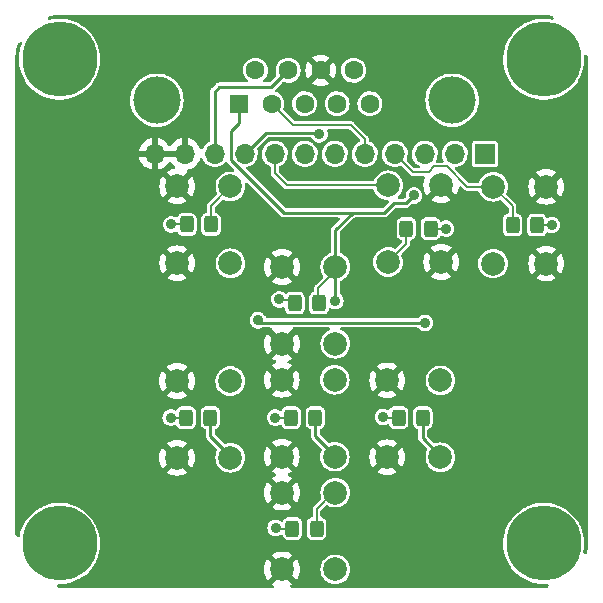
<source format=gbl>
G04 #@! TF.GenerationSoftware,KiCad,Pcbnew,(6.0.1)*
G04 #@! TF.CreationDate,2022-08-21T08:22:37-04:00*
G04 #@! TF.ProjectId,JoyPad,4a6f7950-6164-42e6-9b69-6361645f7063,3*
G04 #@! TF.SameCoordinates,Original*
G04 #@! TF.FileFunction,Copper,L2,Bot*
G04 #@! TF.FilePolarity,Positive*
%FSLAX46Y46*%
G04 Gerber Fmt 4.6, Leading zero omitted, Abs format (unit mm)*
G04 Created by KiCad (PCBNEW (6.0.1)) date 2022-08-21 08:22:37*
%MOMM*%
%LPD*%
G01*
G04 APERTURE LIST*
G04 Aperture macros list*
%AMRoundRect*
0 Rectangle with rounded corners*
0 $1 Rounding radius*
0 $2 $3 $4 $5 $6 $7 $8 $9 X,Y pos of 4 corners*
0 Add a 4 corners polygon primitive as box body*
4,1,4,$2,$3,$4,$5,$6,$7,$8,$9,$2,$3,0*
0 Add four circle primitives for the rounded corners*
1,1,$1+$1,$2,$3*
1,1,$1+$1,$4,$5*
1,1,$1+$1,$6,$7*
1,1,$1+$1,$8,$9*
0 Add four rect primitives between the rounded corners*
20,1,$1+$1,$2,$3,$4,$5,0*
20,1,$1+$1,$4,$5,$6,$7,0*
20,1,$1+$1,$6,$7,$8,$9,0*
20,1,$1+$1,$8,$9,$2,$3,0*%
G04 Aperture macros list end*
G04 #@! TA.AperFunction,ComponentPad*
%ADD10C,2.000000*%
G04 #@! TD*
G04 #@! TA.AperFunction,ComponentPad*
%ADD11C,4.000000*%
G04 #@! TD*
G04 #@! TA.AperFunction,ComponentPad*
%ADD12R,1.600000X1.600000*%
G04 #@! TD*
G04 #@! TA.AperFunction,ComponentPad*
%ADD13C,1.600000*%
G04 #@! TD*
G04 #@! TA.AperFunction,ComponentPad*
%ADD14C,6.350000*%
G04 #@! TD*
G04 #@! TA.AperFunction,SMDPad,CuDef*
%ADD15RoundRect,0.250000X-0.325000X-0.450000X0.325000X-0.450000X0.325000X0.450000X-0.325000X0.450000X0*%
G04 #@! TD*
G04 #@! TA.AperFunction,SMDPad,CuDef*
%ADD16RoundRect,0.250000X0.325000X0.450000X-0.325000X0.450000X-0.325000X-0.450000X0.325000X-0.450000X0*%
G04 #@! TD*
G04 #@! TA.AperFunction,ComponentPad*
%ADD17R,1.700000X1.700000*%
G04 #@! TD*
G04 #@! TA.AperFunction,ComponentPad*
%ADD18O,1.700000X1.700000*%
G04 #@! TD*
G04 #@! TA.AperFunction,ViaPad*
%ADD19C,0.889000*%
G04 #@! TD*
G04 #@! TA.AperFunction,Conductor*
%ADD20C,0.254000*%
G04 #@! TD*
G04 #@! TA.AperFunction,Conductor*
%ADD21C,0.152400*%
G04 #@! TD*
G04 #@! TA.AperFunction,Conductor*
%ADD22C,0.203200*%
G04 #@! TD*
G04 APERTURE END LIST*
D10*
X45212000Y-14796000D03*
X45212000Y-21296000D03*
X40712000Y-21296000D03*
X40712000Y-14796000D03*
X13955200Y-37744400D03*
X13955200Y-31244400D03*
X18455200Y-31244400D03*
X18455200Y-37744400D03*
X22809200Y-37642800D03*
X22809200Y-31142800D03*
X27309200Y-31142800D03*
X27309200Y-37642800D03*
X31750000Y-37693600D03*
X31750000Y-31193600D03*
X36250000Y-31193600D03*
X36250000Y-37693600D03*
X22845200Y-40692000D03*
X22845200Y-47192000D03*
X27345200Y-47192000D03*
X27345200Y-40692000D03*
X22845200Y-21591200D03*
X22845200Y-28091200D03*
X27345200Y-21591200D03*
X27345200Y-28091200D03*
X36322000Y-14668000D03*
X36322000Y-21168000D03*
X31822000Y-21168000D03*
X31822000Y-14668000D03*
X13970000Y-21272000D03*
X13970000Y-14772000D03*
X18470000Y-21272000D03*
X18470000Y-14772000D03*
D11*
X37242400Y-7472400D03*
X12242400Y-7472400D03*
D12*
X19202400Y-7772400D03*
D13*
X21972400Y-7772400D03*
X24742400Y-7772400D03*
X27512400Y-7772400D03*
X30282400Y-7772400D03*
X20587400Y-4932400D03*
X23357400Y-4932400D03*
X26127400Y-4932400D03*
X28897400Y-4932400D03*
D14*
X4000000Y-4000000D03*
X45000000Y-4000000D03*
X4000000Y-45000000D03*
X45000000Y-45000000D03*
D15*
X32706200Y-34340800D03*
X34756200Y-34340800D03*
X23714600Y-43738800D03*
X25764600Y-43738800D03*
X14723000Y-34340800D03*
X16773000Y-34340800D03*
X23613000Y-34340800D03*
X25663000Y-34340800D03*
X23917800Y-24638000D03*
X25967800Y-24638000D03*
D16*
X44408200Y-18034000D03*
X42358200Y-18034000D03*
X35416600Y-18338800D03*
X33366600Y-18338800D03*
D15*
X14773800Y-17983200D03*
X16823800Y-17983200D03*
D17*
X40000000Y-12000000D03*
D18*
X37460000Y-12000000D03*
X34920000Y-12000000D03*
X32380000Y-12000000D03*
X29840000Y-12000000D03*
X27300000Y-12000000D03*
X24760000Y-12000000D03*
X22220000Y-12000000D03*
X19680000Y-12000000D03*
X17140000Y-12000000D03*
X14600000Y-12000000D03*
X12060000Y-12000000D03*
D19*
X13462000Y-17983200D03*
X13411200Y-34340800D03*
X22301200Y-43688000D03*
X36728400Y-18338800D03*
X22606000Y-24333200D03*
X31394400Y-34290000D03*
X45669200Y-18034000D03*
X22250400Y-34340800D03*
X34000000Y-15530000D03*
X27360000Y-24464400D03*
X26009600Y-10363200D03*
X20819646Y-26102846D03*
X34950400Y-26314400D03*
D20*
X17140000Y-6736000D02*
X17140000Y-12000000D01*
X21939800Y-6350000D02*
X17526000Y-6350000D01*
X17526000Y-6350000D02*
X17140000Y-6736000D01*
X23357400Y-4932400D02*
X21939800Y-6350000D01*
D21*
X23613000Y-34340800D02*
X22250400Y-34340800D01*
X23867000Y-24384000D02*
X22656800Y-24384000D01*
X35416600Y-18338800D02*
X36728400Y-18338800D01*
X22352000Y-43738800D02*
X22301200Y-43688000D01*
X22656800Y-24384000D02*
X22606000Y-24333200D01*
X44408200Y-18034000D02*
X45669200Y-18034000D01*
X14723000Y-34340800D02*
X13411200Y-34340800D01*
X32706200Y-34340800D02*
X31445200Y-34340800D01*
X31445200Y-34340800D02*
X31394400Y-34290000D01*
X23714600Y-43738800D02*
X22352000Y-43738800D01*
X14773800Y-17983200D02*
X13462000Y-17983200D01*
D20*
X27360000Y-21900000D02*
X27360000Y-24464400D01*
X31514000Y-17000000D02*
X32308800Y-16205200D01*
X32308800Y-16205200D02*
X33324800Y-16205200D01*
D21*
X25917000Y-23343000D02*
X27360000Y-21900000D01*
D20*
X33324800Y-16205200D02*
X34000000Y-15530000D01*
D21*
X25917000Y-24384000D02*
X25917000Y-23343000D01*
D20*
X28821600Y-17000000D02*
X22994400Y-17000000D01*
X27360000Y-18461600D02*
X28821600Y-17000000D01*
X18551089Y-10049311D02*
X19202400Y-9398000D01*
X27360000Y-21900000D02*
X27360000Y-18461600D01*
X19202400Y-9398000D02*
X19202400Y-7772400D01*
X28821600Y-17000000D02*
X31514000Y-17000000D01*
X22994400Y-17000000D02*
X18551089Y-12556689D01*
X18551089Y-12556689D02*
X18551089Y-10049311D01*
D21*
X42358200Y-16442200D02*
X40712000Y-14796000D01*
X40712000Y-14796000D02*
X38519600Y-14796000D01*
X42358200Y-18034000D02*
X42358200Y-16442200D01*
X35249422Y-13563600D02*
X35734911Y-13078111D01*
X32380000Y-12000000D02*
X33943600Y-13563600D01*
X33943600Y-13563600D02*
X35249422Y-13563600D01*
X38519600Y-14796000D02*
X36801711Y-13078111D01*
X36801711Y-13078111D02*
X35734911Y-13078111D01*
X21972400Y-7772400D02*
X23801200Y-9601200D01*
X25764600Y-42095400D02*
X27360000Y-40500000D01*
X29840000Y-10739200D02*
X29840000Y-12000000D01*
X28702000Y-9601200D02*
X29840000Y-10739200D01*
X23801200Y-9601200D02*
X28702000Y-9601200D01*
X25764600Y-43738800D02*
X25764600Y-42095400D01*
D20*
X25663000Y-35863000D02*
X27360000Y-37560000D01*
X25663000Y-34340800D02*
X25663000Y-35863000D01*
X16773000Y-35863000D02*
X18470000Y-37560000D01*
X16773000Y-34340800D02*
X16773000Y-35863000D01*
D22*
X23253200Y-14668000D02*
X22220000Y-13634800D01*
D21*
X33366600Y-19623400D02*
X31822000Y-21168000D01*
D22*
X22220000Y-13634800D02*
X22220000Y-12000000D01*
X31822000Y-14668000D02*
X23253200Y-14668000D01*
D21*
X33366600Y-18338800D02*
X33366600Y-19623400D01*
D20*
X34756200Y-34340800D02*
X34756200Y-36066200D01*
X21469200Y-10210800D02*
X25857200Y-10210800D01*
X25857200Y-10210800D02*
X26009600Y-10363200D01*
X34950400Y-26314400D02*
X21031200Y-26314400D01*
X21031200Y-26314400D02*
X20819646Y-26102846D01*
X19680000Y-12000000D02*
X21469200Y-10210800D01*
X34756200Y-36066200D02*
X36250000Y-37560000D01*
D21*
X16823800Y-16418200D02*
X18470000Y-14772000D01*
X16823800Y-17983200D02*
X16823800Y-16418200D01*
G04 #@! TA.AperFunction,Conductor*
G36*
X44987153Y-256421D02*
G01*
X45000000Y-258976D01*
X45012170Y-256556D01*
X45024581Y-256556D01*
X45024581Y-256560D01*
X45035584Y-255749D01*
X45246485Y-266109D01*
X45360994Y-271735D01*
X45373290Y-272945D01*
X45677148Y-318018D01*
X45741596Y-347799D01*
X45753133Y-359284D01*
X45768894Y-377146D01*
X45820632Y-435783D01*
X45850704Y-500097D01*
X45841231Y-570459D01*
X45795221Y-624529D01*
X45727283Y-645142D01*
X45698880Y-642160D01*
X45564279Y-612319D01*
X45564275Y-612318D01*
X45560949Y-611581D01*
X45409770Y-594891D01*
X45195103Y-571191D01*
X45195096Y-571191D01*
X45191721Y-570818D01*
X45188322Y-570812D01*
X45188321Y-570812D01*
X45012647Y-570506D01*
X44820250Y-570170D01*
X44682085Y-584936D01*
X44454266Y-609282D01*
X44454260Y-609283D01*
X44450882Y-609644D01*
X44087938Y-688779D01*
X43735663Y-806648D01*
X43398178Y-961874D01*
X43079431Y-1152640D01*
X42783152Y-1376714D01*
X42512805Y-1631476D01*
X42510593Y-1634066D01*
X42510592Y-1634067D01*
X42273778Y-1911341D01*
X42271554Y-1913945D01*
X42062220Y-2220817D01*
X42055130Y-2234095D01*
X41908432Y-2508836D01*
X41887252Y-2548502D01*
X41885977Y-2551674D01*
X41885975Y-2551678D01*
X41880030Y-2566468D01*
X41748698Y-2893167D01*
X41690396Y-3100584D01*
X41657534Y-3217495D01*
X41648178Y-3250779D01*
X41647616Y-3254136D01*
X41647616Y-3254137D01*
X41591645Y-3588607D01*
X41586867Y-3617156D01*
X41565484Y-3988011D01*
X41565656Y-3991406D01*
X41565656Y-3991407D01*
X41583620Y-4346025D01*
X41584278Y-4359007D01*
X41584815Y-4362362D01*
X41584816Y-4362368D01*
X41608395Y-4509578D01*
X41643029Y-4725803D01*
X41741050Y-5084108D01*
X41877195Y-5429732D01*
X41878778Y-5432747D01*
X42043526Y-5746546D01*
X42049870Y-5758630D01*
X42051771Y-5761459D01*
X42051777Y-5761469D01*
X42198770Y-5980216D01*
X42257057Y-6066956D01*
X42496330Y-6351102D01*
X42498790Y-6353453D01*
X42498793Y-6353456D01*
X42762429Y-6605392D01*
X42762436Y-6605398D01*
X42764892Y-6607745D01*
X43059600Y-6833883D01*
X43062518Y-6835657D01*
X43374092Y-7025097D01*
X43374097Y-7025100D01*
X43377007Y-7026869D01*
X43380095Y-7028315D01*
X43380094Y-7028315D01*
X43710316Y-7183003D01*
X43710326Y-7183007D01*
X43713400Y-7184447D01*
X43716618Y-7185549D01*
X43716621Y-7185550D01*
X44061620Y-7303670D01*
X44061628Y-7303672D01*
X44064843Y-7304773D01*
X44427227Y-7386440D01*
X44478238Y-7392252D01*
X44792927Y-7428107D01*
X44792935Y-7428107D01*
X44796310Y-7428492D01*
X44799714Y-7428510D01*
X44799717Y-7428510D01*
X45001764Y-7429568D01*
X45167776Y-7430437D01*
X45171162Y-7430087D01*
X45171164Y-7430087D01*
X45533888Y-7392603D01*
X45533896Y-7392602D01*
X45537280Y-7392252D01*
X45540613Y-7391537D01*
X45540616Y-7391537D01*
X45736337Y-7349578D01*
X45900498Y-7314385D01*
X46253183Y-7197746D01*
X46256267Y-7196340D01*
X46256276Y-7196337D01*
X46588100Y-7045115D01*
X46588101Y-7045115D01*
X46591207Y-7043699D01*
X46743086Y-6953520D01*
X46907673Y-6855796D01*
X46907678Y-6855793D01*
X46910618Y-6854047D01*
X46984571Y-6798522D01*
X47204945Y-6633060D01*
X47207678Y-6631008D01*
X47478912Y-6377191D01*
X47721148Y-6095566D01*
X47859102Y-5894842D01*
X47929622Y-5792236D01*
X47929627Y-5792228D01*
X47931552Y-5789427D01*
X47933164Y-5786433D01*
X47933169Y-5786425D01*
X48106040Y-5465367D01*
X48107662Y-5462355D01*
X48247419Y-5118176D01*
X48349187Y-4760917D01*
X48411776Y-4394756D01*
X48413963Y-4359007D01*
X48432884Y-4049623D01*
X48434453Y-4023977D01*
X48434537Y-4000000D01*
X48423622Y-3798469D01*
X48419423Y-3720926D01*
X48435712Y-3651823D01*
X48486775Y-3602497D01*
X48556400Y-3588607D01*
X48622481Y-3614565D01*
X48639717Y-3630746D01*
X48648566Y-3640775D01*
X48703854Y-3703435D01*
X48733926Y-3767749D01*
X48735222Y-3780617D01*
X48744251Y-3964416D01*
X48743440Y-3975419D01*
X48743444Y-3975419D01*
X48743444Y-3987830D01*
X48741024Y-4000000D01*
X48743579Y-4012844D01*
X48746000Y-4037425D01*
X48746000Y-44962575D01*
X48743579Y-44987153D01*
X48741024Y-45000000D01*
X48743444Y-45012170D01*
X48743444Y-45024581D01*
X48743440Y-45024581D01*
X48744251Y-45035584D01*
X48728266Y-45360989D01*
X48727055Y-45373290D01*
X48723374Y-45398103D01*
X48674931Y-45724680D01*
X48672518Y-45736813D01*
X48670874Y-45743375D01*
X48631623Y-45807579D01*
X48557069Y-45872814D01*
X48492631Y-45902618D01*
X48422309Y-45892854D01*
X48368430Y-45846621D01*
X48348098Y-45778598D01*
X48349898Y-45756759D01*
X48411204Y-45398103D01*
X48411204Y-45398101D01*
X48411776Y-45394756D01*
X48413842Y-45360989D01*
X48434343Y-45025774D01*
X48434453Y-45023977D01*
X48434537Y-45000000D01*
X48414448Y-44629072D01*
X48354417Y-44262484D01*
X48255146Y-43904522D01*
X48253888Y-43901360D01*
X48253885Y-43901352D01*
X48119054Y-43562540D01*
X48117795Y-43559376D01*
X48009722Y-43355261D01*
X47945568Y-43234095D01*
X47945566Y-43234092D01*
X47943973Y-43231083D01*
X47735711Y-42923482D01*
X47495448Y-42640173D01*
X47225992Y-42384469D01*
X46977902Y-42195475D01*
X46933203Y-42161423D01*
X46933201Y-42161421D01*
X46930496Y-42159361D01*
X46927584Y-42157604D01*
X46927579Y-42157601D01*
X46615332Y-41969242D01*
X46615326Y-41969239D01*
X46612417Y-41967484D01*
X46275477Y-41811081D01*
X45983876Y-41712380D01*
X45926842Y-41693075D01*
X45926837Y-41693074D01*
X45923615Y-41691983D01*
X45920293Y-41691247D01*
X45920284Y-41691244D01*
X45564279Y-41612319D01*
X45564275Y-41612318D01*
X45560949Y-41611581D01*
X45409770Y-41594891D01*
X45195103Y-41571191D01*
X45195096Y-41571191D01*
X45191721Y-41570818D01*
X45188322Y-41570812D01*
X45188321Y-41570812D01*
X45012647Y-41570506D01*
X44820250Y-41570170D01*
X44682085Y-41584936D01*
X44454266Y-41609282D01*
X44454260Y-41609283D01*
X44450882Y-41609644D01*
X44087938Y-41688779D01*
X43735663Y-41806648D01*
X43732570Y-41808070D01*
X43732569Y-41808071D01*
X43630804Y-41854878D01*
X43398178Y-41961874D01*
X43395244Y-41963630D01*
X43395242Y-41963631D01*
X43303825Y-42018343D01*
X43079431Y-42152640D01*
X42783152Y-42376714D01*
X42512805Y-42631476D01*
X42510593Y-42634066D01*
X42510592Y-42634067D01*
X42460941Y-42692201D01*
X42271554Y-42913945D01*
X42062220Y-43220817D01*
X41993755Y-43349041D01*
X41902248Y-43520418D01*
X41887252Y-43548502D01*
X41885977Y-43551674D01*
X41885975Y-43551678D01*
X41831104Y-43688176D01*
X41748698Y-43893167D01*
X41690396Y-44100584D01*
X41651776Y-44237980D01*
X41648178Y-44250779D01*
X41647616Y-44254136D01*
X41647616Y-44254137D01*
X41609528Y-44481743D01*
X41586867Y-44617156D01*
X41565484Y-44988011D01*
X41584278Y-45359007D01*
X41584815Y-45362362D01*
X41584816Y-45362368D01*
X41589711Y-45392929D01*
X41643029Y-45725803D01*
X41741050Y-46084108D01*
X41877195Y-46429732D01*
X41878778Y-46432747D01*
X42034510Y-46729373D01*
X42049870Y-46758630D01*
X42051771Y-46761459D01*
X42051777Y-46761469D01*
X42190572Y-46968016D01*
X42257057Y-47066956D01*
X42496330Y-47351102D01*
X42498790Y-47353453D01*
X42498793Y-47353456D01*
X42762429Y-47605392D01*
X42762436Y-47605398D01*
X42764892Y-47607745D01*
X43059600Y-47833883D01*
X43062518Y-47835657D01*
X43374092Y-48025097D01*
X43374097Y-48025100D01*
X43377007Y-48026869D01*
X43380095Y-48028315D01*
X43380094Y-48028315D01*
X43710316Y-48183003D01*
X43710326Y-48183007D01*
X43713400Y-48184447D01*
X43716618Y-48185549D01*
X43716621Y-48185550D01*
X44061620Y-48303670D01*
X44061628Y-48303672D01*
X44064843Y-48304773D01*
X44427227Y-48386440D01*
X44478238Y-48392252D01*
X44792927Y-48428107D01*
X44792935Y-48428107D01*
X44796310Y-48428492D01*
X44799714Y-48428510D01*
X44799717Y-48428510D01*
X45001764Y-48429568D01*
X45167776Y-48430437D01*
X45171162Y-48430087D01*
X45171164Y-48430087D01*
X45229000Y-48424110D01*
X45302445Y-48416520D01*
X45372260Y-48429414D01*
X45424022Y-48478006D01*
X45441296Y-48546869D01*
X45418598Y-48614140D01*
X45398367Y-48636678D01*
X45322689Y-48702896D01*
X45258252Y-48732700D01*
X45245900Y-48733919D01*
X45035584Y-48744251D01*
X45024581Y-48743440D01*
X45024581Y-48743444D01*
X45012170Y-48743444D01*
X45000000Y-48741024D01*
X44987153Y-48743579D01*
X44962575Y-48746000D01*
X23642197Y-48746000D01*
X23574076Y-48725998D01*
X23527583Y-48672342D01*
X23517479Y-48602068D01*
X23546973Y-48537488D01*
X23576362Y-48512568D01*
X23703645Y-48434568D01*
X23713107Y-48424110D01*
X23709324Y-48415334D01*
X22858012Y-47564022D01*
X22844068Y-47556408D01*
X22842235Y-47556539D01*
X22835620Y-47560790D01*
X21984120Y-48412290D01*
X21977360Y-48424670D01*
X21983087Y-48432320D01*
X22114038Y-48512568D01*
X22161670Y-48565215D01*
X22173276Y-48635257D01*
X22145172Y-48700454D01*
X22086282Y-48740108D01*
X22048203Y-48746000D01*
X4037425Y-48746000D01*
X4012847Y-48743579D01*
X4000000Y-48741024D01*
X3987830Y-48743444D01*
X3975419Y-48743444D01*
X3975419Y-48743440D01*
X3964415Y-48744251D01*
X3940643Y-48743083D01*
X3873586Y-48719762D01*
X3848894Y-48696515D01*
X3798527Y-48634298D01*
X3771211Y-48568766D01*
X3783661Y-48498870D01*
X3831923Y-48446800D01*
X3897119Y-48429020D01*
X4046041Y-48429800D01*
X4167776Y-48430437D01*
X4171162Y-48430087D01*
X4171164Y-48430087D01*
X4533888Y-48392603D01*
X4533896Y-48392602D01*
X4537280Y-48392252D01*
X4540613Y-48391537D01*
X4540616Y-48391537D01*
X4719579Y-48353171D01*
X4900498Y-48314385D01*
X5253183Y-48197746D01*
X5256267Y-48196340D01*
X5256276Y-48196337D01*
X5588100Y-48045115D01*
X5588101Y-48045115D01*
X5591207Y-48043699D01*
X5689906Y-47985096D01*
X5907673Y-47855796D01*
X5907678Y-47855793D01*
X5910618Y-47854047D01*
X6207678Y-47631008D01*
X6478912Y-47377191D01*
X6633961Y-47196930D01*
X21332925Y-47196930D01*
X21350772Y-47423699D01*
X21352315Y-47433446D01*
X21405417Y-47654627D01*
X21408466Y-47664012D01*
X21495513Y-47874163D01*
X21499995Y-47882958D01*
X21602632Y-48050445D01*
X21613090Y-48059907D01*
X21621866Y-48056124D01*
X22473178Y-47204812D01*
X22479556Y-47193132D01*
X23209608Y-47193132D01*
X23209739Y-47194965D01*
X23213990Y-47201580D01*
X24065490Y-48053080D01*
X24077870Y-48059840D01*
X24085520Y-48054113D01*
X24190405Y-47882958D01*
X24194887Y-47874163D01*
X24281934Y-47664012D01*
X24284983Y-47654627D01*
X24338085Y-47433446D01*
X24339628Y-47423699D01*
X24357475Y-47196930D01*
X24357475Y-47192000D01*
X26085908Y-47192000D01*
X26105039Y-47410674D01*
X26161853Y-47622703D01*
X26181116Y-47664012D01*
X26252295Y-47816659D01*
X26252298Y-47816664D01*
X26254621Y-47821646D01*
X26257777Y-47826153D01*
X26257778Y-47826155D01*
X26287753Y-47868963D01*
X26380526Y-48001457D01*
X26535743Y-48156674D01*
X26540251Y-48159831D01*
X26540254Y-48159833D01*
X26595922Y-48198812D01*
X26715554Y-48282579D01*
X26720536Y-48284902D01*
X26720541Y-48284905D01*
X26821316Y-48331896D01*
X26914497Y-48375347D01*
X27126526Y-48432161D01*
X27345200Y-48451292D01*
X27563874Y-48432161D01*
X27775903Y-48375347D01*
X27869084Y-48331896D01*
X27969859Y-48284905D01*
X27969864Y-48284902D01*
X27974846Y-48282579D01*
X28094478Y-48198812D01*
X28150146Y-48159833D01*
X28150149Y-48159831D01*
X28154657Y-48156674D01*
X28309874Y-48001457D01*
X28402648Y-47868963D01*
X28432622Y-47826155D01*
X28432623Y-47826153D01*
X28435779Y-47821646D01*
X28438102Y-47816664D01*
X28438105Y-47816659D01*
X28509284Y-47664012D01*
X28528547Y-47622703D01*
X28585361Y-47410674D01*
X28604492Y-47192000D01*
X28585361Y-46973326D01*
X28528547Y-46761297D01*
X28485096Y-46668116D01*
X28438105Y-46567341D01*
X28438102Y-46567336D01*
X28435779Y-46562354D01*
X28345577Y-46433532D01*
X28313033Y-46387054D01*
X28313031Y-46387051D01*
X28309874Y-46382543D01*
X28154657Y-46227326D01*
X28150149Y-46224169D01*
X28150146Y-46224167D01*
X27979355Y-46104578D01*
X27979353Y-46104577D01*
X27974846Y-46101421D01*
X27969864Y-46099098D01*
X27969859Y-46099095D01*
X27869084Y-46052104D01*
X27775903Y-46008653D01*
X27563874Y-45951839D01*
X27345200Y-45932708D01*
X27126526Y-45951839D01*
X26914497Y-46008653D01*
X26821316Y-46052104D01*
X26720541Y-46099095D01*
X26720536Y-46099098D01*
X26715554Y-46101421D01*
X26711047Y-46104577D01*
X26711045Y-46104578D01*
X26540254Y-46224167D01*
X26540251Y-46224169D01*
X26535743Y-46227326D01*
X26380526Y-46382543D01*
X26377369Y-46387051D01*
X26377367Y-46387054D01*
X26344823Y-46433532D01*
X26254621Y-46562354D01*
X26252298Y-46567336D01*
X26252295Y-46567341D01*
X26205304Y-46668116D01*
X26161853Y-46761297D01*
X26105039Y-46973326D01*
X26085908Y-47192000D01*
X24357475Y-47192000D01*
X24357475Y-47187070D01*
X24339628Y-46960301D01*
X24338085Y-46950554D01*
X24284983Y-46729373D01*
X24281934Y-46719988D01*
X24194887Y-46509837D01*
X24190405Y-46501042D01*
X24087768Y-46333555D01*
X24077310Y-46324093D01*
X24068534Y-46327876D01*
X23217222Y-47179188D01*
X23209608Y-47193132D01*
X22479556Y-47193132D01*
X22480792Y-47190868D01*
X22480661Y-47189035D01*
X22476410Y-47182420D01*
X21624910Y-46330920D01*
X21612530Y-46324160D01*
X21604880Y-46329887D01*
X21499995Y-46501042D01*
X21495513Y-46509837D01*
X21408466Y-46719988D01*
X21405417Y-46729373D01*
X21352315Y-46950554D01*
X21350772Y-46960301D01*
X21332925Y-47187070D01*
X21332925Y-47196930D01*
X6633961Y-47196930D01*
X6721148Y-47095566D01*
X6910555Y-46819978D01*
X6929622Y-46792236D01*
X6929627Y-46792228D01*
X6931552Y-46789427D01*
X6933164Y-46786433D01*
X6933169Y-46786425D01*
X7066735Y-46538364D01*
X7107662Y-46462355D01*
X7247419Y-46118176D01*
X7251293Y-46104578D01*
X7292508Y-45959890D01*
X21977293Y-45959890D01*
X21981076Y-45968666D01*
X22832388Y-46819978D01*
X22846332Y-46827592D01*
X22848165Y-46827461D01*
X22854780Y-46823210D01*
X23706280Y-45971710D01*
X23713040Y-45959330D01*
X23707313Y-45951680D01*
X23536158Y-45846795D01*
X23527363Y-45842313D01*
X23317212Y-45755266D01*
X23307827Y-45752217D01*
X23086646Y-45699115D01*
X23076899Y-45697572D01*
X22850130Y-45679725D01*
X22840270Y-45679725D01*
X22613501Y-45697572D01*
X22603754Y-45699115D01*
X22382573Y-45752217D01*
X22373188Y-45755266D01*
X22163037Y-45842313D01*
X22154242Y-45846795D01*
X21986755Y-45949432D01*
X21977293Y-45959890D01*
X7292508Y-45959890D01*
X7324724Y-45846795D01*
X7349187Y-45760917D01*
X7411776Y-45394756D01*
X7413842Y-45360989D01*
X7434343Y-45025774D01*
X7434453Y-45023977D01*
X7434537Y-45000000D01*
X7414448Y-44629072D01*
X7354417Y-44262484D01*
X7255146Y-43904522D01*
X7253888Y-43901360D01*
X7253885Y-43901352D01*
X7166047Y-43680626D01*
X21597105Y-43680626D01*
X21615670Y-43848790D01*
X21673812Y-44007670D01*
X21678048Y-44013973D01*
X21678048Y-44013974D01*
X21763940Y-44141796D01*
X21763943Y-44141799D01*
X21768174Y-44148096D01*
X21893308Y-44261959D01*
X22041991Y-44342687D01*
X22205638Y-44385619D01*
X22293247Y-44386996D01*
X22367204Y-44388158D01*
X22367207Y-44388158D01*
X22374802Y-44388277D01*
X22432923Y-44374965D01*
X22532314Y-44352202D01*
X22532318Y-44352201D01*
X22539717Y-44350506D01*
X22690862Y-44274488D01*
X22696633Y-44269559D01*
X22696636Y-44269557D01*
X22699614Y-44267013D01*
X22702227Y-44265842D01*
X22702966Y-44265351D01*
X22703048Y-44265474D01*
X22764403Y-44237980D01*
X22834603Y-44248584D01*
X22887927Y-44295457D01*
X22899429Y-44318592D01*
X22942529Y-44433564D01*
X22947909Y-44440743D01*
X22947911Y-44440746D01*
X22978637Y-44481743D01*
X23029196Y-44549204D01*
X23036376Y-44554585D01*
X23137654Y-44630489D01*
X23137657Y-44630491D01*
X23144836Y-44635871D01*
X23234554Y-44669504D01*
X23272757Y-44683826D01*
X23272759Y-44683826D01*
X23280152Y-44686598D01*
X23288002Y-44687451D01*
X23288003Y-44687451D01*
X23338447Y-44692931D01*
X23341844Y-44693300D01*
X24087356Y-44693300D01*
X24090753Y-44692931D01*
X24141197Y-44687451D01*
X24141198Y-44687451D01*
X24149048Y-44686598D01*
X24156441Y-44683826D01*
X24156443Y-44683826D01*
X24194646Y-44669504D01*
X24284364Y-44635871D01*
X24291543Y-44630491D01*
X24291546Y-44630489D01*
X24392824Y-44554585D01*
X24400004Y-44549204D01*
X24450563Y-44481743D01*
X24481289Y-44440746D01*
X24481291Y-44440743D01*
X24486671Y-44433564D01*
X24537398Y-44298248D01*
X24540919Y-44265842D01*
X24543731Y-44239953D01*
X24543731Y-44239952D01*
X24544100Y-44236556D01*
X24935100Y-44236556D01*
X24935469Y-44239952D01*
X24935469Y-44239953D01*
X24938282Y-44265842D01*
X24941802Y-44298248D01*
X24992529Y-44433564D01*
X24997909Y-44440743D01*
X24997911Y-44440746D01*
X25028637Y-44481743D01*
X25079196Y-44549204D01*
X25086376Y-44554585D01*
X25187654Y-44630489D01*
X25187657Y-44630491D01*
X25194836Y-44635871D01*
X25284554Y-44669504D01*
X25322757Y-44683826D01*
X25322759Y-44683826D01*
X25330152Y-44686598D01*
X25338002Y-44687451D01*
X25338003Y-44687451D01*
X25388447Y-44692931D01*
X25391844Y-44693300D01*
X26137356Y-44693300D01*
X26140753Y-44692931D01*
X26191197Y-44687451D01*
X26191198Y-44687451D01*
X26199048Y-44686598D01*
X26206441Y-44683826D01*
X26206443Y-44683826D01*
X26244646Y-44669504D01*
X26334364Y-44635871D01*
X26341543Y-44630491D01*
X26341546Y-44630489D01*
X26442824Y-44554585D01*
X26450004Y-44549204D01*
X26500563Y-44481743D01*
X26531289Y-44440746D01*
X26531291Y-44440743D01*
X26536671Y-44433564D01*
X26587398Y-44298248D01*
X26590919Y-44265842D01*
X26593731Y-44239953D01*
X26593731Y-44239952D01*
X26594100Y-44236556D01*
X26594100Y-43241044D01*
X26587398Y-43179352D01*
X26536671Y-43044036D01*
X26531291Y-43036857D01*
X26531289Y-43036854D01*
X26455385Y-42935576D01*
X26450004Y-42928396D01*
X26427247Y-42911341D01*
X26341546Y-42847111D01*
X26341543Y-42847109D01*
X26334364Y-42841729D01*
X26199048Y-42791002D01*
X26191885Y-42790224D01*
X26130505Y-42755157D01*
X26097687Y-42692201D01*
X26095300Y-42667794D01*
X26095300Y-42284570D01*
X26115302Y-42216449D01*
X26132205Y-42195475D01*
X26540540Y-41787140D01*
X26602852Y-41753114D01*
X26673667Y-41758179D01*
X26701905Y-41773022D01*
X26715554Y-41782579D01*
X26720536Y-41784902D01*
X26720541Y-41784905D01*
X26821316Y-41831896D01*
X26914497Y-41875347D01*
X27126526Y-41932161D01*
X27345200Y-41951292D01*
X27563874Y-41932161D01*
X27775903Y-41875347D01*
X27869084Y-41831896D01*
X27969859Y-41784905D01*
X27969864Y-41784902D01*
X27974846Y-41782579D01*
X28009693Y-41758179D01*
X28150146Y-41659833D01*
X28150149Y-41659831D01*
X28154657Y-41656674D01*
X28309874Y-41501457D01*
X28435779Y-41321646D01*
X28438102Y-41316664D01*
X28438105Y-41316659D01*
X28509284Y-41164012D01*
X28528547Y-41122703D01*
X28585361Y-40910674D01*
X28604492Y-40692000D01*
X28585361Y-40473326D01*
X28528547Y-40261297D01*
X28485096Y-40168116D01*
X28438105Y-40067341D01*
X28438102Y-40067336D01*
X28435779Y-40062354D01*
X28309874Y-39882543D01*
X28154657Y-39727326D01*
X28150149Y-39724169D01*
X28150146Y-39724167D01*
X27979355Y-39604578D01*
X27979353Y-39604577D01*
X27974846Y-39601421D01*
X27969864Y-39599098D01*
X27969859Y-39599095D01*
X27869084Y-39552104D01*
X27775903Y-39508653D01*
X27563874Y-39451839D01*
X27345200Y-39432708D01*
X27126526Y-39451839D01*
X26914497Y-39508653D01*
X26821316Y-39552104D01*
X26720541Y-39599095D01*
X26720536Y-39599098D01*
X26715554Y-39601421D01*
X26711047Y-39604577D01*
X26711045Y-39604578D01*
X26540254Y-39724167D01*
X26540251Y-39724169D01*
X26535743Y-39727326D01*
X26380526Y-39882543D01*
X26254621Y-40062354D01*
X26252298Y-40067336D01*
X26252295Y-40067341D01*
X26205304Y-40168116D01*
X26161853Y-40261297D01*
X26105039Y-40473326D01*
X26085908Y-40692000D01*
X26105039Y-40910674D01*
X26161853Y-41122703D01*
X26163557Y-41126357D01*
X26168033Y-41196758D01*
X26134223Y-41258097D01*
X25544868Y-41847452D01*
X25536764Y-41854878D01*
X25515806Y-41872464D01*
X25515804Y-41872467D01*
X25507361Y-41879551D01*
X25488982Y-41911383D01*
X25488178Y-41912776D01*
X25482273Y-41922045D01*
X25466585Y-41944450D01*
X25466584Y-41944453D01*
X25460260Y-41953484D01*
X25457406Y-41964133D01*
X25455831Y-41967511D01*
X25454560Y-41971004D01*
X25449049Y-41980549D01*
X25447135Y-41991402D01*
X25447135Y-41991403D01*
X25442385Y-42018343D01*
X25440009Y-42029061D01*
X25430076Y-42066133D01*
X25431036Y-42077108D01*
X25431036Y-42077109D01*
X25433421Y-42104368D01*
X25433900Y-42115349D01*
X25433900Y-42667794D01*
X25413898Y-42735915D01*
X25360242Y-42782408D01*
X25337574Y-42790196D01*
X25330152Y-42791002D01*
X25194836Y-42841729D01*
X25187657Y-42847109D01*
X25187654Y-42847111D01*
X25101953Y-42911341D01*
X25079196Y-42928396D01*
X25073815Y-42935576D01*
X24997911Y-43036854D01*
X24997909Y-43036857D01*
X24992529Y-43044036D01*
X24941802Y-43179352D01*
X24935100Y-43241044D01*
X24935100Y-44236556D01*
X24544100Y-44236556D01*
X24544100Y-43241044D01*
X24537398Y-43179352D01*
X24486671Y-43044036D01*
X24481291Y-43036857D01*
X24481289Y-43036854D01*
X24405385Y-42935576D01*
X24400004Y-42928396D01*
X24377247Y-42911341D01*
X24291546Y-42847111D01*
X24291543Y-42847109D01*
X24284364Y-42841729D01*
X24194646Y-42808096D01*
X24156443Y-42793774D01*
X24156441Y-42793774D01*
X24149048Y-42791002D01*
X24141198Y-42790149D01*
X24141197Y-42790149D01*
X24090753Y-42784669D01*
X24090752Y-42784669D01*
X24087356Y-42784300D01*
X23341844Y-42784300D01*
X23338448Y-42784669D01*
X23338447Y-42784669D01*
X23288003Y-42790149D01*
X23288002Y-42790149D01*
X23280152Y-42791002D01*
X23272759Y-42793774D01*
X23272757Y-42793774D01*
X23234554Y-42808096D01*
X23144836Y-42841729D01*
X23137657Y-42847109D01*
X23137654Y-42847111D01*
X23051953Y-42911341D01*
X23029196Y-42928396D01*
X23023815Y-42935576D01*
X22947911Y-43036854D01*
X22947909Y-43036857D01*
X22942529Y-43044036D01*
X22939379Y-43052440D01*
X22928624Y-43081128D01*
X22885982Y-43137892D01*
X22819420Y-43162592D01*
X22750072Y-43147384D01*
X22726823Y-43130974D01*
X22708731Y-43114854D01*
X22708728Y-43114852D01*
X22703059Y-43109801D01*
X22553539Y-43030634D01*
X22543164Y-43028028D01*
X22396822Y-42991269D01*
X22396818Y-42991269D01*
X22389451Y-42989418D01*
X22381852Y-42989378D01*
X22381850Y-42989378D01*
X22311508Y-42989010D01*
X22220269Y-42988532D01*
X22212888Y-42990304D01*
X22063138Y-43026256D01*
X22063135Y-43026257D01*
X22055759Y-43028028D01*
X21905418Y-43105624D01*
X21899697Y-43110614D01*
X21899695Y-43110616D01*
X21868428Y-43137892D01*
X21777926Y-43216842D01*
X21680644Y-43355261D01*
X21619188Y-43512889D01*
X21597105Y-43680626D01*
X7166047Y-43680626D01*
X7119054Y-43562540D01*
X7117795Y-43559376D01*
X7009722Y-43355261D01*
X6945568Y-43234095D01*
X6945566Y-43234092D01*
X6943973Y-43231083D01*
X6735711Y-42923482D01*
X6495448Y-42640173D01*
X6225992Y-42384469D01*
X5977902Y-42195475D01*
X5933203Y-42161423D01*
X5933201Y-42161421D01*
X5930496Y-42159361D01*
X5927584Y-42157604D01*
X5927579Y-42157601D01*
X5615332Y-41969242D01*
X5615326Y-41969239D01*
X5612417Y-41967484D01*
X5520183Y-41924670D01*
X21977360Y-41924670D01*
X21983087Y-41932320D01*
X22154242Y-42037205D01*
X22163037Y-42041687D01*
X22373188Y-42128734D01*
X22382573Y-42131783D01*
X22603754Y-42184885D01*
X22613501Y-42186428D01*
X22840270Y-42204275D01*
X22850130Y-42204275D01*
X23076899Y-42186428D01*
X23086646Y-42184885D01*
X23307827Y-42131783D01*
X23317212Y-42128734D01*
X23527363Y-42041687D01*
X23536158Y-42037205D01*
X23703645Y-41934568D01*
X23713107Y-41924110D01*
X23709324Y-41915334D01*
X22858012Y-41064022D01*
X22844068Y-41056408D01*
X22842235Y-41056539D01*
X22835620Y-41060790D01*
X21984120Y-41912290D01*
X21977360Y-41924670D01*
X5520183Y-41924670D01*
X5275477Y-41811081D01*
X4983876Y-41712380D01*
X4926842Y-41693075D01*
X4926837Y-41693074D01*
X4923615Y-41691983D01*
X4920293Y-41691247D01*
X4920284Y-41691244D01*
X4564279Y-41612319D01*
X4564275Y-41612318D01*
X4560949Y-41611581D01*
X4409770Y-41594891D01*
X4195103Y-41571191D01*
X4195096Y-41571191D01*
X4191721Y-41570818D01*
X4188322Y-41570812D01*
X4188321Y-41570812D01*
X4012647Y-41570506D01*
X3820250Y-41570170D01*
X3682085Y-41584936D01*
X3454266Y-41609282D01*
X3454260Y-41609283D01*
X3450882Y-41609644D01*
X3087938Y-41688779D01*
X2735663Y-41806648D01*
X2732570Y-41808070D01*
X2732569Y-41808071D01*
X2630804Y-41854878D01*
X2398178Y-41961874D01*
X2395244Y-41963630D01*
X2395242Y-41963631D01*
X2303825Y-42018343D01*
X2079431Y-42152640D01*
X1783152Y-42376714D01*
X1512805Y-42631476D01*
X1510593Y-42634066D01*
X1510592Y-42634067D01*
X1460941Y-42692201D01*
X1271554Y-42913945D01*
X1062220Y-43220817D01*
X993755Y-43349041D01*
X902248Y-43520418D01*
X887252Y-43548502D01*
X885977Y-43551674D01*
X885975Y-43551678D01*
X831104Y-43688176D01*
X748698Y-43893167D01*
X690396Y-44100584D01*
X651776Y-44237980D01*
X648178Y-44250779D01*
X631206Y-44352202D01*
X626137Y-44382491D01*
X595166Y-44446376D01*
X534573Y-44483376D01*
X463595Y-44481743D01*
X403932Y-44440974D01*
X282067Y-44290436D01*
X254752Y-44224905D01*
X254000Y-44211157D01*
X254000Y-40696930D01*
X21332925Y-40696930D01*
X21350772Y-40923699D01*
X21352315Y-40933446D01*
X21405417Y-41154627D01*
X21408466Y-41164012D01*
X21495513Y-41374163D01*
X21499995Y-41382958D01*
X21602632Y-41550445D01*
X21613090Y-41559907D01*
X21621866Y-41556124D01*
X22473178Y-40704812D01*
X22479556Y-40693132D01*
X23209608Y-40693132D01*
X23209739Y-40694965D01*
X23213990Y-40701580D01*
X24065490Y-41553080D01*
X24077870Y-41559840D01*
X24085520Y-41554113D01*
X24190405Y-41382958D01*
X24194887Y-41374163D01*
X24281934Y-41164012D01*
X24284983Y-41154627D01*
X24338085Y-40933446D01*
X24339628Y-40923699D01*
X24357475Y-40696930D01*
X24357475Y-40687070D01*
X24339628Y-40460301D01*
X24338085Y-40450554D01*
X24284983Y-40229373D01*
X24281934Y-40219988D01*
X24194887Y-40009837D01*
X24190405Y-40001042D01*
X24087768Y-39833555D01*
X24077310Y-39824093D01*
X24068534Y-39827876D01*
X23217222Y-40679188D01*
X23209608Y-40693132D01*
X22479556Y-40693132D01*
X22480792Y-40690868D01*
X22480661Y-40689035D01*
X22476410Y-40682420D01*
X21624910Y-39830920D01*
X21612530Y-39824160D01*
X21604880Y-39829887D01*
X21499995Y-40001042D01*
X21495513Y-40009837D01*
X21408466Y-40219988D01*
X21405417Y-40229373D01*
X21352315Y-40450554D01*
X21350772Y-40460301D01*
X21332925Y-40687070D01*
X21332925Y-40696930D01*
X254000Y-40696930D01*
X254000Y-38977070D01*
X13087360Y-38977070D01*
X13093087Y-38984720D01*
X13264242Y-39089605D01*
X13273037Y-39094087D01*
X13483188Y-39181134D01*
X13492573Y-39184183D01*
X13713754Y-39237285D01*
X13723501Y-39238828D01*
X13950270Y-39256675D01*
X13960130Y-39256675D01*
X14186899Y-39238828D01*
X14196646Y-39237285D01*
X14417827Y-39184183D01*
X14427212Y-39181134D01*
X14637363Y-39094087D01*
X14646158Y-39089605D01*
X14813645Y-38986968D01*
X14823107Y-38976510D01*
X14819324Y-38967734D01*
X13968012Y-38116422D01*
X13954068Y-38108808D01*
X13952235Y-38108939D01*
X13945620Y-38113190D01*
X13094120Y-38964690D01*
X13087360Y-38977070D01*
X254000Y-38977070D01*
X254000Y-37749330D01*
X12442925Y-37749330D01*
X12460772Y-37976099D01*
X12462315Y-37985846D01*
X12515417Y-38207027D01*
X12518466Y-38216412D01*
X12605513Y-38426563D01*
X12609995Y-38435358D01*
X12712632Y-38602845D01*
X12723090Y-38612307D01*
X12731866Y-38608524D01*
X13583178Y-37757212D01*
X13589556Y-37745532D01*
X14319608Y-37745532D01*
X14319739Y-37747365D01*
X14323990Y-37753980D01*
X15175490Y-38605480D01*
X15187870Y-38612240D01*
X15195520Y-38606513D01*
X15300405Y-38435358D01*
X15304887Y-38426563D01*
X15391934Y-38216412D01*
X15394983Y-38207027D01*
X15448085Y-37985846D01*
X15449628Y-37976099D01*
X15467475Y-37749330D01*
X15467475Y-37739470D01*
X15449628Y-37512701D01*
X15448085Y-37502954D01*
X15394983Y-37281773D01*
X15391934Y-37272388D01*
X15304887Y-37062237D01*
X15300405Y-37053442D01*
X15197768Y-36885955D01*
X15187310Y-36876493D01*
X15178534Y-36880276D01*
X14327222Y-37731588D01*
X14319608Y-37745532D01*
X13589556Y-37745532D01*
X13590792Y-37743268D01*
X13590661Y-37741435D01*
X13586410Y-37734820D01*
X12734910Y-36883320D01*
X12722530Y-36876560D01*
X12714880Y-36882287D01*
X12609995Y-37053442D01*
X12605513Y-37062237D01*
X12518466Y-37272388D01*
X12515417Y-37281773D01*
X12462315Y-37502954D01*
X12460772Y-37512701D01*
X12442925Y-37739470D01*
X12442925Y-37749330D01*
X254000Y-37749330D01*
X254000Y-36512290D01*
X13087293Y-36512290D01*
X13091076Y-36521066D01*
X13942388Y-37372378D01*
X13956332Y-37379992D01*
X13958165Y-37379861D01*
X13964780Y-37375610D01*
X14816280Y-36524110D01*
X14823040Y-36511730D01*
X14817313Y-36504080D01*
X14646158Y-36399195D01*
X14637363Y-36394713D01*
X14427212Y-36307666D01*
X14417827Y-36304617D01*
X14196646Y-36251515D01*
X14186899Y-36249972D01*
X13960130Y-36232125D01*
X13950270Y-36232125D01*
X13723501Y-36249972D01*
X13713754Y-36251515D01*
X13492573Y-36304617D01*
X13483188Y-36307666D01*
X13273037Y-36394713D01*
X13264242Y-36399195D01*
X13096755Y-36501832D01*
X13087293Y-36512290D01*
X254000Y-36512290D01*
X254000Y-34333426D01*
X12707105Y-34333426D01*
X12725670Y-34501590D01*
X12783812Y-34660470D01*
X12788048Y-34666773D01*
X12788048Y-34666774D01*
X12873940Y-34794596D01*
X12873943Y-34794599D01*
X12878174Y-34800896D01*
X12951462Y-34867583D01*
X12995488Y-34907643D01*
X13003308Y-34914759D01*
X13051756Y-34941064D01*
X13139272Y-34988581D01*
X13151991Y-34995487D01*
X13315638Y-35038419D01*
X13403247Y-35039796D01*
X13477204Y-35040958D01*
X13477207Y-35040958D01*
X13484802Y-35041077D01*
X13545566Y-35027160D01*
X13642314Y-35005002D01*
X13642318Y-35005001D01*
X13649717Y-35003306D01*
X13739182Y-34958310D01*
X13767627Y-34944004D01*
X13837472Y-34931266D01*
X13903116Y-34958310D01*
X13942223Y-35012341D01*
X13950929Y-35035564D01*
X13956309Y-35042743D01*
X13956311Y-35042746D01*
X14022287Y-35130777D01*
X14037596Y-35151204D01*
X14044776Y-35156585D01*
X14146054Y-35232489D01*
X14146057Y-35232491D01*
X14153236Y-35237871D01*
X14242954Y-35271504D01*
X14281157Y-35285826D01*
X14281159Y-35285826D01*
X14288552Y-35288598D01*
X14296402Y-35289451D01*
X14296403Y-35289451D01*
X14341499Y-35294350D01*
X14350244Y-35295300D01*
X15095756Y-35295300D01*
X15104501Y-35294350D01*
X15149597Y-35289451D01*
X15149598Y-35289451D01*
X15157448Y-35288598D01*
X15164841Y-35285826D01*
X15164843Y-35285826D01*
X15203046Y-35271504D01*
X15292764Y-35237871D01*
X15299943Y-35232491D01*
X15299946Y-35232489D01*
X15401224Y-35156585D01*
X15408404Y-35151204D01*
X15423713Y-35130777D01*
X15489689Y-35042746D01*
X15489691Y-35042743D01*
X15495071Y-35035564D01*
X15545798Y-34900248D01*
X15552500Y-34838556D01*
X15943500Y-34838556D01*
X15950202Y-34900248D01*
X16000929Y-35035564D01*
X16006309Y-35042743D01*
X16006311Y-35042746D01*
X16072287Y-35130777D01*
X16087596Y-35151204D01*
X16094776Y-35156585D01*
X16196054Y-35232489D01*
X16196057Y-35232491D01*
X16203236Y-35237871D01*
X16291236Y-35270860D01*
X16309729Y-35277793D01*
X16366494Y-35320434D01*
X16391194Y-35386996D01*
X16391500Y-35395775D01*
X16391500Y-35808865D01*
X16388914Y-35833164D01*
X16388846Y-35834602D01*
X16386655Y-35844780D01*
X16387879Y-35855120D01*
X16390627Y-35878342D01*
X16390979Y-35884320D01*
X16391072Y-35884312D01*
X16391500Y-35889490D01*
X16391500Y-35894692D01*
X16393745Y-35908177D01*
X16394686Y-35913832D01*
X16395522Y-35919704D01*
X16401582Y-35970907D01*
X16405567Y-35979206D01*
X16407078Y-35988283D01*
X16431558Y-36033651D01*
X16434239Y-36038914D01*
X16453127Y-36078250D01*
X16453130Y-36078254D01*
X16456560Y-36085398D01*
X16460170Y-36089692D01*
X16462102Y-36091624D01*
X16463889Y-36093573D01*
X16463918Y-36093626D01*
X16463788Y-36093745D01*
X16464289Y-36094313D01*
X16467388Y-36100057D01*
X16475033Y-36107124D01*
X16507208Y-36136866D01*
X16510774Y-36140296D01*
X17340753Y-36970275D01*
X17374779Y-37032587D01*
X17369714Y-37103402D01*
X17364412Y-37114656D01*
X17364621Y-37114754D01*
X17271853Y-37313697D01*
X17215039Y-37525726D01*
X17195908Y-37744400D01*
X17215039Y-37963074D01*
X17271853Y-38175103D01*
X17291116Y-38216412D01*
X17362295Y-38369059D01*
X17362298Y-38369064D01*
X17364621Y-38374046D01*
X17367777Y-38378553D01*
X17367778Y-38378555D01*
X17455532Y-38503880D01*
X17490526Y-38553857D01*
X17645743Y-38709074D01*
X17650251Y-38712231D01*
X17650254Y-38712233D01*
X17814973Y-38827570D01*
X17825554Y-38834979D01*
X17830536Y-38837302D01*
X17830541Y-38837305D01*
X17910569Y-38874622D01*
X18024497Y-38927747D01*
X18236526Y-38984561D01*
X18455200Y-39003692D01*
X18673874Y-38984561D01*
X18885903Y-38927747D01*
X18998012Y-38875470D01*
X21941360Y-38875470D01*
X21947087Y-38883120D01*
X22118242Y-38988005D01*
X22127037Y-38992487D01*
X22286279Y-39058447D01*
X22341560Y-39102995D01*
X22363981Y-39170359D01*
X22346423Y-39239150D01*
X22294461Y-39287528D01*
X22286279Y-39291265D01*
X22163037Y-39342313D01*
X22154242Y-39346795D01*
X21986755Y-39449432D01*
X21977293Y-39459890D01*
X21981076Y-39468666D01*
X22832388Y-40319978D01*
X22846332Y-40327592D01*
X22848165Y-40327461D01*
X22854780Y-40323210D01*
X23706280Y-39471710D01*
X23713040Y-39459330D01*
X23707313Y-39451680D01*
X23536158Y-39346795D01*
X23527363Y-39342313D01*
X23368121Y-39276353D01*
X23312840Y-39231805D01*
X23290419Y-39164441D01*
X23307977Y-39095650D01*
X23359939Y-39047272D01*
X23368121Y-39043535D01*
X23491363Y-38992487D01*
X23500158Y-38988005D01*
X23600900Y-38926270D01*
X30882160Y-38926270D01*
X30887887Y-38933920D01*
X31059042Y-39038805D01*
X31067837Y-39043287D01*
X31277988Y-39130334D01*
X31287373Y-39133383D01*
X31508554Y-39186485D01*
X31518301Y-39188028D01*
X31745070Y-39205875D01*
X31754930Y-39205875D01*
X31981699Y-39188028D01*
X31991446Y-39186485D01*
X32212627Y-39133383D01*
X32222012Y-39130334D01*
X32432163Y-39043287D01*
X32440958Y-39038805D01*
X32608445Y-38936168D01*
X32617907Y-38925710D01*
X32614124Y-38916934D01*
X31762812Y-38065622D01*
X31748868Y-38058008D01*
X31747035Y-38058139D01*
X31740420Y-38062390D01*
X30888920Y-38913890D01*
X30882160Y-38926270D01*
X23600900Y-38926270D01*
X23667645Y-38885368D01*
X23677107Y-38874910D01*
X23673324Y-38866134D01*
X22822012Y-38014822D01*
X22808068Y-38007208D01*
X22806235Y-38007339D01*
X22799620Y-38011590D01*
X21948120Y-38863090D01*
X21941360Y-38875470D01*
X18998012Y-38875470D01*
X18999831Y-38874622D01*
X19079859Y-38837305D01*
X19079864Y-38837302D01*
X19084846Y-38834979D01*
X19095427Y-38827570D01*
X19260146Y-38712233D01*
X19260149Y-38712231D01*
X19264657Y-38709074D01*
X19419874Y-38553857D01*
X19454869Y-38503880D01*
X19542622Y-38378555D01*
X19542623Y-38378553D01*
X19545779Y-38374046D01*
X19548102Y-38369064D01*
X19548105Y-38369059D01*
X19619284Y-38216412D01*
X19638547Y-38175103D01*
X19695361Y-37963074D01*
X19714492Y-37744400D01*
X19706035Y-37647730D01*
X21296925Y-37647730D01*
X21314772Y-37874499D01*
X21316315Y-37884246D01*
X21369417Y-38105427D01*
X21372466Y-38114812D01*
X21459513Y-38324963D01*
X21463995Y-38333758D01*
X21566632Y-38501245D01*
X21577090Y-38510707D01*
X21585866Y-38506924D01*
X22437178Y-37655612D01*
X22443556Y-37643932D01*
X23173608Y-37643932D01*
X23173739Y-37645765D01*
X23177990Y-37652380D01*
X24029490Y-38503880D01*
X24041870Y-38510640D01*
X24049520Y-38504913D01*
X24154405Y-38333758D01*
X24158887Y-38324963D01*
X24245934Y-38114812D01*
X24248983Y-38105427D01*
X24302085Y-37884246D01*
X24303628Y-37874499D01*
X24321475Y-37647730D01*
X24321475Y-37637870D01*
X24303628Y-37411101D01*
X24302085Y-37401354D01*
X24248983Y-37180173D01*
X24245934Y-37170788D01*
X24158887Y-36960637D01*
X24154405Y-36951842D01*
X24051768Y-36784355D01*
X24041310Y-36774893D01*
X24032534Y-36778676D01*
X23181222Y-37629988D01*
X23173608Y-37643932D01*
X22443556Y-37643932D01*
X22444792Y-37641668D01*
X22444661Y-37639835D01*
X22440410Y-37633220D01*
X21588910Y-36781720D01*
X21576530Y-36774960D01*
X21568880Y-36780687D01*
X21463995Y-36951842D01*
X21459513Y-36960637D01*
X21372466Y-37170788D01*
X21369417Y-37180173D01*
X21316315Y-37401354D01*
X21314772Y-37411101D01*
X21296925Y-37637870D01*
X21296925Y-37647730D01*
X19706035Y-37647730D01*
X19695361Y-37525726D01*
X19638547Y-37313697D01*
X19593647Y-37217408D01*
X19548105Y-37119741D01*
X19548102Y-37119736D01*
X19545779Y-37114754D01*
X19542622Y-37110245D01*
X19423033Y-36939454D01*
X19423031Y-36939451D01*
X19419874Y-36934943D01*
X19264657Y-36779726D01*
X19260149Y-36776569D01*
X19260146Y-36776567D01*
X19089355Y-36656978D01*
X19089353Y-36656977D01*
X19084846Y-36653821D01*
X19079864Y-36651498D01*
X19079859Y-36651495D01*
X18970916Y-36600695D01*
X18885903Y-36561053D01*
X18673874Y-36504239D01*
X18455200Y-36485108D01*
X18236526Y-36504239D01*
X18231212Y-36505663D01*
X18231206Y-36505664D01*
X18083785Y-36545166D01*
X18012809Y-36543477D01*
X17962078Y-36512555D01*
X17860213Y-36410690D01*
X21941293Y-36410690D01*
X21945076Y-36419466D01*
X22796388Y-37270778D01*
X22810332Y-37278392D01*
X22812165Y-37278261D01*
X22818780Y-37274010D01*
X23670280Y-36422510D01*
X23677040Y-36410130D01*
X23671313Y-36402480D01*
X23500158Y-36297595D01*
X23491363Y-36293113D01*
X23281212Y-36206066D01*
X23271827Y-36203017D01*
X23050646Y-36149915D01*
X23040899Y-36148372D01*
X22814130Y-36130525D01*
X22804270Y-36130525D01*
X22577501Y-36148372D01*
X22567754Y-36149915D01*
X22346573Y-36203017D01*
X22337188Y-36206066D01*
X22127037Y-36293113D01*
X22118242Y-36297595D01*
X21950755Y-36400232D01*
X21941293Y-36410690D01*
X17860213Y-36410690D01*
X17191405Y-35741882D01*
X17157379Y-35679570D01*
X17154500Y-35652787D01*
X17154500Y-35395775D01*
X17174502Y-35327654D01*
X17228158Y-35281161D01*
X17236271Y-35277793D01*
X17254764Y-35270860D01*
X17342764Y-35237871D01*
X17349943Y-35232491D01*
X17349946Y-35232489D01*
X17451224Y-35156585D01*
X17458404Y-35151204D01*
X17473713Y-35130777D01*
X17539689Y-35042746D01*
X17539691Y-35042743D01*
X17545071Y-35035564D01*
X17595798Y-34900248D01*
X17602500Y-34838556D01*
X17602500Y-34333426D01*
X21546305Y-34333426D01*
X21564870Y-34501590D01*
X21623012Y-34660470D01*
X21627248Y-34666773D01*
X21627248Y-34666774D01*
X21713140Y-34794596D01*
X21713143Y-34794599D01*
X21717374Y-34800896D01*
X21790662Y-34867583D01*
X21834688Y-34907643D01*
X21842508Y-34914759D01*
X21890956Y-34941064D01*
X21978472Y-34988581D01*
X21991191Y-34995487D01*
X22154838Y-35038419D01*
X22242447Y-35039796D01*
X22316404Y-35040958D01*
X22316407Y-35040958D01*
X22324002Y-35041077D01*
X22384766Y-35027160D01*
X22481514Y-35005002D01*
X22481518Y-35005001D01*
X22488917Y-35003306D01*
X22638260Y-34928194D01*
X22638264Y-34928193D01*
X22640062Y-34927288D01*
X22640213Y-34927588D01*
X22703797Y-34907858D01*
X22772215Y-34926817D01*
X22819522Y-34979757D01*
X22823703Y-34989613D01*
X22840929Y-35035564D01*
X22846309Y-35042743D01*
X22846311Y-35042746D01*
X22912287Y-35130777D01*
X22927596Y-35151204D01*
X22934776Y-35156585D01*
X23036054Y-35232489D01*
X23036057Y-35232491D01*
X23043236Y-35237871D01*
X23132954Y-35271504D01*
X23171157Y-35285826D01*
X23171159Y-35285826D01*
X23178552Y-35288598D01*
X23186402Y-35289451D01*
X23186403Y-35289451D01*
X23231499Y-35294350D01*
X23240244Y-35295300D01*
X23985756Y-35295300D01*
X23994501Y-35294350D01*
X24039597Y-35289451D01*
X24039598Y-35289451D01*
X24047448Y-35288598D01*
X24054841Y-35285826D01*
X24054843Y-35285826D01*
X24093046Y-35271504D01*
X24182764Y-35237871D01*
X24189943Y-35232491D01*
X24189946Y-35232489D01*
X24291224Y-35156585D01*
X24298404Y-35151204D01*
X24313713Y-35130777D01*
X24379689Y-35042746D01*
X24379691Y-35042743D01*
X24385071Y-35035564D01*
X24435798Y-34900248D01*
X24442500Y-34838556D01*
X24833500Y-34838556D01*
X24840202Y-34900248D01*
X24890929Y-35035564D01*
X24896309Y-35042743D01*
X24896311Y-35042746D01*
X24962287Y-35130777D01*
X24977596Y-35151204D01*
X24984776Y-35156585D01*
X25086054Y-35232489D01*
X25086057Y-35232491D01*
X25093236Y-35237871D01*
X25181236Y-35270860D01*
X25199729Y-35277793D01*
X25256494Y-35320434D01*
X25281194Y-35386996D01*
X25281500Y-35395775D01*
X25281500Y-35808865D01*
X25278914Y-35833164D01*
X25278846Y-35834602D01*
X25276655Y-35844780D01*
X25277879Y-35855120D01*
X25280627Y-35878342D01*
X25280979Y-35884320D01*
X25281072Y-35884312D01*
X25281500Y-35889490D01*
X25281500Y-35894692D01*
X25283745Y-35908177D01*
X25284686Y-35913832D01*
X25285522Y-35919704D01*
X25291582Y-35970907D01*
X25295567Y-35979206D01*
X25297078Y-35988283D01*
X25321558Y-36033651D01*
X25324239Y-36038914D01*
X25343127Y-36078250D01*
X25343130Y-36078254D01*
X25346560Y-36085398D01*
X25350170Y-36089692D01*
X25352102Y-36091624D01*
X25353889Y-36093573D01*
X25353918Y-36093626D01*
X25353788Y-36093745D01*
X25354289Y-36094313D01*
X25357388Y-36100057D01*
X25365033Y-36107124D01*
X25397195Y-36136854D01*
X25400762Y-36140284D01*
X26173730Y-36913253D01*
X26207755Y-36975565D01*
X26202690Y-37046381D01*
X26198829Y-37055597D01*
X26128179Y-37207107D01*
X26128176Y-37207115D01*
X26125853Y-37212097D01*
X26069039Y-37424126D01*
X26049908Y-37642800D01*
X26069039Y-37861474D01*
X26125853Y-38073503D01*
X26147065Y-38118992D01*
X26216295Y-38267459D01*
X26216298Y-38267464D01*
X26218621Y-38272446D01*
X26221777Y-38276953D01*
X26221778Y-38276955D01*
X26297123Y-38384558D01*
X26344526Y-38452257D01*
X26499743Y-38607474D01*
X26504251Y-38610631D01*
X26504254Y-38610633D01*
X26649354Y-38712233D01*
X26679554Y-38733379D01*
X26684536Y-38735702D01*
X26684541Y-38735705D01*
X26781725Y-38781022D01*
X26878497Y-38826147D01*
X27090526Y-38882961D01*
X27309200Y-38902092D01*
X27527874Y-38882961D01*
X27739903Y-38826147D01*
X27836675Y-38781022D01*
X27933859Y-38735705D01*
X27933864Y-38735702D01*
X27938846Y-38733379D01*
X27969046Y-38712233D01*
X28114146Y-38610633D01*
X28114149Y-38610631D01*
X28118657Y-38607474D01*
X28273874Y-38452257D01*
X28321278Y-38384558D01*
X28396622Y-38276955D01*
X28396623Y-38276953D01*
X28399779Y-38272446D01*
X28402102Y-38267464D01*
X28402105Y-38267459D01*
X28471335Y-38118992D01*
X28492547Y-38073503D01*
X28549361Y-37861474D01*
X28563616Y-37698530D01*
X30237725Y-37698530D01*
X30255572Y-37925299D01*
X30257115Y-37935046D01*
X30310217Y-38156227D01*
X30313266Y-38165612D01*
X30400313Y-38375763D01*
X30404795Y-38384558D01*
X30507432Y-38552045D01*
X30517890Y-38561507D01*
X30526666Y-38557724D01*
X31377978Y-37706412D01*
X31384356Y-37694732D01*
X32114408Y-37694732D01*
X32114539Y-37696565D01*
X32118790Y-37703180D01*
X32970290Y-38554680D01*
X32982670Y-38561440D01*
X32990320Y-38555713D01*
X33095205Y-38384558D01*
X33099687Y-38375763D01*
X33186734Y-38165612D01*
X33189783Y-38156227D01*
X33242885Y-37935046D01*
X33244428Y-37925299D01*
X33262275Y-37698530D01*
X33262275Y-37688670D01*
X33244428Y-37461901D01*
X33242885Y-37452154D01*
X33189783Y-37230973D01*
X33186734Y-37221588D01*
X33099687Y-37011437D01*
X33095205Y-37002642D01*
X32992568Y-36835155D01*
X32982110Y-36825693D01*
X32973334Y-36829476D01*
X32122022Y-37680788D01*
X32114408Y-37694732D01*
X31384356Y-37694732D01*
X31385592Y-37692468D01*
X31385461Y-37690635D01*
X31381210Y-37684020D01*
X30529710Y-36832520D01*
X30517330Y-36825760D01*
X30509680Y-36831487D01*
X30404795Y-37002642D01*
X30400313Y-37011437D01*
X30313266Y-37221588D01*
X30310217Y-37230973D01*
X30257115Y-37452154D01*
X30255572Y-37461901D01*
X30237725Y-37688670D01*
X30237725Y-37698530D01*
X28563616Y-37698530D01*
X28568492Y-37642800D01*
X28549361Y-37424126D01*
X28492547Y-37212097D01*
X28425793Y-37068941D01*
X28402105Y-37018141D01*
X28402102Y-37018136D01*
X28399779Y-37013154D01*
X28396622Y-37008645D01*
X28277033Y-36837854D01*
X28277031Y-36837851D01*
X28273874Y-36833343D01*
X28118657Y-36678126D01*
X28114149Y-36674969D01*
X28114146Y-36674967D01*
X27943355Y-36555378D01*
X27943353Y-36555377D01*
X27938846Y-36552221D01*
X27933864Y-36549898D01*
X27933859Y-36549895D01*
X27795948Y-36485587D01*
X27744271Y-36461490D01*
X30882093Y-36461490D01*
X30885876Y-36470266D01*
X31737188Y-37321578D01*
X31751132Y-37329192D01*
X31752965Y-37329061D01*
X31759580Y-37324810D01*
X32611080Y-36473310D01*
X32617840Y-36460930D01*
X32612113Y-36453280D01*
X32440958Y-36348395D01*
X32432163Y-36343913D01*
X32222012Y-36256866D01*
X32212627Y-36253817D01*
X31991446Y-36200715D01*
X31981699Y-36199172D01*
X31754930Y-36181325D01*
X31745070Y-36181325D01*
X31518301Y-36199172D01*
X31508554Y-36200715D01*
X31287373Y-36253817D01*
X31277988Y-36256866D01*
X31067837Y-36343913D01*
X31059042Y-36348395D01*
X30891555Y-36451032D01*
X30882093Y-36461490D01*
X27744271Y-36461490D01*
X27739903Y-36459453D01*
X27527874Y-36402639D01*
X27309200Y-36383508D01*
X27090526Y-36402639D01*
X27085214Y-36404062D01*
X27085205Y-36404064D01*
X26886048Y-36457429D01*
X26815071Y-36455740D01*
X26764340Y-36424818D01*
X26433268Y-36093745D01*
X26081404Y-35741881D01*
X26047379Y-35679569D01*
X26044500Y-35652786D01*
X26044500Y-35395775D01*
X26064502Y-35327654D01*
X26118158Y-35281161D01*
X26126271Y-35277793D01*
X26144764Y-35270860D01*
X26232764Y-35237871D01*
X26239943Y-35232491D01*
X26239946Y-35232489D01*
X26341224Y-35156585D01*
X26348404Y-35151204D01*
X26363713Y-35130777D01*
X26429689Y-35042746D01*
X26429691Y-35042743D01*
X26435071Y-35035564D01*
X26485798Y-34900248D01*
X26492500Y-34838556D01*
X26492500Y-34282626D01*
X30690305Y-34282626D01*
X30708870Y-34450790D01*
X30767012Y-34609670D01*
X30771248Y-34615973D01*
X30771248Y-34615974D01*
X30857140Y-34743796D01*
X30857143Y-34743799D01*
X30861374Y-34750096D01*
X30986508Y-34863959D01*
X31053344Y-34900248D01*
X31110473Y-34931266D01*
X31135191Y-34944687D01*
X31298838Y-34987619D01*
X31386447Y-34988996D01*
X31460404Y-34990158D01*
X31460407Y-34990158D01*
X31468002Y-34990277D01*
X31526123Y-34976965D01*
X31625514Y-34954202D01*
X31625518Y-34954201D01*
X31632917Y-34952506D01*
X31734805Y-34901262D01*
X31804648Y-34888524D01*
X31870292Y-34915568D01*
X31909400Y-34969597D01*
X31934129Y-35035564D01*
X31939509Y-35042743D01*
X31939511Y-35042746D01*
X32005487Y-35130777D01*
X32020796Y-35151204D01*
X32027976Y-35156585D01*
X32129254Y-35232489D01*
X32129257Y-35232491D01*
X32136436Y-35237871D01*
X32226154Y-35271504D01*
X32264357Y-35285826D01*
X32264359Y-35285826D01*
X32271752Y-35288598D01*
X32279602Y-35289451D01*
X32279603Y-35289451D01*
X32324699Y-35294350D01*
X32333444Y-35295300D01*
X33078956Y-35295300D01*
X33087701Y-35294350D01*
X33132797Y-35289451D01*
X33132798Y-35289451D01*
X33140648Y-35288598D01*
X33148041Y-35285826D01*
X33148043Y-35285826D01*
X33186246Y-35271504D01*
X33275964Y-35237871D01*
X33283143Y-35232491D01*
X33283146Y-35232489D01*
X33384424Y-35156585D01*
X33391604Y-35151204D01*
X33406913Y-35130777D01*
X33472889Y-35042746D01*
X33472891Y-35042743D01*
X33478271Y-35035564D01*
X33528998Y-34900248D01*
X33535700Y-34838556D01*
X33926700Y-34838556D01*
X33933402Y-34900248D01*
X33984129Y-35035564D01*
X33989509Y-35042743D01*
X33989511Y-35042746D01*
X34055487Y-35130777D01*
X34070796Y-35151204D01*
X34077976Y-35156585D01*
X34179254Y-35232489D01*
X34179257Y-35232491D01*
X34186436Y-35237871D01*
X34274436Y-35270860D01*
X34292929Y-35277793D01*
X34349694Y-35320434D01*
X34374394Y-35386996D01*
X34374700Y-35395775D01*
X34374700Y-36012065D01*
X34372114Y-36036364D01*
X34372046Y-36037802D01*
X34369855Y-36047980D01*
X34371079Y-36058320D01*
X34373827Y-36081542D01*
X34374179Y-36087520D01*
X34374272Y-36087512D01*
X34374700Y-36092690D01*
X34374700Y-36097892D01*
X34375554Y-36103022D01*
X34377886Y-36117032D01*
X34378722Y-36122904D01*
X34384782Y-36174107D01*
X34388767Y-36182406D01*
X34390278Y-36191483D01*
X34414758Y-36236851D01*
X34417439Y-36242114D01*
X34436327Y-36281450D01*
X34436330Y-36281454D01*
X34439760Y-36288598D01*
X34443370Y-36292892D01*
X34445302Y-36294824D01*
X34447089Y-36296773D01*
X34447118Y-36296826D01*
X34446988Y-36296945D01*
X34447489Y-36297513D01*
X34450588Y-36303257D01*
X34458233Y-36310324D01*
X34490395Y-36340054D01*
X34493962Y-36343484D01*
X35114530Y-36964053D01*
X35148555Y-37026365D01*
X35143490Y-37097181D01*
X35139629Y-37106397D01*
X35068979Y-37257907D01*
X35068976Y-37257915D01*
X35066653Y-37262897D01*
X35009839Y-37474926D01*
X34990708Y-37693600D01*
X35009839Y-37912274D01*
X35066653Y-38124303D01*
X35085916Y-38165612D01*
X35157095Y-38318259D01*
X35157098Y-38318264D01*
X35159421Y-38323246D01*
X35162577Y-38327753D01*
X35162578Y-38327755D01*
X35237923Y-38435358D01*
X35285326Y-38503057D01*
X35440543Y-38658274D01*
X35445051Y-38661431D01*
X35445054Y-38661433D01*
X35517604Y-38712233D01*
X35620354Y-38784179D01*
X35625336Y-38786502D01*
X35625341Y-38786505D01*
X35705369Y-38823822D01*
X35819297Y-38876947D01*
X36031326Y-38933761D01*
X36250000Y-38952892D01*
X36468674Y-38933761D01*
X36680703Y-38876947D01*
X36794631Y-38823822D01*
X36874659Y-38786505D01*
X36874664Y-38786502D01*
X36879646Y-38784179D01*
X36982396Y-38712233D01*
X37054946Y-38661433D01*
X37054949Y-38661431D01*
X37059457Y-38658274D01*
X37214674Y-38503057D01*
X37262078Y-38435358D01*
X37337422Y-38327755D01*
X37337423Y-38327753D01*
X37340579Y-38323246D01*
X37342902Y-38318264D01*
X37342905Y-38318259D01*
X37414084Y-38165612D01*
X37433347Y-38124303D01*
X37490161Y-37912274D01*
X37509292Y-37693600D01*
X37490161Y-37474926D01*
X37433347Y-37262897D01*
X37366593Y-37119741D01*
X37342905Y-37068941D01*
X37342902Y-37068936D01*
X37340579Y-37063954D01*
X37337422Y-37059445D01*
X37217833Y-36888654D01*
X37217831Y-36888651D01*
X37214674Y-36884143D01*
X37059457Y-36728926D01*
X37054949Y-36725769D01*
X37054946Y-36725767D01*
X36884155Y-36606178D01*
X36884153Y-36606177D01*
X36879646Y-36603021D01*
X36874664Y-36600698D01*
X36874659Y-36600695D01*
X36765716Y-36549895D01*
X36680703Y-36510253D01*
X36468674Y-36453439D01*
X36250000Y-36434308D01*
X36031326Y-36453439D01*
X36026014Y-36454862D01*
X36026005Y-36454864D01*
X35826848Y-36508229D01*
X35755871Y-36506540D01*
X35705140Y-36475618D01*
X35174604Y-35945081D01*
X35140579Y-35882769D01*
X35137700Y-35855986D01*
X35137700Y-35395775D01*
X35157702Y-35327654D01*
X35211358Y-35281161D01*
X35219471Y-35277793D01*
X35237964Y-35270860D01*
X35325964Y-35237871D01*
X35333143Y-35232491D01*
X35333146Y-35232489D01*
X35434424Y-35156585D01*
X35441604Y-35151204D01*
X35456913Y-35130777D01*
X35522889Y-35042746D01*
X35522891Y-35042743D01*
X35528271Y-35035564D01*
X35578998Y-34900248D01*
X35585700Y-34838556D01*
X35585700Y-33843044D01*
X35578998Y-33781352D01*
X35528271Y-33646036D01*
X35522891Y-33638857D01*
X35522889Y-33638854D01*
X35446985Y-33537576D01*
X35441604Y-33530396D01*
X35421177Y-33515087D01*
X35333146Y-33449111D01*
X35333143Y-33449109D01*
X35325964Y-33443729D01*
X35236246Y-33410096D01*
X35198043Y-33395774D01*
X35198041Y-33395774D01*
X35190648Y-33393002D01*
X35182798Y-33392149D01*
X35182797Y-33392149D01*
X35132353Y-33386669D01*
X35132352Y-33386669D01*
X35128956Y-33386300D01*
X34383444Y-33386300D01*
X34380048Y-33386669D01*
X34380047Y-33386669D01*
X34329603Y-33392149D01*
X34329602Y-33392149D01*
X34321752Y-33393002D01*
X34314359Y-33395774D01*
X34314357Y-33395774D01*
X34276154Y-33410096D01*
X34186436Y-33443729D01*
X34179257Y-33449109D01*
X34179254Y-33449111D01*
X34091223Y-33515087D01*
X34070796Y-33530396D01*
X34065415Y-33537576D01*
X33989511Y-33638854D01*
X33989509Y-33638857D01*
X33984129Y-33646036D01*
X33933402Y-33781352D01*
X33926700Y-33843044D01*
X33926700Y-34838556D01*
X33535700Y-34838556D01*
X33535700Y-33843044D01*
X33528998Y-33781352D01*
X33478271Y-33646036D01*
X33472891Y-33638857D01*
X33472889Y-33638854D01*
X33396985Y-33537576D01*
X33391604Y-33530396D01*
X33371177Y-33515087D01*
X33283146Y-33449111D01*
X33283143Y-33449109D01*
X33275964Y-33443729D01*
X33186246Y-33410096D01*
X33148043Y-33395774D01*
X33148041Y-33395774D01*
X33140648Y-33393002D01*
X33132798Y-33392149D01*
X33132797Y-33392149D01*
X33082353Y-33386669D01*
X33082352Y-33386669D01*
X33078956Y-33386300D01*
X32333444Y-33386300D01*
X32330048Y-33386669D01*
X32330047Y-33386669D01*
X32279603Y-33392149D01*
X32279602Y-33392149D01*
X32271752Y-33393002D01*
X32264359Y-33395774D01*
X32264357Y-33395774D01*
X32226154Y-33410096D01*
X32136436Y-33443729D01*
X32129257Y-33449109D01*
X32129254Y-33449111D01*
X32041223Y-33515087D01*
X32020796Y-33530396D01*
X31934129Y-33646036D01*
X31933483Y-33647760D01*
X31885770Y-33695368D01*
X31816379Y-33710384D01*
X31766547Y-33696069D01*
X31646739Y-33632634D01*
X31636364Y-33630028D01*
X31490022Y-33593269D01*
X31490018Y-33593269D01*
X31482651Y-33591418D01*
X31475052Y-33591378D01*
X31475050Y-33591378D01*
X31404708Y-33591010D01*
X31313469Y-33590532D01*
X31306088Y-33592304D01*
X31156338Y-33628256D01*
X31156335Y-33628257D01*
X31148959Y-33630028D01*
X30998618Y-33707624D01*
X30992897Y-33712614D01*
X30992895Y-33712616D01*
X30939042Y-33759595D01*
X30871126Y-33818842D01*
X30866756Y-33825060D01*
X30826522Y-33882308D01*
X30773844Y-33957261D01*
X30712388Y-34114889D01*
X30690305Y-34282626D01*
X26492500Y-34282626D01*
X26492500Y-33843044D01*
X26485798Y-33781352D01*
X26435071Y-33646036D01*
X26429691Y-33638857D01*
X26429689Y-33638854D01*
X26353785Y-33537576D01*
X26348404Y-33530396D01*
X26327977Y-33515087D01*
X26239946Y-33449111D01*
X26239943Y-33449109D01*
X26232764Y-33443729D01*
X26143046Y-33410096D01*
X26104843Y-33395774D01*
X26104841Y-33395774D01*
X26097448Y-33393002D01*
X26089598Y-33392149D01*
X26089597Y-33392149D01*
X26039153Y-33386669D01*
X26039152Y-33386669D01*
X26035756Y-33386300D01*
X25290244Y-33386300D01*
X25286848Y-33386669D01*
X25286847Y-33386669D01*
X25236403Y-33392149D01*
X25236402Y-33392149D01*
X25228552Y-33393002D01*
X25221159Y-33395774D01*
X25221157Y-33395774D01*
X25182954Y-33410096D01*
X25093236Y-33443729D01*
X25086057Y-33449109D01*
X25086054Y-33449111D01*
X24998023Y-33515087D01*
X24977596Y-33530396D01*
X24972215Y-33537576D01*
X24896311Y-33638854D01*
X24896309Y-33638857D01*
X24890929Y-33646036D01*
X24840202Y-33781352D01*
X24833500Y-33843044D01*
X24833500Y-34838556D01*
X24442500Y-34838556D01*
X24442500Y-33843044D01*
X24435798Y-33781352D01*
X24385071Y-33646036D01*
X24379691Y-33638857D01*
X24379689Y-33638854D01*
X24303785Y-33537576D01*
X24298404Y-33530396D01*
X24277977Y-33515087D01*
X24189946Y-33449111D01*
X24189943Y-33449109D01*
X24182764Y-33443729D01*
X24093046Y-33410096D01*
X24054843Y-33395774D01*
X24054841Y-33395774D01*
X24047448Y-33393002D01*
X24039598Y-33392149D01*
X24039597Y-33392149D01*
X23989153Y-33386669D01*
X23989152Y-33386669D01*
X23985756Y-33386300D01*
X23240244Y-33386300D01*
X23236848Y-33386669D01*
X23236847Y-33386669D01*
X23186403Y-33392149D01*
X23186402Y-33392149D01*
X23178552Y-33393002D01*
X23171159Y-33395774D01*
X23171157Y-33395774D01*
X23132954Y-33410096D01*
X23043236Y-33443729D01*
X23036057Y-33449109D01*
X23036054Y-33449111D01*
X22948023Y-33515087D01*
X22927596Y-33530396D01*
X22922215Y-33537576D01*
X22846311Y-33638854D01*
X22846309Y-33638857D01*
X22840929Y-33646036D01*
X22837779Y-33654439D01*
X22823522Y-33692470D01*
X22780881Y-33749235D01*
X22714320Y-33773935D01*
X22646583Y-33759596D01*
X22502739Y-33683434D01*
X22492364Y-33680828D01*
X22346022Y-33644069D01*
X22346018Y-33644069D01*
X22338651Y-33642218D01*
X22331052Y-33642178D01*
X22331050Y-33642178D01*
X22260708Y-33641810D01*
X22169469Y-33641332D01*
X22162088Y-33643104D01*
X22012338Y-33679056D01*
X22012335Y-33679057D01*
X22004959Y-33680828D01*
X21854618Y-33758424D01*
X21848897Y-33763414D01*
X21848895Y-33763416D01*
X21819335Y-33789203D01*
X21727126Y-33869642D01*
X21722756Y-33875860D01*
X21665547Y-33957261D01*
X21629844Y-34008061D01*
X21568388Y-34165689D01*
X21546305Y-34333426D01*
X17602500Y-34333426D01*
X17602500Y-33843044D01*
X17595798Y-33781352D01*
X17545071Y-33646036D01*
X17539691Y-33638857D01*
X17539689Y-33638854D01*
X17463785Y-33537576D01*
X17458404Y-33530396D01*
X17437977Y-33515087D01*
X17349946Y-33449111D01*
X17349943Y-33449109D01*
X17342764Y-33443729D01*
X17253046Y-33410096D01*
X17214843Y-33395774D01*
X17214841Y-33395774D01*
X17207448Y-33393002D01*
X17199598Y-33392149D01*
X17199597Y-33392149D01*
X17149153Y-33386669D01*
X17149152Y-33386669D01*
X17145756Y-33386300D01*
X16400244Y-33386300D01*
X16396848Y-33386669D01*
X16396847Y-33386669D01*
X16346403Y-33392149D01*
X16346402Y-33392149D01*
X16338552Y-33393002D01*
X16331159Y-33395774D01*
X16331157Y-33395774D01*
X16292954Y-33410096D01*
X16203236Y-33443729D01*
X16196057Y-33449109D01*
X16196054Y-33449111D01*
X16108023Y-33515087D01*
X16087596Y-33530396D01*
X16082215Y-33537576D01*
X16006311Y-33638854D01*
X16006309Y-33638857D01*
X16000929Y-33646036D01*
X15950202Y-33781352D01*
X15943500Y-33843044D01*
X15943500Y-34838556D01*
X15552500Y-34838556D01*
X15552500Y-33843044D01*
X15545798Y-33781352D01*
X15495071Y-33646036D01*
X15489691Y-33638857D01*
X15489689Y-33638854D01*
X15413785Y-33537576D01*
X15408404Y-33530396D01*
X15387977Y-33515087D01*
X15299946Y-33449111D01*
X15299943Y-33449109D01*
X15292764Y-33443729D01*
X15203046Y-33410096D01*
X15164843Y-33395774D01*
X15164841Y-33395774D01*
X15157448Y-33393002D01*
X15149598Y-33392149D01*
X15149597Y-33392149D01*
X15099153Y-33386669D01*
X15099152Y-33386669D01*
X15095756Y-33386300D01*
X14350244Y-33386300D01*
X14346848Y-33386669D01*
X14346847Y-33386669D01*
X14296403Y-33392149D01*
X14296402Y-33392149D01*
X14288552Y-33393002D01*
X14281159Y-33395774D01*
X14281157Y-33395774D01*
X14242954Y-33410096D01*
X14153236Y-33443729D01*
X14146057Y-33449109D01*
X14146054Y-33449111D01*
X14058023Y-33515087D01*
X14037596Y-33530396D01*
X14032215Y-33537576D01*
X13956311Y-33638854D01*
X13956309Y-33638857D01*
X13950929Y-33646036D01*
X13947779Y-33654440D01*
X13941935Y-33670028D01*
X13899293Y-33726793D01*
X13832731Y-33751492D01*
X13764994Y-33737152D01*
X13745430Y-33726793D01*
X13663539Y-33683434D01*
X13653164Y-33680828D01*
X13506822Y-33644069D01*
X13506818Y-33644069D01*
X13499451Y-33642218D01*
X13491852Y-33642178D01*
X13491850Y-33642178D01*
X13421508Y-33641810D01*
X13330269Y-33641332D01*
X13322888Y-33643104D01*
X13173138Y-33679056D01*
X13173135Y-33679057D01*
X13165759Y-33680828D01*
X13015418Y-33758424D01*
X13009697Y-33763414D01*
X13009695Y-33763416D01*
X12980135Y-33789203D01*
X12887926Y-33869642D01*
X12883556Y-33875860D01*
X12826347Y-33957261D01*
X12790644Y-34008061D01*
X12729188Y-34165689D01*
X12707105Y-34333426D01*
X254000Y-34333426D01*
X254000Y-32477070D01*
X13087360Y-32477070D01*
X13093087Y-32484720D01*
X13264242Y-32589605D01*
X13273037Y-32594087D01*
X13483188Y-32681134D01*
X13492573Y-32684183D01*
X13713754Y-32737285D01*
X13723501Y-32738828D01*
X13950270Y-32756675D01*
X13960130Y-32756675D01*
X14186899Y-32738828D01*
X14196646Y-32737285D01*
X14417827Y-32684183D01*
X14427212Y-32681134D01*
X14637363Y-32594087D01*
X14646158Y-32589605D01*
X14813645Y-32486968D01*
X14823107Y-32476510D01*
X14819324Y-32467734D01*
X13968012Y-31616422D01*
X13954068Y-31608808D01*
X13952235Y-31608939D01*
X13945620Y-31613190D01*
X13094120Y-32464690D01*
X13087360Y-32477070D01*
X254000Y-32477070D01*
X254000Y-31249330D01*
X12442925Y-31249330D01*
X12460772Y-31476099D01*
X12462315Y-31485846D01*
X12515417Y-31707027D01*
X12518466Y-31716412D01*
X12605513Y-31926563D01*
X12609995Y-31935358D01*
X12712632Y-32102845D01*
X12723090Y-32112307D01*
X12731866Y-32108524D01*
X13583178Y-31257212D01*
X13589556Y-31245532D01*
X14319608Y-31245532D01*
X14319739Y-31247365D01*
X14323990Y-31253980D01*
X15175490Y-32105480D01*
X15187870Y-32112240D01*
X15195520Y-32106513D01*
X15300405Y-31935358D01*
X15304887Y-31926563D01*
X15391934Y-31716412D01*
X15394983Y-31707027D01*
X15448085Y-31485846D01*
X15449628Y-31476099D01*
X15467475Y-31249330D01*
X15467475Y-31244400D01*
X17195908Y-31244400D01*
X17215039Y-31463074D01*
X17271853Y-31675103D01*
X17291116Y-31716412D01*
X17362295Y-31869059D01*
X17362298Y-31869064D01*
X17364621Y-31874046D01*
X17367777Y-31878553D01*
X17367778Y-31878555D01*
X17455532Y-32003880D01*
X17490526Y-32053857D01*
X17645743Y-32209074D01*
X17650251Y-32212231D01*
X17650254Y-32212233D01*
X17814973Y-32327570D01*
X17825554Y-32334979D01*
X17830536Y-32337302D01*
X17830541Y-32337305D01*
X17910569Y-32374622D01*
X18024497Y-32427747D01*
X18236526Y-32484561D01*
X18455200Y-32503692D01*
X18673874Y-32484561D01*
X18885903Y-32427747D01*
X18998012Y-32375470D01*
X21941360Y-32375470D01*
X21947087Y-32383120D01*
X22118242Y-32488005D01*
X22127037Y-32492487D01*
X22337188Y-32579534D01*
X22346573Y-32582583D01*
X22567754Y-32635685D01*
X22577501Y-32637228D01*
X22804270Y-32655075D01*
X22814130Y-32655075D01*
X23040899Y-32637228D01*
X23050646Y-32635685D01*
X23271827Y-32582583D01*
X23281212Y-32579534D01*
X23491363Y-32492487D01*
X23500158Y-32488005D01*
X23600900Y-32426270D01*
X30882160Y-32426270D01*
X30887887Y-32433920D01*
X31059042Y-32538805D01*
X31067837Y-32543287D01*
X31277988Y-32630334D01*
X31287373Y-32633383D01*
X31508554Y-32686485D01*
X31518301Y-32688028D01*
X31745070Y-32705875D01*
X31754930Y-32705875D01*
X31981699Y-32688028D01*
X31991446Y-32686485D01*
X32212627Y-32633383D01*
X32222012Y-32630334D01*
X32432163Y-32543287D01*
X32440958Y-32538805D01*
X32608445Y-32436168D01*
X32617907Y-32425710D01*
X32614124Y-32416934D01*
X31762812Y-31565622D01*
X31748868Y-31558008D01*
X31747035Y-31558139D01*
X31740420Y-31562390D01*
X30888920Y-32413890D01*
X30882160Y-32426270D01*
X23600900Y-32426270D01*
X23667645Y-32385368D01*
X23677107Y-32374910D01*
X23673324Y-32366134D01*
X22822012Y-31514822D01*
X22808068Y-31507208D01*
X22806235Y-31507339D01*
X22799620Y-31511590D01*
X21948120Y-32363090D01*
X21941360Y-32375470D01*
X18998012Y-32375470D01*
X18999831Y-32374622D01*
X19079859Y-32337305D01*
X19079864Y-32337302D01*
X19084846Y-32334979D01*
X19095427Y-32327570D01*
X19260146Y-32212233D01*
X19260149Y-32212231D01*
X19264657Y-32209074D01*
X19419874Y-32053857D01*
X19454869Y-32003880D01*
X19542622Y-31878555D01*
X19542623Y-31878553D01*
X19545779Y-31874046D01*
X19548102Y-31869064D01*
X19548105Y-31869059D01*
X19619284Y-31716412D01*
X19638547Y-31675103D01*
X19695361Y-31463074D01*
X19714492Y-31244400D01*
X19706035Y-31147730D01*
X21296925Y-31147730D01*
X21314772Y-31374499D01*
X21316315Y-31384246D01*
X21369417Y-31605427D01*
X21372466Y-31614812D01*
X21459513Y-31824963D01*
X21463995Y-31833758D01*
X21566632Y-32001245D01*
X21577090Y-32010707D01*
X21585866Y-32006924D01*
X22437178Y-31155612D01*
X22443556Y-31143932D01*
X23173608Y-31143932D01*
X23173739Y-31145765D01*
X23177990Y-31152380D01*
X24029490Y-32003880D01*
X24041870Y-32010640D01*
X24049520Y-32004913D01*
X24154405Y-31833758D01*
X24158887Y-31824963D01*
X24245934Y-31614812D01*
X24248983Y-31605427D01*
X24302085Y-31384246D01*
X24303628Y-31374499D01*
X24321475Y-31147730D01*
X24321475Y-31142800D01*
X26049908Y-31142800D01*
X26069039Y-31361474D01*
X26125853Y-31573503D01*
X26147065Y-31618992D01*
X26216295Y-31767459D01*
X26216298Y-31767464D01*
X26218621Y-31772446D01*
X26221777Y-31776953D01*
X26221778Y-31776955D01*
X26297123Y-31884558D01*
X26344526Y-31952257D01*
X26499743Y-32107474D01*
X26504251Y-32110631D01*
X26504254Y-32110633D01*
X26649354Y-32212233D01*
X26679554Y-32233379D01*
X26684536Y-32235702D01*
X26684541Y-32235705D01*
X26781725Y-32281022D01*
X26878497Y-32326147D01*
X27090526Y-32382961D01*
X27309200Y-32402092D01*
X27527874Y-32382961D01*
X27739903Y-32326147D01*
X27836675Y-32281022D01*
X27933859Y-32235705D01*
X27933864Y-32235702D01*
X27938846Y-32233379D01*
X27969046Y-32212233D01*
X28114146Y-32110633D01*
X28114149Y-32110631D01*
X28118657Y-32107474D01*
X28273874Y-31952257D01*
X28321278Y-31884558D01*
X28396622Y-31776955D01*
X28396623Y-31776953D01*
X28399779Y-31772446D01*
X28402102Y-31767464D01*
X28402105Y-31767459D01*
X28471335Y-31618992D01*
X28492547Y-31573503D01*
X28549361Y-31361474D01*
X28563616Y-31198530D01*
X30237725Y-31198530D01*
X30255572Y-31425299D01*
X30257115Y-31435046D01*
X30310217Y-31656227D01*
X30313266Y-31665612D01*
X30400313Y-31875763D01*
X30404795Y-31884558D01*
X30507432Y-32052045D01*
X30517890Y-32061507D01*
X30526666Y-32057724D01*
X31377978Y-31206412D01*
X31384356Y-31194732D01*
X32114408Y-31194732D01*
X32114539Y-31196565D01*
X32118790Y-31203180D01*
X32970290Y-32054680D01*
X32982670Y-32061440D01*
X32990320Y-32055713D01*
X33095205Y-31884558D01*
X33099687Y-31875763D01*
X33186734Y-31665612D01*
X33189783Y-31656227D01*
X33242885Y-31435046D01*
X33244428Y-31425299D01*
X33262275Y-31198530D01*
X33262275Y-31193600D01*
X34990708Y-31193600D01*
X35009839Y-31412274D01*
X35066653Y-31624303D01*
X35085916Y-31665612D01*
X35157095Y-31818259D01*
X35157098Y-31818264D01*
X35159421Y-31823246D01*
X35162577Y-31827753D01*
X35162578Y-31827755D01*
X35237923Y-31935358D01*
X35285326Y-32003057D01*
X35440543Y-32158274D01*
X35445051Y-32161431D01*
X35445054Y-32161433D01*
X35517604Y-32212233D01*
X35620354Y-32284179D01*
X35625336Y-32286502D01*
X35625341Y-32286505D01*
X35705369Y-32323822D01*
X35819297Y-32376947D01*
X36031326Y-32433761D01*
X36250000Y-32452892D01*
X36468674Y-32433761D01*
X36680703Y-32376947D01*
X36794631Y-32323822D01*
X36874659Y-32286505D01*
X36874664Y-32286502D01*
X36879646Y-32284179D01*
X36982396Y-32212233D01*
X37054946Y-32161433D01*
X37054949Y-32161431D01*
X37059457Y-32158274D01*
X37214674Y-32003057D01*
X37262078Y-31935358D01*
X37337422Y-31827755D01*
X37337423Y-31827753D01*
X37340579Y-31823246D01*
X37342902Y-31818264D01*
X37342905Y-31818259D01*
X37414084Y-31665612D01*
X37433347Y-31624303D01*
X37490161Y-31412274D01*
X37509292Y-31193600D01*
X37490161Y-30974926D01*
X37433347Y-30762897D01*
X37366593Y-30619741D01*
X37342905Y-30568941D01*
X37342902Y-30568936D01*
X37340579Y-30563954D01*
X37337422Y-30559445D01*
X37217833Y-30388654D01*
X37217831Y-30388651D01*
X37214674Y-30384143D01*
X37059457Y-30228926D01*
X37054949Y-30225769D01*
X37054946Y-30225767D01*
X36884155Y-30106178D01*
X36884153Y-30106177D01*
X36879646Y-30103021D01*
X36874664Y-30100698D01*
X36874659Y-30100695D01*
X36765716Y-30049895D01*
X36680703Y-30010253D01*
X36468674Y-29953439D01*
X36250000Y-29934308D01*
X36031326Y-29953439D01*
X35819297Y-30010253D01*
X35734284Y-30049895D01*
X35625341Y-30100695D01*
X35625336Y-30100698D01*
X35620354Y-30103021D01*
X35615847Y-30106177D01*
X35615845Y-30106178D01*
X35445054Y-30225767D01*
X35445051Y-30225769D01*
X35440543Y-30228926D01*
X35285326Y-30384143D01*
X35282169Y-30388651D01*
X35282167Y-30388654D01*
X35162578Y-30559445D01*
X35159421Y-30563954D01*
X35157098Y-30568936D01*
X35157095Y-30568941D01*
X35133407Y-30619741D01*
X35066653Y-30762897D01*
X35009839Y-30974926D01*
X34990708Y-31193600D01*
X33262275Y-31193600D01*
X33262275Y-31188670D01*
X33244428Y-30961901D01*
X33242885Y-30952154D01*
X33189783Y-30730973D01*
X33186734Y-30721588D01*
X33099687Y-30511437D01*
X33095205Y-30502642D01*
X32992568Y-30335155D01*
X32982110Y-30325693D01*
X32973334Y-30329476D01*
X32122022Y-31180788D01*
X32114408Y-31194732D01*
X31384356Y-31194732D01*
X31385592Y-31192468D01*
X31385461Y-31190635D01*
X31381210Y-31184020D01*
X30529710Y-30332520D01*
X30517330Y-30325760D01*
X30509680Y-30331487D01*
X30404795Y-30502642D01*
X30400313Y-30511437D01*
X30313266Y-30721588D01*
X30310217Y-30730973D01*
X30257115Y-30952154D01*
X30255572Y-30961901D01*
X30237725Y-31188670D01*
X30237725Y-31198530D01*
X28563616Y-31198530D01*
X28568492Y-31142800D01*
X28549361Y-30924126D01*
X28492547Y-30712097D01*
X28425793Y-30568941D01*
X28402105Y-30518141D01*
X28402102Y-30518136D01*
X28399779Y-30513154D01*
X28396622Y-30508645D01*
X28277033Y-30337854D01*
X28277031Y-30337851D01*
X28273874Y-30333343D01*
X28118657Y-30178126D01*
X28114149Y-30174969D01*
X28114146Y-30174967D01*
X27943355Y-30055378D01*
X27943353Y-30055377D01*
X27938846Y-30052221D01*
X27933864Y-30049898D01*
X27933859Y-30049895D01*
X27795948Y-29985587D01*
X27744271Y-29961490D01*
X30882093Y-29961490D01*
X30885876Y-29970266D01*
X31737188Y-30821578D01*
X31751132Y-30829192D01*
X31752965Y-30829061D01*
X31759580Y-30824810D01*
X32611080Y-29973310D01*
X32617840Y-29960930D01*
X32612113Y-29953280D01*
X32440958Y-29848395D01*
X32432163Y-29843913D01*
X32222012Y-29756866D01*
X32212627Y-29753817D01*
X31991446Y-29700715D01*
X31981699Y-29699172D01*
X31754930Y-29681325D01*
X31745070Y-29681325D01*
X31518301Y-29699172D01*
X31508554Y-29700715D01*
X31287373Y-29753817D01*
X31277988Y-29756866D01*
X31067837Y-29843913D01*
X31059042Y-29848395D01*
X30891555Y-29951032D01*
X30882093Y-29961490D01*
X27744271Y-29961490D01*
X27739903Y-29959453D01*
X27527874Y-29902639D01*
X27309200Y-29883508D01*
X27090526Y-29902639D01*
X26878497Y-29959453D01*
X26822452Y-29985587D01*
X26684541Y-30049895D01*
X26684536Y-30049898D01*
X26679554Y-30052221D01*
X26675047Y-30055377D01*
X26675045Y-30055378D01*
X26504254Y-30174967D01*
X26504251Y-30174969D01*
X26499743Y-30178126D01*
X26344526Y-30333343D01*
X26341369Y-30337851D01*
X26341367Y-30337854D01*
X26221778Y-30508645D01*
X26218621Y-30513154D01*
X26216298Y-30518136D01*
X26216295Y-30518141D01*
X26192607Y-30568941D01*
X26125853Y-30712097D01*
X26069039Y-30924126D01*
X26049908Y-31142800D01*
X24321475Y-31142800D01*
X24321475Y-31137870D01*
X24303628Y-30911101D01*
X24302085Y-30901354D01*
X24248983Y-30680173D01*
X24245934Y-30670788D01*
X24158887Y-30460637D01*
X24154405Y-30451842D01*
X24051768Y-30284355D01*
X24041310Y-30274893D01*
X24032534Y-30278676D01*
X23181222Y-31129988D01*
X23173608Y-31143932D01*
X22443556Y-31143932D01*
X22444792Y-31141668D01*
X22444661Y-31139835D01*
X22440410Y-31133220D01*
X21588910Y-30281720D01*
X21576530Y-30274960D01*
X21568880Y-30280687D01*
X21463995Y-30451842D01*
X21459513Y-30460637D01*
X21372466Y-30670788D01*
X21369417Y-30680173D01*
X21316315Y-30901354D01*
X21314772Y-30911101D01*
X21296925Y-31137870D01*
X21296925Y-31147730D01*
X19706035Y-31147730D01*
X19695361Y-31025726D01*
X19638547Y-30813697D01*
X19593647Y-30717408D01*
X19548105Y-30619741D01*
X19548102Y-30619736D01*
X19545779Y-30614754D01*
X19542622Y-30610245D01*
X19423033Y-30439454D01*
X19423031Y-30439451D01*
X19419874Y-30434943D01*
X19264657Y-30279726D01*
X19260149Y-30276569D01*
X19260146Y-30276567D01*
X19089355Y-30156978D01*
X19089353Y-30156977D01*
X19084846Y-30153821D01*
X19079864Y-30151498D01*
X19079859Y-30151495D01*
X18970916Y-30100695D01*
X18885903Y-30061053D01*
X18673874Y-30004239D01*
X18455200Y-29985108D01*
X18236526Y-30004239D01*
X18024497Y-30061053D01*
X17939484Y-30100695D01*
X17830541Y-30151495D01*
X17830536Y-30151498D01*
X17825554Y-30153821D01*
X17821047Y-30156977D01*
X17821045Y-30156978D01*
X17650254Y-30276567D01*
X17650251Y-30276569D01*
X17645743Y-30279726D01*
X17490526Y-30434943D01*
X17487369Y-30439451D01*
X17487367Y-30439454D01*
X17367778Y-30610245D01*
X17364621Y-30614754D01*
X17362298Y-30619736D01*
X17362295Y-30619741D01*
X17316753Y-30717408D01*
X17271853Y-30813697D01*
X17215039Y-31025726D01*
X17195908Y-31244400D01*
X15467475Y-31244400D01*
X15467475Y-31239470D01*
X15449628Y-31012701D01*
X15448085Y-31002954D01*
X15394983Y-30781773D01*
X15391934Y-30772388D01*
X15304887Y-30562237D01*
X15300405Y-30553442D01*
X15197768Y-30385955D01*
X15187310Y-30376493D01*
X15178534Y-30380276D01*
X14327222Y-31231588D01*
X14319608Y-31245532D01*
X13589556Y-31245532D01*
X13590792Y-31243268D01*
X13590661Y-31241435D01*
X13586410Y-31234820D01*
X12734910Y-30383320D01*
X12722530Y-30376560D01*
X12714880Y-30382287D01*
X12609995Y-30553442D01*
X12605513Y-30562237D01*
X12518466Y-30772388D01*
X12515417Y-30781773D01*
X12462315Y-31002954D01*
X12460772Y-31012701D01*
X12442925Y-31239470D01*
X12442925Y-31249330D01*
X254000Y-31249330D01*
X254000Y-30012290D01*
X13087293Y-30012290D01*
X13091076Y-30021066D01*
X13942388Y-30872378D01*
X13956332Y-30879992D01*
X13958165Y-30879861D01*
X13964780Y-30875610D01*
X14816280Y-30024110D01*
X14823040Y-30011730D01*
X14817313Y-30004080D01*
X14664916Y-29910690D01*
X21941293Y-29910690D01*
X21945076Y-29919466D01*
X22796388Y-30770778D01*
X22810332Y-30778392D01*
X22812165Y-30778261D01*
X22818780Y-30774010D01*
X23670280Y-29922510D01*
X23677040Y-29910130D01*
X23671313Y-29902480D01*
X23500158Y-29797595D01*
X23491363Y-29793113D01*
X23365224Y-29740865D01*
X23309943Y-29696317D01*
X23287522Y-29628953D01*
X23305080Y-29560162D01*
X23357042Y-29511784D01*
X23365224Y-29508047D01*
X23527363Y-29440887D01*
X23536158Y-29436405D01*
X23703645Y-29333768D01*
X23713107Y-29323310D01*
X23709324Y-29314534D01*
X22858012Y-28463222D01*
X22844068Y-28455608D01*
X22842235Y-28455739D01*
X22835620Y-28459990D01*
X21984120Y-29311490D01*
X21977360Y-29323870D01*
X21983087Y-29331520D01*
X22154242Y-29436405D01*
X22163037Y-29440887D01*
X22289176Y-29493135D01*
X22344457Y-29537683D01*
X22366878Y-29605047D01*
X22349320Y-29673838D01*
X22297358Y-29722216D01*
X22289176Y-29725953D01*
X22127037Y-29793113D01*
X22118242Y-29797595D01*
X21950755Y-29900232D01*
X21941293Y-29910690D01*
X14664916Y-29910690D01*
X14646158Y-29899195D01*
X14637363Y-29894713D01*
X14427212Y-29807666D01*
X14417827Y-29804617D01*
X14196646Y-29751515D01*
X14186899Y-29749972D01*
X13960130Y-29732125D01*
X13950270Y-29732125D01*
X13723501Y-29749972D01*
X13713754Y-29751515D01*
X13492573Y-29804617D01*
X13483188Y-29807666D01*
X13273037Y-29894713D01*
X13264242Y-29899195D01*
X13096755Y-30001832D01*
X13087293Y-30012290D01*
X254000Y-30012290D01*
X254000Y-28096130D01*
X21332925Y-28096130D01*
X21350772Y-28322899D01*
X21352315Y-28332646D01*
X21405417Y-28553827D01*
X21408466Y-28563212D01*
X21495513Y-28773363D01*
X21499995Y-28782158D01*
X21602632Y-28949645D01*
X21613090Y-28959107D01*
X21621866Y-28955324D01*
X22473178Y-28104012D01*
X22479556Y-28092332D01*
X23209608Y-28092332D01*
X23209739Y-28094165D01*
X23213990Y-28100780D01*
X24065490Y-28952280D01*
X24077870Y-28959040D01*
X24085520Y-28953313D01*
X24190405Y-28782158D01*
X24194887Y-28773363D01*
X24281934Y-28563212D01*
X24284983Y-28553827D01*
X24338085Y-28332646D01*
X24339628Y-28322899D01*
X24357475Y-28096130D01*
X24357475Y-28086270D01*
X24339628Y-27859501D01*
X24338085Y-27849754D01*
X24284983Y-27628573D01*
X24281934Y-27619188D01*
X24194887Y-27409037D01*
X24190405Y-27400242D01*
X24087768Y-27232755D01*
X24077310Y-27223293D01*
X24068534Y-27227076D01*
X23217222Y-28078388D01*
X23209608Y-28092332D01*
X22479556Y-28092332D01*
X22480792Y-28090068D01*
X22480661Y-28088235D01*
X22476410Y-28081620D01*
X21624910Y-27230120D01*
X21612530Y-27223360D01*
X21604880Y-27229087D01*
X21499995Y-27400242D01*
X21495513Y-27409037D01*
X21408466Y-27619188D01*
X21405417Y-27628573D01*
X21352315Y-27849754D01*
X21350772Y-27859501D01*
X21332925Y-28086270D01*
X21332925Y-28096130D01*
X254000Y-28096130D01*
X254000Y-26095472D01*
X20115551Y-26095472D01*
X20134116Y-26263636D01*
X20136726Y-26270768D01*
X20156581Y-26325023D01*
X20192258Y-26422516D01*
X20196494Y-26428819D01*
X20196494Y-26428820D01*
X20282386Y-26556642D01*
X20282389Y-26556645D01*
X20286620Y-26562942D01*
X20411754Y-26676805D01*
X20418429Y-26680429D01*
X20551980Y-26752941D01*
X20560437Y-26757533D01*
X20724084Y-26800465D01*
X20811693Y-26801842D01*
X20885650Y-26803004D01*
X20885653Y-26803004D01*
X20893248Y-26803123D01*
X20951369Y-26789811D01*
X21050760Y-26767048D01*
X21050764Y-26767047D01*
X21058163Y-26765352D01*
X21169541Y-26709335D01*
X21226154Y-26695900D01*
X21854762Y-26695900D01*
X21922883Y-26715902D01*
X21969376Y-26769558D01*
X21979067Y-26842499D01*
X21976588Y-26857455D01*
X21981076Y-26867866D01*
X22832388Y-27719178D01*
X22846332Y-27726792D01*
X22848165Y-27726661D01*
X22854780Y-27722410D01*
X23706280Y-26870910D01*
X23713894Y-26856966D01*
X23712029Y-26830890D01*
X23727120Y-26761516D01*
X23777322Y-26711313D01*
X23837708Y-26695900D01*
X26800681Y-26695900D01*
X26868802Y-26715902D01*
X26915295Y-26769558D01*
X26925399Y-26839832D01*
X26895905Y-26904412D01*
X26853931Y-26936095D01*
X26720541Y-26998295D01*
X26720536Y-26998298D01*
X26715554Y-27000621D01*
X26711047Y-27003777D01*
X26711045Y-27003778D01*
X26540254Y-27123367D01*
X26540251Y-27123369D01*
X26535743Y-27126526D01*
X26380526Y-27281743D01*
X26254621Y-27461554D01*
X26252298Y-27466536D01*
X26252295Y-27466541D01*
X26205304Y-27567316D01*
X26161853Y-27660497D01*
X26105039Y-27872526D01*
X26085908Y-28091200D01*
X26105039Y-28309874D01*
X26161853Y-28521903D01*
X26181116Y-28563212D01*
X26252295Y-28715859D01*
X26252298Y-28715864D01*
X26254621Y-28720846D01*
X26380526Y-28900657D01*
X26535743Y-29055874D01*
X26540251Y-29059031D01*
X26540254Y-29059033D01*
X26711045Y-29178622D01*
X26715554Y-29181779D01*
X26720536Y-29184102D01*
X26720541Y-29184105D01*
X26821316Y-29231096D01*
X26914497Y-29274547D01*
X27126526Y-29331361D01*
X27345200Y-29350492D01*
X27563874Y-29331361D01*
X27775903Y-29274547D01*
X27869084Y-29231096D01*
X27969859Y-29184105D01*
X27969864Y-29184102D01*
X27974846Y-29181779D01*
X27979355Y-29178622D01*
X28150146Y-29059033D01*
X28150149Y-29059031D01*
X28154657Y-29055874D01*
X28309874Y-28900657D01*
X28435779Y-28720846D01*
X28438102Y-28715864D01*
X28438105Y-28715859D01*
X28509284Y-28563212D01*
X28528547Y-28521903D01*
X28585361Y-28309874D01*
X28604492Y-28091200D01*
X28585361Y-27872526D01*
X28528547Y-27660497D01*
X28485096Y-27567316D01*
X28438105Y-27466541D01*
X28438102Y-27466536D01*
X28435779Y-27461554D01*
X28309874Y-27281743D01*
X28154657Y-27126526D01*
X28150149Y-27123369D01*
X28150146Y-27123367D01*
X27979355Y-27003778D01*
X27979353Y-27003777D01*
X27974846Y-27000621D01*
X27969864Y-26998298D01*
X27969859Y-26998295D01*
X27836469Y-26936095D01*
X27783184Y-26889178D01*
X27763723Y-26820901D01*
X27784265Y-26752941D01*
X27838287Y-26706875D01*
X27889719Y-26695900D01*
X34297423Y-26695900D01*
X34365544Y-26715902D01*
X34402005Y-26751625D01*
X34413138Y-26768193D01*
X34413141Y-26768196D01*
X34417374Y-26774496D01*
X34542508Y-26888359D01*
X34691191Y-26969087D01*
X34854838Y-27012019D01*
X34942447Y-27013396D01*
X35016404Y-27014558D01*
X35016407Y-27014558D01*
X35024002Y-27014677D01*
X35095529Y-26998295D01*
X35181514Y-26978602D01*
X35181518Y-26978601D01*
X35188917Y-26976906D01*
X35340062Y-26900888D01*
X35345833Y-26895959D01*
X35345836Y-26895957D01*
X35462939Y-26795941D01*
X35462940Y-26795940D01*
X35468711Y-26791011D01*
X35567437Y-26653619D01*
X35630541Y-26496643D01*
X35654380Y-26329146D01*
X35654534Y-26314400D01*
X35647478Y-26256087D01*
X35635121Y-26153980D01*
X35634209Y-26146440D01*
X35574406Y-25988178D01*
X35564731Y-25974101D01*
X35482881Y-25855007D01*
X35482879Y-25855005D01*
X35478579Y-25848748D01*
X35472908Y-25843695D01*
X35357931Y-25741254D01*
X35357928Y-25741252D01*
X35352259Y-25736201D01*
X35202739Y-25657034D01*
X35192364Y-25654428D01*
X35046022Y-25617669D01*
X35046018Y-25617669D01*
X35038651Y-25615818D01*
X35031052Y-25615778D01*
X35031050Y-25615778D01*
X34960708Y-25615410D01*
X34869469Y-25614932D01*
X34862088Y-25616704D01*
X34712338Y-25652656D01*
X34712335Y-25652657D01*
X34704959Y-25654428D01*
X34554618Y-25732024D01*
X34548897Y-25737014D01*
X34548895Y-25737016D01*
X34510962Y-25770107D01*
X34427126Y-25843242D01*
X34422756Y-25849460D01*
X34401749Y-25879350D01*
X34346215Y-25923582D01*
X34298662Y-25932900D01*
X21589789Y-25932900D01*
X21521668Y-25912898D01*
X21475175Y-25859242D01*
X21471923Y-25851439D01*
X21446337Y-25783728D01*
X21446335Y-25783724D01*
X21443652Y-25776624D01*
X21413427Y-25732646D01*
X21352127Y-25643453D01*
X21352125Y-25643451D01*
X21347825Y-25637194D01*
X21342154Y-25632141D01*
X21227177Y-25529700D01*
X21227174Y-25529698D01*
X21221505Y-25524647D01*
X21071985Y-25445480D01*
X21055041Y-25441224D01*
X20915268Y-25406115D01*
X20915264Y-25406115D01*
X20907897Y-25404264D01*
X20900298Y-25404224D01*
X20900296Y-25404224D01*
X20829954Y-25403856D01*
X20738715Y-25403378D01*
X20731334Y-25405150D01*
X20581584Y-25441102D01*
X20581581Y-25441103D01*
X20574205Y-25442874D01*
X20423864Y-25520470D01*
X20418143Y-25525460D01*
X20418141Y-25525462D01*
X20312442Y-25617669D01*
X20296372Y-25631688D01*
X20281763Y-25652474D01*
X20222347Y-25737016D01*
X20199090Y-25770107D01*
X20137634Y-25927735D01*
X20115551Y-26095472D01*
X254000Y-26095472D01*
X254000Y-24325826D01*
X21901905Y-24325826D01*
X21920470Y-24493990D01*
X21923080Y-24501122D01*
X21973581Y-24639121D01*
X21978612Y-24652870D01*
X21982848Y-24659173D01*
X21982848Y-24659174D01*
X22068740Y-24786996D01*
X22068743Y-24786999D01*
X22072974Y-24793296D01*
X22198108Y-24907159D01*
X22346791Y-24987887D01*
X22510438Y-25030819D01*
X22598047Y-25032196D01*
X22672004Y-25033358D01*
X22672007Y-25033358D01*
X22679602Y-25033477D01*
X22737723Y-25020165D01*
X22837114Y-24997402D01*
X22837118Y-24997401D01*
X22844517Y-24995706D01*
X22905687Y-24964941D01*
X22975530Y-24952202D01*
X23041174Y-24979247D01*
X23081776Y-25037487D01*
X23088300Y-25077506D01*
X23088300Y-25135756D01*
X23095002Y-25197448D01*
X23145729Y-25332764D01*
X23151109Y-25339943D01*
X23151111Y-25339946D01*
X23198651Y-25403378D01*
X23232396Y-25448404D01*
X23239576Y-25453785D01*
X23340854Y-25529689D01*
X23340857Y-25529691D01*
X23348036Y-25535071D01*
X23437754Y-25568704D01*
X23475957Y-25583026D01*
X23475959Y-25583026D01*
X23483352Y-25585798D01*
X23491202Y-25586651D01*
X23491203Y-25586651D01*
X23541647Y-25592131D01*
X23545044Y-25592500D01*
X24290556Y-25592500D01*
X24293953Y-25592131D01*
X24344397Y-25586651D01*
X24344398Y-25586651D01*
X24352248Y-25585798D01*
X24359641Y-25583026D01*
X24359643Y-25583026D01*
X24397846Y-25568704D01*
X24487564Y-25535071D01*
X24494743Y-25529691D01*
X24494746Y-25529689D01*
X24596024Y-25453785D01*
X24603204Y-25448404D01*
X24636949Y-25403378D01*
X24684489Y-25339946D01*
X24684491Y-25339943D01*
X24689871Y-25332764D01*
X24740598Y-25197448D01*
X24747300Y-25135756D01*
X24747300Y-24140244D01*
X24740598Y-24078552D01*
X24689871Y-23943236D01*
X24684491Y-23936057D01*
X24684489Y-23936054D01*
X24608585Y-23834776D01*
X24603204Y-23827596D01*
X24507428Y-23755816D01*
X24494746Y-23746311D01*
X24494743Y-23746309D01*
X24487564Y-23740929D01*
X24381071Y-23701007D01*
X24359643Y-23692974D01*
X24359641Y-23692974D01*
X24352248Y-23690202D01*
X24344398Y-23689349D01*
X24344397Y-23689349D01*
X24293953Y-23683869D01*
X24293952Y-23683869D01*
X24290556Y-23683500D01*
X23545044Y-23683500D01*
X23541648Y-23683869D01*
X23541647Y-23683869D01*
X23491203Y-23689349D01*
X23491202Y-23689349D01*
X23483352Y-23690202D01*
X23475959Y-23692974D01*
X23475957Y-23692974D01*
X23454529Y-23701007D01*
X23348036Y-23740929D01*
X23307252Y-23771495D01*
X23237147Y-23824035D01*
X23170641Y-23848882D01*
X23101259Y-23833829D01*
X23077764Y-23817284D01*
X23013531Y-23760054D01*
X23013528Y-23760052D01*
X23007859Y-23755001D01*
X22991447Y-23746311D01*
X22876825Y-23685622D01*
X22858339Y-23675834D01*
X22847964Y-23673228D01*
X22701622Y-23636469D01*
X22701618Y-23636469D01*
X22694251Y-23634618D01*
X22686652Y-23634578D01*
X22686650Y-23634578D01*
X22616308Y-23634210D01*
X22525069Y-23633732D01*
X22517688Y-23635504D01*
X22367938Y-23671456D01*
X22367935Y-23671457D01*
X22360559Y-23673228D01*
X22210218Y-23750824D01*
X22204497Y-23755814D01*
X22204495Y-23755816D01*
X22101810Y-23845394D01*
X22082726Y-23862042D01*
X22078356Y-23868260D01*
X21990196Y-23993700D01*
X21985444Y-24000461D01*
X21923988Y-24158089D01*
X21922997Y-24165618D01*
X21905774Y-24296440D01*
X21901905Y-24325826D01*
X254000Y-24325826D01*
X254000Y-22823870D01*
X21977360Y-22823870D01*
X21983087Y-22831520D01*
X22154242Y-22936405D01*
X22163037Y-22940887D01*
X22373188Y-23027934D01*
X22382573Y-23030983D01*
X22603754Y-23084085D01*
X22613501Y-23085628D01*
X22840270Y-23103475D01*
X22850130Y-23103475D01*
X23076899Y-23085628D01*
X23086646Y-23084085D01*
X23307827Y-23030983D01*
X23317212Y-23027934D01*
X23527363Y-22940887D01*
X23536158Y-22936405D01*
X23703645Y-22833768D01*
X23713107Y-22823310D01*
X23709324Y-22814534D01*
X22858012Y-21963222D01*
X22844068Y-21955608D01*
X22842235Y-21955739D01*
X22835620Y-21959990D01*
X21984120Y-22811490D01*
X21977360Y-22823870D01*
X254000Y-22823870D01*
X254000Y-22504670D01*
X13102160Y-22504670D01*
X13107887Y-22512320D01*
X13279042Y-22617205D01*
X13287837Y-22621687D01*
X13497988Y-22708734D01*
X13507373Y-22711783D01*
X13728554Y-22764885D01*
X13738301Y-22766428D01*
X13965070Y-22784275D01*
X13974930Y-22784275D01*
X14201699Y-22766428D01*
X14211446Y-22764885D01*
X14432627Y-22711783D01*
X14442012Y-22708734D01*
X14652163Y-22621687D01*
X14660958Y-22617205D01*
X14828445Y-22514568D01*
X14837907Y-22504110D01*
X14834124Y-22495334D01*
X13982812Y-21644022D01*
X13968868Y-21636408D01*
X13967035Y-21636539D01*
X13960420Y-21640790D01*
X13108920Y-22492290D01*
X13102160Y-22504670D01*
X254000Y-22504670D01*
X254000Y-21276930D01*
X12457725Y-21276930D01*
X12475572Y-21503699D01*
X12477115Y-21513446D01*
X12530217Y-21734627D01*
X12533266Y-21744012D01*
X12620313Y-21954163D01*
X12624795Y-21962958D01*
X12727432Y-22130445D01*
X12737890Y-22139907D01*
X12746666Y-22136124D01*
X13597978Y-21284812D01*
X13604356Y-21273132D01*
X14334408Y-21273132D01*
X14334539Y-21274965D01*
X14338790Y-21281580D01*
X15190290Y-22133080D01*
X15202670Y-22139840D01*
X15210320Y-22134113D01*
X15315205Y-21962958D01*
X15319687Y-21954163D01*
X15406734Y-21744012D01*
X15409783Y-21734627D01*
X15462885Y-21513446D01*
X15464428Y-21503699D01*
X15482275Y-21276930D01*
X15482275Y-21272000D01*
X17210708Y-21272000D01*
X17229839Y-21490674D01*
X17286653Y-21702703D01*
X17305916Y-21744012D01*
X17377095Y-21896659D01*
X17377098Y-21896664D01*
X17379421Y-21901646D01*
X17382577Y-21906153D01*
X17382578Y-21906155D01*
X17492551Y-22063212D01*
X17505326Y-22081457D01*
X17660543Y-22236674D01*
X17665051Y-22239831D01*
X17665054Y-22239833D01*
X17824313Y-22351347D01*
X17840354Y-22362579D01*
X17845336Y-22364902D01*
X17845341Y-22364905D01*
X17939133Y-22408640D01*
X18039297Y-22455347D01*
X18251326Y-22512161D01*
X18470000Y-22531292D01*
X18688674Y-22512161D01*
X18900703Y-22455347D01*
X19000867Y-22408640D01*
X19094659Y-22364905D01*
X19094664Y-22364902D01*
X19099646Y-22362579D01*
X19115687Y-22351347D01*
X19274946Y-22239833D01*
X19274949Y-22239831D01*
X19279457Y-22236674D01*
X19434674Y-22081457D01*
X19447450Y-22063212D01*
X19557422Y-21906155D01*
X19557423Y-21906153D01*
X19560579Y-21901646D01*
X19562902Y-21896664D01*
X19562905Y-21896659D01*
X19634084Y-21744012D01*
X19653347Y-21702703D01*
X19681904Y-21596130D01*
X21332925Y-21596130D01*
X21350772Y-21822899D01*
X21352315Y-21832646D01*
X21405417Y-22053827D01*
X21408466Y-22063212D01*
X21495513Y-22273363D01*
X21499995Y-22282158D01*
X21602632Y-22449645D01*
X21613090Y-22459107D01*
X21621866Y-22455324D01*
X22473178Y-21604012D01*
X22479556Y-21592332D01*
X23209608Y-21592332D01*
X23209739Y-21594165D01*
X23213990Y-21600780D01*
X24065490Y-22452280D01*
X24077870Y-22459040D01*
X24085520Y-22453313D01*
X24190405Y-22282158D01*
X24194887Y-22273363D01*
X24281934Y-22063212D01*
X24284983Y-22053827D01*
X24338085Y-21832646D01*
X24339628Y-21822899D01*
X24357475Y-21596130D01*
X24357475Y-21586270D01*
X24339628Y-21359501D01*
X24338085Y-21349754D01*
X24284983Y-21128573D01*
X24281934Y-21119188D01*
X24194887Y-20909037D01*
X24190405Y-20900242D01*
X24087768Y-20732755D01*
X24077310Y-20723293D01*
X24068534Y-20727076D01*
X23217222Y-21578388D01*
X23209608Y-21592332D01*
X22479556Y-21592332D01*
X22480792Y-21590068D01*
X22480661Y-21588235D01*
X22476410Y-21581620D01*
X21624910Y-20730120D01*
X21612530Y-20723360D01*
X21604880Y-20729087D01*
X21499995Y-20900242D01*
X21495513Y-20909037D01*
X21408466Y-21119188D01*
X21405417Y-21128573D01*
X21352315Y-21349754D01*
X21350772Y-21359501D01*
X21332925Y-21586270D01*
X21332925Y-21596130D01*
X19681904Y-21596130D01*
X19710161Y-21490674D01*
X19729292Y-21272000D01*
X19710161Y-21053326D01*
X19653347Y-20841297D01*
X19600085Y-20727076D01*
X19562905Y-20647341D01*
X19562902Y-20647336D01*
X19560579Y-20642354D01*
X19497819Y-20552723D01*
X19437833Y-20467054D01*
X19437831Y-20467051D01*
X19434674Y-20462543D01*
X19331221Y-20359090D01*
X21977293Y-20359090D01*
X21981076Y-20367866D01*
X22832388Y-21219178D01*
X22846332Y-21226792D01*
X22848165Y-21226661D01*
X22854780Y-21222410D01*
X23706280Y-20370910D01*
X23713040Y-20358530D01*
X23707313Y-20350880D01*
X23536158Y-20245995D01*
X23527363Y-20241513D01*
X23317212Y-20154466D01*
X23307827Y-20151417D01*
X23086646Y-20098315D01*
X23076899Y-20096772D01*
X22850130Y-20078925D01*
X22840270Y-20078925D01*
X22613501Y-20096772D01*
X22603754Y-20098315D01*
X22382573Y-20151417D01*
X22373188Y-20154466D01*
X22163037Y-20241513D01*
X22154242Y-20245995D01*
X21986755Y-20348632D01*
X21977293Y-20359090D01*
X19331221Y-20359090D01*
X19279457Y-20307326D01*
X19274949Y-20304169D01*
X19274946Y-20304167D01*
X19104155Y-20184578D01*
X19104153Y-20184577D01*
X19099646Y-20181421D01*
X19094664Y-20179098D01*
X19094659Y-20179095D01*
X18993884Y-20132104D01*
X18900703Y-20088653D01*
X18688674Y-20031839D01*
X18470000Y-20012708D01*
X18251326Y-20031839D01*
X18039297Y-20088653D01*
X17946116Y-20132104D01*
X17845341Y-20179095D01*
X17845336Y-20179098D01*
X17840354Y-20181421D01*
X17835847Y-20184577D01*
X17835845Y-20184578D01*
X17665054Y-20304167D01*
X17665051Y-20304169D01*
X17660543Y-20307326D01*
X17505326Y-20462543D01*
X17502169Y-20467051D01*
X17502167Y-20467054D01*
X17442181Y-20552723D01*
X17379421Y-20642354D01*
X17377098Y-20647336D01*
X17377095Y-20647341D01*
X17339915Y-20727076D01*
X17286653Y-20841297D01*
X17229839Y-21053326D01*
X17210708Y-21272000D01*
X15482275Y-21272000D01*
X15482275Y-21267070D01*
X15464428Y-21040301D01*
X15462885Y-21030554D01*
X15409783Y-20809373D01*
X15406734Y-20799988D01*
X15319687Y-20589837D01*
X15315205Y-20581042D01*
X15212568Y-20413555D01*
X15202110Y-20404093D01*
X15193334Y-20407876D01*
X14342022Y-21259188D01*
X14334408Y-21273132D01*
X13604356Y-21273132D01*
X13605592Y-21270868D01*
X13605461Y-21269035D01*
X13601210Y-21262420D01*
X12749710Y-20410920D01*
X12737330Y-20404160D01*
X12729680Y-20409887D01*
X12624795Y-20581042D01*
X12620313Y-20589837D01*
X12533266Y-20799988D01*
X12530217Y-20809373D01*
X12477115Y-21030554D01*
X12475572Y-21040301D01*
X12457725Y-21267070D01*
X12457725Y-21276930D01*
X254000Y-21276930D01*
X254000Y-20039890D01*
X13102093Y-20039890D01*
X13105876Y-20048666D01*
X13957188Y-20899978D01*
X13971132Y-20907592D01*
X13972965Y-20907461D01*
X13979580Y-20903210D01*
X14831080Y-20051710D01*
X14837840Y-20039330D01*
X14832113Y-20031680D01*
X14660958Y-19926795D01*
X14652163Y-19922313D01*
X14442012Y-19835266D01*
X14432627Y-19832217D01*
X14211446Y-19779115D01*
X14201699Y-19777572D01*
X13974930Y-19759725D01*
X13965070Y-19759725D01*
X13738301Y-19777572D01*
X13728554Y-19779115D01*
X13507373Y-19832217D01*
X13497988Y-19835266D01*
X13287837Y-19922313D01*
X13279042Y-19926795D01*
X13111555Y-20029432D01*
X13102093Y-20039890D01*
X254000Y-20039890D01*
X254000Y-17975826D01*
X12757905Y-17975826D01*
X12776470Y-18143990D01*
X12779080Y-18151122D01*
X12828669Y-18286629D01*
X12834612Y-18302870D01*
X12838848Y-18309173D01*
X12838848Y-18309174D01*
X12924740Y-18436996D01*
X12924743Y-18436999D01*
X12928974Y-18443296D01*
X12996178Y-18504447D01*
X13046288Y-18550043D01*
X13054108Y-18557159D01*
X13202791Y-18637887D01*
X13366438Y-18680819D01*
X13454047Y-18682196D01*
X13528004Y-18683358D01*
X13528007Y-18683358D01*
X13535602Y-18683477D01*
X13596366Y-18669560D01*
X13693114Y-18647402D01*
X13693118Y-18647401D01*
X13700517Y-18645706D01*
X13784055Y-18603691D01*
X13818427Y-18586404D01*
X13888272Y-18573666D01*
X13953916Y-18600710D01*
X13993023Y-18654741D01*
X14001729Y-18677964D01*
X14007109Y-18685143D01*
X14007111Y-18685146D01*
X14033503Y-18720360D01*
X14088396Y-18793604D01*
X14095576Y-18798985D01*
X14196854Y-18874889D01*
X14196857Y-18874891D01*
X14204036Y-18880271D01*
X14271717Y-18905643D01*
X14331957Y-18928226D01*
X14331959Y-18928226D01*
X14339352Y-18930998D01*
X14347202Y-18931851D01*
X14347203Y-18931851D01*
X14397647Y-18937331D01*
X14401044Y-18937700D01*
X15146556Y-18937700D01*
X15149953Y-18937331D01*
X15200397Y-18931851D01*
X15200398Y-18931851D01*
X15208248Y-18930998D01*
X15215641Y-18928226D01*
X15215643Y-18928226D01*
X15275883Y-18905643D01*
X15343564Y-18880271D01*
X15350743Y-18874891D01*
X15350746Y-18874889D01*
X15452024Y-18798985D01*
X15459204Y-18793604D01*
X15514097Y-18720360D01*
X15540489Y-18685146D01*
X15540491Y-18685143D01*
X15545871Y-18677964D01*
X15596598Y-18542648D01*
X15598153Y-18528339D01*
X15602931Y-18484353D01*
X15602931Y-18484352D01*
X15603300Y-18480956D01*
X15603300Y-17485444D01*
X15600010Y-17455158D01*
X15597451Y-17431603D01*
X15597451Y-17431602D01*
X15596598Y-17423752D01*
X15586108Y-17395768D01*
X15574308Y-17364293D01*
X15545871Y-17288436D01*
X15540491Y-17281257D01*
X15540489Y-17281254D01*
X15464585Y-17179976D01*
X15459204Y-17172796D01*
X15407144Y-17133779D01*
X15350746Y-17091511D01*
X15350743Y-17091509D01*
X15343564Y-17086129D01*
X15248141Y-17050357D01*
X15215643Y-17038174D01*
X15215641Y-17038174D01*
X15208248Y-17035402D01*
X15200398Y-17034549D01*
X15200397Y-17034549D01*
X15149953Y-17029069D01*
X15149952Y-17029069D01*
X15146556Y-17028700D01*
X14401044Y-17028700D01*
X14397648Y-17029069D01*
X14397647Y-17029069D01*
X14347203Y-17034549D01*
X14347202Y-17034549D01*
X14339352Y-17035402D01*
X14331959Y-17038174D01*
X14331957Y-17038174D01*
X14299459Y-17050357D01*
X14204036Y-17086129D01*
X14196857Y-17091509D01*
X14196854Y-17091511D01*
X14140456Y-17133779D01*
X14088396Y-17172796D01*
X14083015Y-17179976D01*
X14007111Y-17281254D01*
X14007109Y-17281257D01*
X14001729Y-17288436D01*
X13993941Y-17309212D01*
X13992735Y-17312428D01*
X13950093Y-17369193D01*
X13883531Y-17393892D01*
X13815794Y-17379552D01*
X13813600Y-17378390D01*
X13714339Y-17325834D01*
X13703964Y-17323228D01*
X13557622Y-17286469D01*
X13557618Y-17286469D01*
X13550251Y-17284618D01*
X13542652Y-17284578D01*
X13542650Y-17284578D01*
X13472308Y-17284210D01*
X13381069Y-17283732D01*
X13373688Y-17285504D01*
X13223938Y-17321456D01*
X13223935Y-17321457D01*
X13216559Y-17323228D01*
X13066218Y-17400824D01*
X13060497Y-17405814D01*
X13060495Y-17405816D01*
X13003196Y-17455801D01*
X12938726Y-17512042D01*
X12934356Y-17518260D01*
X12845960Y-17644036D01*
X12841444Y-17650461D01*
X12838682Y-17657544D01*
X12838682Y-17657545D01*
X12829368Y-17681434D01*
X12779988Y-17808089D01*
X12757905Y-17975826D01*
X254000Y-17975826D01*
X254000Y-16004670D01*
X13102160Y-16004670D01*
X13107887Y-16012320D01*
X13279042Y-16117205D01*
X13287837Y-16121687D01*
X13497988Y-16208734D01*
X13507373Y-16211783D01*
X13728554Y-16264885D01*
X13738301Y-16266428D01*
X13965070Y-16284275D01*
X13974930Y-16284275D01*
X14201699Y-16266428D01*
X14211446Y-16264885D01*
X14432627Y-16211783D01*
X14442012Y-16208734D01*
X14652163Y-16121687D01*
X14660958Y-16117205D01*
X14828445Y-16014568D01*
X14837907Y-16004110D01*
X14834124Y-15995334D01*
X13982812Y-15144022D01*
X13968868Y-15136408D01*
X13967035Y-15136539D01*
X13960420Y-15140790D01*
X13108920Y-15992290D01*
X13102160Y-16004670D01*
X254000Y-16004670D01*
X254000Y-14776930D01*
X12457725Y-14776930D01*
X12475572Y-15003699D01*
X12477115Y-15013446D01*
X12530217Y-15234627D01*
X12533266Y-15244012D01*
X12620313Y-15454163D01*
X12624795Y-15462958D01*
X12727432Y-15630445D01*
X12737890Y-15639907D01*
X12746666Y-15636124D01*
X13597978Y-14784812D01*
X13604356Y-14773132D01*
X14334408Y-14773132D01*
X14334539Y-14774965D01*
X14338790Y-14781580D01*
X15190290Y-15633080D01*
X15202670Y-15639840D01*
X15210320Y-15634113D01*
X15315205Y-15462958D01*
X15319687Y-15454163D01*
X15406734Y-15244012D01*
X15409783Y-15234627D01*
X15462885Y-15013446D01*
X15464428Y-15003699D01*
X15482275Y-14776930D01*
X15482275Y-14767070D01*
X15464428Y-14540301D01*
X15462885Y-14530554D01*
X15409783Y-14309373D01*
X15406734Y-14299988D01*
X15319687Y-14089837D01*
X15315205Y-14081042D01*
X15212568Y-13913555D01*
X15202110Y-13904093D01*
X15193334Y-13907876D01*
X14342022Y-14759188D01*
X14334408Y-14773132D01*
X13604356Y-14773132D01*
X13605592Y-14770868D01*
X13605461Y-14769035D01*
X13601210Y-14762420D01*
X12749710Y-13910920D01*
X12737330Y-13904160D01*
X12729680Y-13909887D01*
X12624795Y-14081042D01*
X12620313Y-14089837D01*
X12533266Y-14299988D01*
X12530217Y-14309373D01*
X12477115Y-14530554D01*
X12475572Y-14540301D01*
X12457725Y-14767070D01*
X12457725Y-14776930D01*
X254000Y-14776930D01*
X254000Y-12267966D01*
X10728257Y-12267966D01*
X10758565Y-12402446D01*
X10761645Y-12412275D01*
X10841770Y-12609603D01*
X10846413Y-12618794D01*
X10957694Y-12800388D01*
X10963777Y-12808699D01*
X11103213Y-12969667D01*
X11110580Y-12976883D01*
X11274434Y-13112916D01*
X11282881Y-13118831D01*
X11466756Y-13226279D01*
X11476042Y-13230729D01*
X11675001Y-13306703D01*
X11684899Y-13309579D01*
X11788250Y-13330606D01*
X11802299Y-13329410D01*
X11806000Y-13319065D01*
X11806000Y-13318517D01*
X12314000Y-13318517D01*
X12318064Y-13332359D01*
X12331478Y-13334393D01*
X12338184Y-13333534D01*
X12348262Y-13331392D01*
X12552255Y-13270191D01*
X12561842Y-13266433D01*
X12753095Y-13172739D01*
X12761945Y-13167464D01*
X12935328Y-13043792D01*
X12943200Y-13037139D01*
X13094052Y-12886812D01*
X13100730Y-12878965D01*
X13228022Y-12701819D01*
X13229147Y-12702627D01*
X13276669Y-12658876D01*
X13346607Y-12646661D01*
X13412046Y-12674197D01*
X13439870Y-12706028D01*
X13497690Y-12800383D01*
X13503777Y-12808699D01*
X13643213Y-12969667D01*
X13650580Y-12976883D01*
X13756860Y-13065118D01*
X13796495Y-13124021D01*
X13797993Y-13195002D01*
X13760878Y-13255524D01*
X13705789Y-13284581D01*
X13507373Y-13332217D01*
X13497988Y-13335266D01*
X13287837Y-13422313D01*
X13279042Y-13426795D01*
X13111555Y-13529432D01*
X13102093Y-13539890D01*
X13105876Y-13548666D01*
X13957188Y-14399978D01*
X13971132Y-14407592D01*
X13972965Y-14407461D01*
X13979580Y-14403210D01*
X14831080Y-13551710D01*
X14837840Y-13539330D01*
X14828050Y-13526252D01*
X14803239Y-13459732D01*
X14818331Y-13390358D01*
X14868533Y-13340155D01*
X14892711Y-13330057D01*
X15092252Y-13270192D01*
X15101842Y-13266433D01*
X15293095Y-13172739D01*
X15301945Y-13167464D01*
X15475328Y-13043792D01*
X15483200Y-13037139D01*
X15634052Y-12886812D01*
X15640730Y-12878965D01*
X15765003Y-12706020D01*
X15770313Y-12697183D01*
X15864670Y-12506267D01*
X15868469Y-12496672D01*
X15885066Y-12442047D01*
X15924007Y-12382683D01*
X15988862Y-12353796D01*
X16059038Y-12364558D01*
X16112256Y-12411551D01*
X16120048Y-12425922D01*
X16179377Y-12554616D01*
X16195275Y-12577111D01*
X16286384Y-12706028D01*
X16296533Y-12720389D01*
X16300675Y-12724424D01*
X16357637Y-12779913D01*
X16441938Y-12862035D01*
X16610720Y-12974812D01*
X16616023Y-12977090D01*
X16616026Y-12977092D01*
X16773601Y-13044791D01*
X16797228Y-13054942D01*
X16842200Y-13065118D01*
X16989579Y-13098467D01*
X16989584Y-13098468D01*
X16995216Y-13099742D01*
X17000987Y-13099969D01*
X17000989Y-13099969D01*
X17060756Y-13102317D01*
X17198053Y-13107712D01*
X17305348Y-13092155D01*
X17393231Y-13079413D01*
X17393236Y-13079412D01*
X17398945Y-13078584D01*
X17404409Y-13076729D01*
X17404414Y-13076728D01*
X17585693Y-13015192D01*
X17585698Y-13015190D01*
X17591165Y-13013334D01*
X17630810Y-12991132D01*
X17669138Y-12969667D01*
X17768276Y-12914147D01*
X17807969Y-12881135D01*
X17895696Y-12808172D01*
X17924345Y-12784345D01*
X17928031Y-12779913D01*
X17928036Y-12779908D01*
X17996816Y-12697209D01*
X18055753Y-12657625D01*
X18126735Y-12656189D01*
X18187226Y-12693356D01*
X18204576Y-12717943D01*
X18209630Y-12727309D01*
X18212328Y-12732603D01*
X18231216Y-12771939D01*
X18231219Y-12771943D01*
X18234649Y-12779087D01*
X18238259Y-12783381D01*
X18240191Y-12785313D01*
X18241978Y-12787262D01*
X18242007Y-12787315D01*
X18241877Y-12787434D01*
X18242378Y-12788002D01*
X18245477Y-12793746D01*
X18253122Y-12800813D01*
X18285298Y-12830556D01*
X18288864Y-12833986D01*
X18770505Y-13315627D01*
X18804531Y-13377939D01*
X18799466Y-13448754D01*
X18756919Y-13505590D01*
X18690399Y-13530401D01*
X18670431Y-13530243D01*
X18470000Y-13512708D01*
X18251326Y-13531839D01*
X18039297Y-13588653D01*
X17976806Y-13617793D01*
X17845341Y-13679095D01*
X17845336Y-13679098D01*
X17840354Y-13681421D01*
X17835847Y-13684577D01*
X17835845Y-13684578D01*
X17665054Y-13804167D01*
X17665051Y-13804169D01*
X17660543Y-13807326D01*
X17505326Y-13962543D01*
X17502169Y-13967051D01*
X17502167Y-13967054D01*
X17422352Y-14081042D01*
X17379421Y-14142354D01*
X17377098Y-14147336D01*
X17377095Y-14147341D01*
X17365904Y-14171341D01*
X17286653Y-14341297D01*
X17229839Y-14553326D01*
X17210708Y-14772000D01*
X17229839Y-14990674D01*
X17231262Y-14995984D01*
X17285230Y-15197392D01*
X17286653Y-15202703D01*
X17317107Y-15268012D01*
X17339990Y-15317086D01*
X17350651Y-15387277D01*
X17321671Y-15452090D01*
X17314890Y-15459430D01*
X16604068Y-16170252D01*
X16595964Y-16177678D01*
X16575006Y-16195264D01*
X16575004Y-16195267D01*
X16566561Y-16202351D01*
X16549019Y-16232734D01*
X16547378Y-16235576D01*
X16541473Y-16244845D01*
X16525785Y-16267250D01*
X16525784Y-16267253D01*
X16519460Y-16276284D01*
X16516606Y-16286933D01*
X16515031Y-16290311D01*
X16513760Y-16293804D01*
X16508249Y-16303349D01*
X16506335Y-16314202D01*
X16506335Y-16314203D01*
X16501585Y-16341143D01*
X16499209Y-16351861D01*
X16489276Y-16388933D01*
X16490236Y-16399908D01*
X16490236Y-16399909D01*
X16492621Y-16427168D01*
X16493100Y-16438149D01*
X16493100Y-16912194D01*
X16473098Y-16980315D01*
X16419442Y-17026808D01*
X16396774Y-17034596D01*
X16389352Y-17035402D01*
X16254036Y-17086129D01*
X16246857Y-17091509D01*
X16246854Y-17091511D01*
X16190456Y-17133779D01*
X16138396Y-17172796D01*
X16133015Y-17179976D01*
X16057111Y-17281254D01*
X16057109Y-17281257D01*
X16051729Y-17288436D01*
X16023292Y-17364293D01*
X16011493Y-17395768D01*
X16001002Y-17423752D01*
X16000149Y-17431602D01*
X16000149Y-17431603D01*
X15997590Y-17455158D01*
X15994300Y-17485444D01*
X15994300Y-18480956D01*
X15994669Y-18484352D01*
X15994669Y-18484353D01*
X15999448Y-18528339D01*
X16001002Y-18542648D01*
X16051729Y-18677964D01*
X16057109Y-18685143D01*
X16057111Y-18685146D01*
X16083503Y-18720360D01*
X16138396Y-18793604D01*
X16145576Y-18798985D01*
X16246854Y-18874889D01*
X16246857Y-18874891D01*
X16254036Y-18880271D01*
X16321717Y-18905643D01*
X16381957Y-18928226D01*
X16381959Y-18928226D01*
X16389352Y-18930998D01*
X16397202Y-18931851D01*
X16397203Y-18931851D01*
X16447647Y-18937331D01*
X16451044Y-18937700D01*
X17196556Y-18937700D01*
X17199953Y-18937331D01*
X17250397Y-18931851D01*
X17250398Y-18931851D01*
X17258248Y-18930998D01*
X17265641Y-18928226D01*
X17265643Y-18928226D01*
X17325883Y-18905643D01*
X17393564Y-18880271D01*
X17400743Y-18874891D01*
X17400746Y-18874889D01*
X17502024Y-18798985D01*
X17509204Y-18793604D01*
X17564097Y-18720360D01*
X17590489Y-18685146D01*
X17590491Y-18685143D01*
X17595871Y-18677964D01*
X17646598Y-18542648D01*
X17648153Y-18528339D01*
X17652931Y-18484353D01*
X17652931Y-18484352D01*
X17653300Y-18480956D01*
X17653300Y-17485444D01*
X17650010Y-17455158D01*
X17647451Y-17431603D01*
X17647451Y-17431602D01*
X17646598Y-17423752D01*
X17636108Y-17395768D01*
X17624308Y-17364293D01*
X17595871Y-17288436D01*
X17590491Y-17281257D01*
X17590489Y-17281254D01*
X17514585Y-17179976D01*
X17509204Y-17172796D01*
X17457144Y-17133779D01*
X17400746Y-17091511D01*
X17400743Y-17091509D01*
X17393564Y-17086129D01*
X17258248Y-17035402D01*
X17251085Y-17034624D01*
X17189705Y-16999557D01*
X17156887Y-16936601D01*
X17154500Y-16912194D01*
X17154500Y-16607370D01*
X17174502Y-16539249D01*
X17191405Y-16518275D01*
X17782570Y-15927110D01*
X17844882Y-15893084D01*
X17915697Y-15898149D01*
X17924914Y-15902010D01*
X18039297Y-15955347D01*
X18044601Y-15956768D01*
X18044606Y-15956770D01*
X18134175Y-15980770D01*
X18251326Y-16012161D01*
X18470000Y-16031292D01*
X18688674Y-16012161D01*
X18900703Y-15955347D01*
X19000867Y-15908640D01*
X19094659Y-15864905D01*
X19094664Y-15864902D01*
X19099646Y-15862579D01*
X19115687Y-15851347D01*
X19274946Y-15739833D01*
X19274949Y-15739831D01*
X19279457Y-15736674D01*
X19434674Y-15581457D01*
X19457523Y-15548826D01*
X19557422Y-15406155D01*
X19557423Y-15406153D01*
X19560579Y-15401646D01*
X19562902Y-15396664D01*
X19562905Y-15396659D01*
X19634084Y-15244012D01*
X19653347Y-15202703D01*
X19710161Y-14990674D01*
X19729292Y-14772000D01*
X19711757Y-14571570D01*
X19725746Y-14501967D01*
X19775146Y-14450974D01*
X19844272Y-14434784D01*
X19911177Y-14458537D01*
X19926373Y-14471495D01*
X22686354Y-17231476D01*
X22701718Y-17250499D01*
X22702682Y-17251558D01*
X22708329Y-17260304D01*
X22716508Y-17266752D01*
X22716510Y-17266754D01*
X22734877Y-17281234D01*
X22739350Y-17285209D01*
X22739411Y-17285137D01*
X22743368Y-17288490D01*
X22747049Y-17292171D01*
X22760792Y-17301992D01*
X22762839Y-17303455D01*
X22767585Y-17307018D01*
X22808070Y-17338934D01*
X22816755Y-17341984D01*
X22824243Y-17347335D01*
X22873650Y-17362110D01*
X22879237Y-17363926D01*
X22927902Y-17381016D01*
X22933491Y-17381500D01*
X22936202Y-17381500D01*
X22938871Y-17381615D01*
X22938932Y-17381634D01*
X22938925Y-17381808D01*
X22939672Y-17381855D01*
X22945925Y-17383725D01*
X23000089Y-17381597D01*
X23005035Y-17381500D01*
X27596387Y-17381500D01*
X27664508Y-17401502D01*
X27711001Y-17455158D01*
X27721105Y-17525432D01*
X27691611Y-17590012D01*
X27685482Y-17596595D01*
X27128521Y-18153556D01*
X27109505Y-18168915D01*
X27108444Y-18169881D01*
X27099696Y-18175529D01*
X27093250Y-18183706D01*
X27078771Y-18202072D01*
X27074794Y-18206547D01*
X27074865Y-18206608D01*
X27071512Y-18210565D01*
X27067829Y-18214248D01*
X27064803Y-18218483D01*
X27064801Y-18218485D01*
X27056547Y-18230036D01*
X27052984Y-18234782D01*
X27021066Y-18275270D01*
X27018015Y-18283957D01*
X27012666Y-18291443D01*
X27009683Y-18301419D01*
X27009682Y-18301420D01*
X26997902Y-18340811D01*
X26996072Y-18346443D01*
X26978984Y-18395102D01*
X26978500Y-18400691D01*
X26978500Y-18403402D01*
X26978385Y-18406069D01*
X26978366Y-18406132D01*
X26978192Y-18406125D01*
X26978145Y-18406871D01*
X26976275Y-18413124D01*
X26976684Y-18423528D01*
X26978403Y-18467278D01*
X26978500Y-18472225D01*
X26978500Y-20297737D01*
X26958498Y-20365858D01*
X26905749Y-20411932D01*
X26720545Y-20498293D01*
X26720542Y-20498295D01*
X26715554Y-20500621D01*
X26711047Y-20503777D01*
X26711045Y-20503778D01*
X26540254Y-20623367D01*
X26540251Y-20623369D01*
X26535743Y-20626526D01*
X26380526Y-20781743D01*
X26377369Y-20786251D01*
X26377367Y-20786254D01*
X26272303Y-20936301D01*
X26254621Y-20961554D01*
X26252298Y-20966536D01*
X26252295Y-20966541D01*
X26222446Y-21030554D01*
X26161853Y-21160497D01*
X26105039Y-21372526D01*
X26085908Y-21591200D01*
X26105039Y-21809874D01*
X26161853Y-22021903D01*
X26198711Y-22100946D01*
X26252295Y-22215859D01*
X26252298Y-22215864D01*
X26254621Y-22220846D01*
X26257778Y-22225354D01*
X26257781Y-22225360D01*
X26324470Y-22320602D01*
X26347158Y-22387875D01*
X26329873Y-22456736D01*
X26310352Y-22481967D01*
X25697262Y-23095057D01*
X25689159Y-23102483D01*
X25659761Y-23127151D01*
X25641382Y-23158983D01*
X25640578Y-23160376D01*
X25634673Y-23169645D01*
X25618985Y-23192050D01*
X25618984Y-23192053D01*
X25612660Y-23201084D01*
X25609806Y-23211733D01*
X25608231Y-23215111D01*
X25606960Y-23218604D01*
X25601449Y-23228149D01*
X25599535Y-23239002D01*
X25599535Y-23239003D01*
X25594785Y-23265943D01*
X25592409Y-23276661D01*
X25582476Y-23313733D01*
X25583436Y-23324708D01*
X25583436Y-23324709D01*
X25585821Y-23351968D01*
X25586300Y-23362949D01*
X25586300Y-23583025D01*
X25566298Y-23651146D01*
X25512642Y-23697639D01*
X25504529Y-23701007D01*
X25398036Y-23740929D01*
X25390857Y-23746309D01*
X25390854Y-23746311D01*
X25378172Y-23755816D01*
X25282396Y-23827596D01*
X25277015Y-23834776D01*
X25201111Y-23936054D01*
X25201109Y-23936057D01*
X25195729Y-23943236D01*
X25145002Y-24078552D01*
X25138300Y-24140244D01*
X25138300Y-25135756D01*
X25145002Y-25197448D01*
X25195729Y-25332764D01*
X25201109Y-25339943D01*
X25201111Y-25339946D01*
X25248651Y-25403378D01*
X25282396Y-25448404D01*
X25289576Y-25453785D01*
X25390854Y-25529689D01*
X25390857Y-25529691D01*
X25398036Y-25535071D01*
X25487754Y-25568704D01*
X25525957Y-25583026D01*
X25525959Y-25583026D01*
X25533352Y-25585798D01*
X25541202Y-25586651D01*
X25541203Y-25586651D01*
X25591647Y-25592131D01*
X25595044Y-25592500D01*
X26340556Y-25592500D01*
X26343953Y-25592131D01*
X26394397Y-25586651D01*
X26394398Y-25586651D01*
X26402248Y-25585798D01*
X26409641Y-25583026D01*
X26409643Y-25583026D01*
X26447846Y-25568704D01*
X26537564Y-25535071D01*
X26544743Y-25529691D01*
X26544746Y-25529689D01*
X26646024Y-25453785D01*
X26653204Y-25448404D01*
X26686949Y-25403378D01*
X26734489Y-25339946D01*
X26734491Y-25339943D01*
X26739871Y-25332764D01*
X26790598Y-25197448D01*
X26795625Y-25151174D01*
X26822867Y-25085612D01*
X26881230Y-25045186D01*
X26952184Y-25042731D01*
X26981007Y-25054050D01*
X27100791Y-25119087D01*
X27264438Y-25162019D01*
X27352047Y-25163396D01*
X27426004Y-25164558D01*
X27426007Y-25164558D01*
X27433602Y-25164677D01*
X27492559Y-25151174D01*
X27591114Y-25128602D01*
X27591118Y-25128601D01*
X27598517Y-25126906D01*
X27749662Y-25050888D01*
X27755433Y-25045959D01*
X27755436Y-25045957D01*
X27872539Y-24945941D01*
X27872540Y-24945940D01*
X27878311Y-24941011D01*
X27977037Y-24803619D01*
X27983720Y-24786996D01*
X28001820Y-24741969D01*
X28040141Y-24646643D01*
X28063980Y-24479146D01*
X28064134Y-24464400D01*
X28043809Y-24296440D01*
X27984006Y-24138178D01*
X27948422Y-24086403D01*
X27892481Y-24005007D01*
X27892479Y-24005005D01*
X27888179Y-23998748D01*
X27783679Y-23905642D01*
X27746125Y-23845394D01*
X27741500Y-23811568D01*
X27741500Y-22870861D01*
X27761502Y-22802740D01*
X27814250Y-22756666D01*
X27969859Y-22684105D01*
X27969864Y-22684102D01*
X27974846Y-22681779D01*
X28032792Y-22641205D01*
X28150146Y-22559033D01*
X28150149Y-22559031D01*
X28154657Y-22555874D01*
X28309874Y-22400657D01*
X28318534Y-22388290D01*
X28432622Y-22225355D01*
X28432623Y-22225353D01*
X28435779Y-22220846D01*
X28438102Y-22215864D01*
X28438105Y-22215859D01*
X28491689Y-22100946D01*
X28528547Y-22021903D01*
X28585361Y-21809874D01*
X28604492Y-21591200D01*
X28585361Y-21372526D01*
X28530557Y-21168000D01*
X30562708Y-21168000D01*
X30581839Y-21386674D01*
X30638653Y-21598703D01*
X30669470Y-21664790D01*
X30729095Y-21792659D01*
X30729098Y-21792664D01*
X30731421Y-21797646D01*
X30734577Y-21802153D01*
X30734578Y-21802155D01*
X30847359Y-21963222D01*
X30857326Y-21977457D01*
X31012543Y-22132674D01*
X31017051Y-22135831D01*
X31017054Y-22135833D01*
X31144905Y-22225355D01*
X31192354Y-22258579D01*
X31197336Y-22260902D01*
X31197341Y-22260905D01*
X31298116Y-22307896D01*
X31391297Y-22351347D01*
X31603326Y-22408161D01*
X31822000Y-22427292D01*
X32040674Y-22408161D01*
X32068630Y-22400670D01*
X35454160Y-22400670D01*
X35459887Y-22408320D01*
X35631042Y-22513205D01*
X35639837Y-22517687D01*
X35849988Y-22604734D01*
X35859373Y-22607783D01*
X36080554Y-22660885D01*
X36090301Y-22662428D01*
X36317070Y-22680275D01*
X36326930Y-22680275D01*
X36553699Y-22662428D01*
X36563446Y-22660885D01*
X36784627Y-22607783D01*
X36794012Y-22604734D01*
X37004163Y-22517687D01*
X37012958Y-22513205D01*
X37180445Y-22410568D01*
X37189907Y-22400110D01*
X37186124Y-22391334D01*
X36334812Y-21540022D01*
X36320868Y-21532408D01*
X36319035Y-21532539D01*
X36312420Y-21536790D01*
X35460920Y-22388290D01*
X35454160Y-22400670D01*
X32068630Y-22400670D01*
X32252703Y-22351347D01*
X32345884Y-22307896D01*
X32446659Y-22260905D01*
X32446664Y-22260902D01*
X32451646Y-22258579D01*
X32499095Y-22225355D01*
X32626946Y-22135833D01*
X32626949Y-22135831D01*
X32631457Y-22132674D01*
X32786674Y-21977457D01*
X32796642Y-21963222D01*
X32909422Y-21802155D01*
X32909423Y-21802153D01*
X32912579Y-21797646D01*
X32914902Y-21792664D01*
X32914905Y-21792659D01*
X32974530Y-21664790D01*
X33005347Y-21598703D01*
X33062161Y-21386674D01*
X33080861Y-21172930D01*
X34809725Y-21172930D01*
X34827572Y-21399699D01*
X34829115Y-21409446D01*
X34882217Y-21630627D01*
X34885266Y-21640012D01*
X34972313Y-21850163D01*
X34976795Y-21858958D01*
X35079432Y-22026445D01*
X35089890Y-22035907D01*
X35098666Y-22032124D01*
X35949978Y-21180812D01*
X35956356Y-21169132D01*
X36686408Y-21169132D01*
X36686539Y-21170965D01*
X36690790Y-21177580D01*
X37542290Y-22029080D01*
X37554670Y-22035840D01*
X37562320Y-22030113D01*
X37667205Y-21858958D01*
X37671687Y-21850163D01*
X37758734Y-21640012D01*
X37761783Y-21630627D01*
X37814885Y-21409446D01*
X37816428Y-21399699D01*
X37824589Y-21296000D01*
X39452708Y-21296000D01*
X39471839Y-21514674D01*
X39528653Y-21726703D01*
X39547916Y-21768012D01*
X39619095Y-21920659D01*
X39619098Y-21920664D01*
X39621421Y-21925646D01*
X39624577Y-21930153D01*
X39624578Y-21930155D01*
X39733250Y-22085354D01*
X39747326Y-22105457D01*
X39902543Y-22260674D01*
X39907051Y-22263831D01*
X39907054Y-22263833D01*
X40048078Y-22362579D01*
X40082354Y-22386579D01*
X40087336Y-22388902D01*
X40087341Y-22388905D01*
X40169664Y-22427292D01*
X40281297Y-22479347D01*
X40493326Y-22536161D01*
X40712000Y-22555292D01*
X40930674Y-22536161D01*
X40958630Y-22528670D01*
X44344160Y-22528670D01*
X44349887Y-22536320D01*
X44521042Y-22641205D01*
X44529837Y-22645687D01*
X44739988Y-22732734D01*
X44749373Y-22735783D01*
X44970554Y-22788885D01*
X44980301Y-22790428D01*
X45207070Y-22808275D01*
X45216930Y-22808275D01*
X45443699Y-22790428D01*
X45453446Y-22788885D01*
X45674627Y-22735783D01*
X45684012Y-22732734D01*
X45894163Y-22645687D01*
X45902958Y-22641205D01*
X46070445Y-22538568D01*
X46079907Y-22528110D01*
X46076124Y-22519334D01*
X45224812Y-21668022D01*
X45210868Y-21660408D01*
X45209035Y-21660539D01*
X45202420Y-21664790D01*
X44350920Y-22516290D01*
X44344160Y-22528670D01*
X40958630Y-22528670D01*
X41142703Y-22479347D01*
X41254336Y-22427292D01*
X41336659Y-22388905D01*
X41336664Y-22388902D01*
X41341646Y-22386579D01*
X41375922Y-22362579D01*
X41516946Y-22263833D01*
X41516949Y-22263831D01*
X41521457Y-22260674D01*
X41676674Y-22105457D01*
X41690751Y-22085354D01*
X41799422Y-21930155D01*
X41799423Y-21930153D01*
X41802579Y-21925646D01*
X41804902Y-21920664D01*
X41804905Y-21920659D01*
X41876084Y-21768012D01*
X41895347Y-21726703D01*
X41952161Y-21514674D01*
X41970861Y-21300930D01*
X43699725Y-21300930D01*
X43717572Y-21527699D01*
X43719115Y-21537446D01*
X43772217Y-21758627D01*
X43775266Y-21768012D01*
X43862313Y-21978163D01*
X43866795Y-21986958D01*
X43969432Y-22154445D01*
X43979890Y-22163907D01*
X43988666Y-22160124D01*
X44839978Y-21308812D01*
X44846356Y-21297132D01*
X45576408Y-21297132D01*
X45576539Y-21298965D01*
X45580790Y-21305580D01*
X46432290Y-22157080D01*
X46444670Y-22163840D01*
X46452320Y-22158113D01*
X46557205Y-21986958D01*
X46561687Y-21978163D01*
X46648734Y-21768012D01*
X46651783Y-21758627D01*
X46704885Y-21537446D01*
X46706428Y-21527699D01*
X46724275Y-21300930D01*
X46724275Y-21291070D01*
X46706428Y-21064301D01*
X46704885Y-21054554D01*
X46651783Y-20833373D01*
X46648734Y-20823988D01*
X46561687Y-20613837D01*
X46557205Y-20605042D01*
X46454568Y-20437555D01*
X46444110Y-20428093D01*
X46435334Y-20431876D01*
X45584022Y-21283188D01*
X45576408Y-21297132D01*
X44846356Y-21297132D01*
X44847592Y-21294868D01*
X44847461Y-21293035D01*
X44843210Y-21286420D01*
X43991710Y-20434920D01*
X43979330Y-20428160D01*
X43971680Y-20433887D01*
X43866795Y-20605042D01*
X43862313Y-20613837D01*
X43775266Y-20823988D01*
X43772217Y-20833373D01*
X43719115Y-21054554D01*
X43717572Y-21064301D01*
X43699725Y-21291070D01*
X43699725Y-21300930D01*
X41970861Y-21300930D01*
X41971292Y-21296000D01*
X41952161Y-21077326D01*
X41895347Y-20865297D01*
X41833336Y-20732312D01*
X41804905Y-20671341D01*
X41804902Y-20671336D01*
X41802579Y-20666354D01*
X41759648Y-20605042D01*
X41679833Y-20491054D01*
X41679831Y-20491051D01*
X41676674Y-20486543D01*
X41521457Y-20331326D01*
X41516949Y-20328169D01*
X41516946Y-20328167D01*
X41346155Y-20208578D01*
X41346153Y-20208577D01*
X41341646Y-20205421D01*
X41336664Y-20203098D01*
X41336659Y-20203095D01*
X41225833Y-20151417D01*
X41142703Y-20112653D01*
X40960720Y-20063890D01*
X44344093Y-20063890D01*
X44347876Y-20072666D01*
X45199188Y-20923978D01*
X45213132Y-20931592D01*
X45214965Y-20931461D01*
X45221580Y-20927210D01*
X46073080Y-20075710D01*
X46079840Y-20063330D01*
X46074113Y-20055680D01*
X45902958Y-19950795D01*
X45894163Y-19946313D01*
X45684012Y-19859266D01*
X45674627Y-19856217D01*
X45453446Y-19803115D01*
X45443699Y-19801572D01*
X45216930Y-19783725D01*
X45207070Y-19783725D01*
X44980301Y-19801572D01*
X44970554Y-19803115D01*
X44749373Y-19856217D01*
X44739988Y-19859266D01*
X44529837Y-19946313D01*
X44521042Y-19950795D01*
X44353555Y-20053432D01*
X44344093Y-20063890D01*
X40960720Y-20063890D01*
X40930674Y-20055839D01*
X40712000Y-20036708D01*
X40493326Y-20055839D01*
X40281297Y-20112653D01*
X40198167Y-20151417D01*
X40087341Y-20203095D01*
X40087336Y-20203098D01*
X40082354Y-20205421D01*
X40077847Y-20208577D01*
X40077845Y-20208578D01*
X39907054Y-20328167D01*
X39907051Y-20328169D01*
X39902543Y-20331326D01*
X39747326Y-20486543D01*
X39744169Y-20491051D01*
X39744167Y-20491054D01*
X39664352Y-20605042D01*
X39621421Y-20666354D01*
X39619098Y-20671336D01*
X39619095Y-20671341D01*
X39590664Y-20732312D01*
X39528653Y-20865297D01*
X39471839Y-21077326D01*
X39452708Y-21296000D01*
X37824589Y-21296000D01*
X37834275Y-21172930D01*
X37834275Y-21163070D01*
X37816428Y-20936301D01*
X37814885Y-20926554D01*
X37761783Y-20705373D01*
X37758734Y-20695988D01*
X37671687Y-20485837D01*
X37667205Y-20477042D01*
X37564568Y-20309555D01*
X37554110Y-20300093D01*
X37545334Y-20303876D01*
X36694022Y-21155188D01*
X36686408Y-21169132D01*
X35956356Y-21169132D01*
X35957592Y-21166868D01*
X35957461Y-21165035D01*
X35953210Y-21158420D01*
X35101710Y-20306920D01*
X35089330Y-20300160D01*
X35081680Y-20305887D01*
X34976795Y-20477042D01*
X34972313Y-20485837D01*
X34885266Y-20695988D01*
X34882217Y-20705373D01*
X34829115Y-20926554D01*
X34827572Y-20936301D01*
X34809725Y-21163070D01*
X34809725Y-21172930D01*
X33080861Y-21172930D01*
X33081292Y-21168000D01*
X33062161Y-20949326D01*
X33033214Y-20841297D01*
X33006770Y-20742606D01*
X33006768Y-20742601D01*
X33005347Y-20737297D01*
X32952010Y-20622914D01*
X32941349Y-20552723D01*
X32970329Y-20487910D01*
X32977110Y-20480570D01*
X33521790Y-19935890D01*
X35454093Y-19935890D01*
X35457876Y-19944666D01*
X36309188Y-20795978D01*
X36323132Y-20803592D01*
X36324965Y-20803461D01*
X36331580Y-20799210D01*
X37183080Y-19947710D01*
X37189840Y-19935330D01*
X37184113Y-19927680D01*
X37012958Y-19822795D01*
X37004163Y-19818313D01*
X36794012Y-19731266D01*
X36784627Y-19728217D01*
X36563446Y-19675115D01*
X36553699Y-19673572D01*
X36326930Y-19655725D01*
X36317070Y-19655725D01*
X36090301Y-19673572D01*
X36080554Y-19675115D01*
X35859373Y-19728217D01*
X35849988Y-19731266D01*
X35639837Y-19818313D01*
X35631042Y-19822795D01*
X35463555Y-19925432D01*
X35454093Y-19935890D01*
X33521790Y-19935890D01*
X33586332Y-19871348D01*
X33594436Y-19863922D01*
X33615393Y-19846337D01*
X33615396Y-19846334D01*
X33623839Y-19839249D01*
X33643026Y-19806017D01*
X33648922Y-19796761D01*
X33670940Y-19765317D01*
X33673794Y-19754665D01*
X33675370Y-19751286D01*
X33676640Y-19747797D01*
X33682151Y-19738251D01*
X33688816Y-19700455D01*
X33691191Y-19689739D01*
X33701124Y-19652667D01*
X33697779Y-19614432D01*
X33697300Y-19603451D01*
X33697300Y-19409806D01*
X33717302Y-19341685D01*
X33770958Y-19295192D01*
X33793626Y-19287404D01*
X33801048Y-19286598D01*
X33936364Y-19235871D01*
X33943543Y-19230491D01*
X33943546Y-19230489D01*
X34044824Y-19154585D01*
X34052004Y-19149204D01*
X34067313Y-19128777D01*
X34133289Y-19040746D01*
X34133291Y-19040743D01*
X34138671Y-19033564D01*
X34189398Y-18898248D01*
X34196100Y-18836556D01*
X34587100Y-18836556D01*
X34593802Y-18898248D01*
X34644529Y-19033564D01*
X34649909Y-19040743D01*
X34649911Y-19040746D01*
X34715887Y-19128777D01*
X34731196Y-19149204D01*
X34738376Y-19154585D01*
X34839654Y-19230489D01*
X34839657Y-19230491D01*
X34846836Y-19235871D01*
X34936554Y-19269504D01*
X34974757Y-19283826D01*
X34974759Y-19283826D01*
X34982152Y-19286598D01*
X34990002Y-19287451D01*
X34990003Y-19287451D01*
X35040447Y-19292931D01*
X35043844Y-19293300D01*
X35789356Y-19293300D01*
X35792753Y-19292931D01*
X35843197Y-19287451D01*
X35843198Y-19287451D01*
X35851048Y-19286598D01*
X35858441Y-19283826D01*
X35858443Y-19283826D01*
X35896646Y-19269504D01*
X35986364Y-19235871D01*
X35993543Y-19230491D01*
X35993546Y-19230489D01*
X36094824Y-19154585D01*
X36102004Y-19149204D01*
X36117313Y-19128777D01*
X36183289Y-19040746D01*
X36183291Y-19040743D01*
X36188671Y-19033564D01*
X36197761Y-19009316D01*
X36240403Y-18952551D01*
X36306965Y-18927852D01*
X36375864Y-18942815D01*
X36469191Y-18993487D01*
X36632838Y-19036419D01*
X36720447Y-19037796D01*
X36794404Y-19038958D01*
X36794407Y-19038958D01*
X36802002Y-19039077D01*
X36862766Y-19025160D01*
X36959514Y-19003002D01*
X36959518Y-19003001D01*
X36966917Y-19001306D01*
X37118062Y-18925288D01*
X37123833Y-18920359D01*
X37123836Y-18920357D01*
X37240939Y-18820341D01*
X37240940Y-18820340D01*
X37246711Y-18815411D01*
X37345437Y-18678019D01*
X37348838Y-18669560D01*
X37375317Y-18603691D01*
X37408541Y-18521043D01*
X37432380Y-18353546D01*
X37432534Y-18338800D01*
X37425898Y-18283957D01*
X37419372Y-18230036D01*
X37412209Y-18170840D01*
X37352406Y-18012578D01*
X37256579Y-17873148D01*
X37250908Y-17868095D01*
X37135931Y-17765654D01*
X37135928Y-17765652D01*
X37130259Y-17760601D01*
X36980739Y-17681434D01*
X36970364Y-17678828D01*
X36824022Y-17642069D01*
X36824018Y-17642069D01*
X36816651Y-17640218D01*
X36809052Y-17640178D01*
X36809050Y-17640178D01*
X36738708Y-17639810D01*
X36647469Y-17639332D01*
X36640088Y-17641104D01*
X36490338Y-17677056D01*
X36490335Y-17677057D01*
X36482959Y-17678828D01*
X36373306Y-17735424D01*
X36303602Y-17748892D01*
X36237678Y-17722537D01*
X36197537Y-17667687D01*
X36191821Y-17652440D01*
X36188671Y-17644036D01*
X36183291Y-17636857D01*
X36183289Y-17636854D01*
X36107385Y-17535576D01*
X36102004Y-17528396D01*
X36073517Y-17507046D01*
X35993546Y-17447111D01*
X35993543Y-17447109D01*
X35986364Y-17441729D01*
X35877249Y-17400824D01*
X35858443Y-17393774D01*
X35858441Y-17393774D01*
X35851048Y-17391002D01*
X35843198Y-17390149D01*
X35843197Y-17390149D01*
X35792753Y-17384669D01*
X35792752Y-17384669D01*
X35789356Y-17384300D01*
X35043844Y-17384300D01*
X35040448Y-17384669D01*
X35040447Y-17384669D01*
X34990003Y-17390149D01*
X34990002Y-17390149D01*
X34982152Y-17391002D01*
X34974759Y-17393774D01*
X34974757Y-17393774D01*
X34955951Y-17400824D01*
X34846836Y-17441729D01*
X34839657Y-17447109D01*
X34839654Y-17447111D01*
X34759683Y-17507046D01*
X34731196Y-17528396D01*
X34725815Y-17535576D01*
X34649911Y-17636854D01*
X34649909Y-17636857D01*
X34644529Y-17644036D01*
X34593802Y-17779352D01*
X34587100Y-17841044D01*
X34587100Y-18836556D01*
X34196100Y-18836556D01*
X34196100Y-17841044D01*
X34189398Y-17779352D01*
X34138671Y-17644036D01*
X34133291Y-17636857D01*
X34133289Y-17636854D01*
X34057385Y-17535576D01*
X34052004Y-17528396D01*
X34023517Y-17507046D01*
X33943546Y-17447111D01*
X33943543Y-17447109D01*
X33936364Y-17441729D01*
X33827249Y-17400824D01*
X33808443Y-17393774D01*
X33808441Y-17393774D01*
X33801048Y-17391002D01*
X33793198Y-17390149D01*
X33793197Y-17390149D01*
X33742753Y-17384669D01*
X33742752Y-17384669D01*
X33739356Y-17384300D01*
X32993844Y-17384300D01*
X32990448Y-17384669D01*
X32990447Y-17384669D01*
X32940003Y-17390149D01*
X32940002Y-17390149D01*
X32932152Y-17391002D01*
X32924759Y-17393774D01*
X32924757Y-17393774D01*
X32905951Y-17400824D01*
X32796836Y-17441729D01*
X32789657Y-17447109D01*
X32789654Y-17447111D01*
X32709683Y-17507046D01*
X32681196Y-17528396D01*
X32675815Y-17535576D01*
X32599911Y-17636854D01*
X32599909Y-17636857D01*
X32594529Y-17644036D01*
X32543802Y-17779352D01*
X32537100Y-17841044D01*
X32537100Y-18836556D01*
X32543802Y-18898248D01*
X32594529Y-19033564D01*
X32599909Y-19040743D01*
X32599911Y-19040746D01*
X32665887Y-19128777D01*
X32681196Y-19149204D01*
X32688376Y-19154585D01*
X32789654Y-19230489D01*
X32789657Y-19230491D01*
X32796836Y-19235871D01*
X32932152Y-19286598D01*
X32939315Y-19287376D01*
X33000695Y-19322443D01*
X33033513Y-19385399D01*
X33035900Y-19409806D01*
X33035900Y-19434230D01*
X33015898Y-19502351D01*
X32998995Y-19523325D01*
X32509430Y-20012890D01*
X32447118Y-20046916D01*
X32376303Y-20041851D01*
X32367086Y-20037990D01*
X32313258Y-20012890D01*
X32252703Y-19984653D01*
X32247399Y-19983232D01*
X32247394Y-19983230D01*
X32068630Y-19935330D01*
X32040674Y-19927839D01*
X31822000Y-19908708D01*
X31603326Y-19927839D01*
X31391297Y-19984653D01*
X31298116Y-20028104D01*
X31197341Y-20075095D01*
X31197336Y-20075098D01*
X31192354Y-20077421D01*
X31187847Y-20080577D01*
X31187845Y-20080578D01*
X31017054Y-20200167D01*
X31017051Y-20200169D01*
X31012543Y-20203326D01*
X30857326Y-20358543D01*
X30854169Y-20363051D01*
X30854167Y-20363054D01*
X30757842Y-20500621D01*
X30731421Y-20538354D01*
X30729098Y-20543336D01*
X30729095Y-20543341D01*
X30711515Y-20581042D01*
X30638653Y-20737297D01*
X30581839Y-20949326D01*
X30562708Y-21168000D01*
X28530557Y-21168000D01*
X28528547Y-21160497D01*
X28467954Y-21030554D01*
X28438105Y-20966541D01*
X28438102Y-20966536D01*
X28435779Y-20961554D01*
X28418097Y-20936301D01*
X28313033Y-20786254D01*
X28313031Y-20786251D01*
X28309874Y-20781743D01*
X28154657Y-20626526D01*
X28150149Y-20623369D01*
X28150146Y-20623367D01*
X27979355Y-20503778D01*
X27979353Y-20503777D01*
X27974846Y-20500621D01*
X27969864Y-20498298D01*
X27969859Y-20498295D01*
X27814250Y-20425734D01*
X27760965Y-20378817D01*
X27741500Y-20311539D01*
X27741500Y-18671812D01*
X27761502Y-18603691D01*
X27778405Y-18582717D01*
X28942717Y-17418405D01*
X29005029Y-17384379D01*
X29031812Y-17381500D01*
X31459865Y-17381500D01*
X31484164Y-17384086D01*
X31485602Y-17384154D01*
X31495780Y-17386345D01*
X31529341Y-17382373D01*
X31535320Y-17382021D01*
X31535312Y-17381928D01*
X31540490Y-17381500D01*
X31545692Y-17381500D01*
X31564846Y-17378312D01*
X31570704Y-17377478D01*
X31587318Y-17375512D01*
X31611567Y-17372642D01*
X31611568Y-17372642D01*
X31621907Y-17371418D01*
X31630206Y-17367433D01*
X31639283Y-17365922D01*
X31684651Y-17341442D01*
X31689914Y-17338761D01*
X31729250Y-17319873D01*
X31729254Y-17319870D01*
X31736398Y-17316440D01*
X31740692Y-17312830D01*
X31742624Y-17310898D01*
X31744573Y-17309111D01*
X31744626Y-17309082D01*
X31744745Y-17309212D01*
X31745313Y-17308711D01*
X31751057Y-17305612D01*
X31787854Y-17265805D01*
X31791284Y-17262238D01*
X32429919Y-16623604D01*
X32492231Y-16589579D01*
X32519014Y-16586700D01*
X33270665Y-16586700D01*
X33294964Y-16589286D01*
X33296402Y-16589354D01*
X33306580Y-16591545D01*
X33340141Y-16587573D01*
X33346120Y-16587221D01*
X33346112Y-16587128D01*
X33351290Y-16586700D01*
X33356492Y-16586700D01*
X33375646Y-16583512D01*
X33381504Y-16582678D01*
X33398118Y-16580712D01*
X33422367Y-16577842D01*
X33422368Y-16577842D01*
X33432707Y-16576618D01*
X33441006Y-16572633D01*
X33450083Y-16571122D01*
X33495451Y-16546642D01*
X33500714Y-16543961D01*
X33540050Y-16525073D01*
X33540054Y-16525070D01*
X33547198Y-16521640D01*
X33551492Y-16518030D01*
X33553424Y-16516098D01*
X33555373Y-16514311D01*
X33555426Y-16514282D01*
X33555545Y-16514412D01*
X33556113Y-16513911D01*
X33561857Y-16510812D01*
X33598654Y-16471005D01*
X33602084Y-16467439D01*
X33806021Y-16263502D01*
X33868333Y-16229476D01*
X33904431Y-16228067D01*
X33904438Y-16227619D01*
X34066004Y-16230158D01*
X34066007Y-16230158D01*
X34073602Y-16230277D01*
X34141950Y-16214623D01*
X34231114Y-16194202D01*
X34231118Y-16194201D01*
X34238517Y-16192506D01*
X34389662Y-16116488D01*
X34395433Y-16111559D01*
X34395436Y-16111557D01*
X34512539Y-16011541D01*
X34512540Y-16011540D01*
X34518311Y-16006611D01*
X34594437Y-15900670D01*
X35454160Y-15900670D01*
X35459887Y-15908320D01*
X35631042Y-16013205D01*
X35639837Y-16017687D01*
X35849988Y-16104734D01*
X35859373Y-16107783D01*
X36080554Y-16160885D01*
X36090301Y-16162428D01*
X36317070Y-16180275D01*
X36326930Y-16180275D01*
X36553699Y-16162428D01*
X36563446Y-16160885D01*
X36784627Y-16107783D01*
X36794012Y-16104734D01*
X37004163Y-16017687D01*
X37012958Y-16013205D01*
X37180445Y-15910568D01*
X37189907Y-15900110D01*
X37186124Y-15891334D01*
X36334812Y-15040022D01*
X36320868Y-15032408D01*
X36319035Y-15032539D01*
X36312420Y-15036790D01*
X35460920Y-15888290D01*
X35454160Y-15900670D01*
X34594437Y-15900670D01*
X34617037Y-15869219D01*
X34620976Y-15859422D01*
X34664946Y-15750042D01*
X34680141Y-15712243D01*
X34703980Y-15544746D01*
X34704134Y-15530000D01*
X34702331Y-15515095D01*
X34690949Y-15421045D01*
X34683809Y-15362040D01*
X34624006Y-15203778D01*
X34599432Y-15168022D01*
X34532481Y-15070607D01*
X34532479Y-15070605D01*
X34528179Y-15064348D01*
X34522508Y-15059295D01*
X34407531Y-14956854D01*
X34407528Y-14956852D01*
X34401859Y-14951801D01*
X34369756Y-14934803D01*
X34324750Y-14910974D01*
X34252339Y-14872634D01*
X34241964Y-14870028D01*
X34095622Y-14833269D01*
X34095618Y-14833269D01*
X34088251Y-14831418D01*
X34080652Y-14831378D01*
X34080650Y-14831378D01*
X34010308Y-14831010D01*
X33919069Y-14830532D01*
X33911688Y-14832304D01*
X33761938Y-14868256D01*
X33761935Y-14868257D01*
X33754559Y-14870028D01*
X33604218Y-14947624D01*
X33598497Y-14952614D01*
X33598495Y-14952616D01*
X33483149Y-15053239D01*
X33476726Y-15058842D01*
X33467182Y-15072422D01*
X33405253Y-15160539D01*
X33379444Y-15197261D01*
X33317988Y-15354889D01*
X33316997Y-15362418D01*
X33300601Y-15486958D01*
X33295905Y-15522626D01*
X33306124Y-15615188D01*
X33306361Y-15617339D01*
X33293955Y-15687243D01*
X33270217Y-15720260D01*
X33203682Y-15786795D01*
X33141370Y-15820821D01*
X33114587Y-15823700D01*
X32744621Y-15823700D01*
X32676500Y-15803698D01*
X32630007Y-15750042D01*
X32619903Y-15679768D01*
X32649397Y-15615188D01*
X32655526Y-15608605D01*
X32786674Y-15477457D01*
X32796827Y-15462958D01*
X32909422Y-15302155D01*
X32909423Y-15302153D01*
X32912579Y-15297646D01*
X32914902Y-15292664D01*
X32914905Y-15292659D01*
X32974530Y-15164790D01*
X33005347Y-15098703D01*
X33062161Y-14886674D01*
X33081292Y-14668000D01*
X33062161Y-14449326D01*
X33005347Y-14237297D01*
X32926645Y-14068518D01*
X32914905Y-14043341D01*
X32914902Y-14043336D01*
X32912579Y-14038354D01*
X32840154Y-13934920D01*
X32789833Y-13863054D01*
X32789831Y-13863051D01*
X32786674Y-13858543D01*
X32631457Y-13703326D01*
X32626949Y-13700169D01*
X32626946Y-13700167D01*
X32456155Y-13580578D01*
X32456153Y-13580577D01*
X32451646Y-13577421D01*
X32446664Y-13575098D01*
X32446659Y-13575095D01*
X32337519Y-13524203D01*
X32252703Y-13484653D01*
X32040674Y-13427839D01*
X31822000Y-13408708D01*
X31603326Y-13427839D01*
X31391297Y-13484653D01*
X31306481Y-13524203D01*
X31197341Y-13575095D01*
X31197336Y-13575098D01*
X31192354Y-13577421D01*
X31187847Y-13580577D01*
X31187845Y-13580578D01*
X31017054Y-13700167D01*
X31017051Y-13700169D01*
X31012543Y-13703326D01*
X30857326Y-13858543D01*
X30854169Y-13863051D01*
X30854167Y-13863054D01*
X30803846Y-13934920D01*
X30731421Y-14038354D01*
X30729098Y-14043336D01*
X30729095Y-14043341D01*
X30638653Y-14237297D01*
X30636727Y-14236399D01*
X30600112Y-14286150D01*
X30533796Y-14311502D01*
X30523784Y-14311900D01*
X23452892Y-14311900D01*
X23384771Y-14291898D01*
X23363797Y-14274995D01*
X22613005Y-13524203D01*
X22578979Y-13461891D01*
X22576100Y-13435108D01*
X22576100Y-13135894D01*
X22596102Y-13067773D01*
X22649758Y-13021280D01*
X22661592Y-13016584D01*
X22671165Y-13013334D01*
X22710810Y-12991132D01*
X22749138Y-12969667D01*
X22848276Y-12914147D01*
X22887969Y-12881135D01*
X22975696Y-12808172D01*
X23004345Y-12784345D01*
X23049598Y-12729935D01*
X23130453Y-12632718D01*
X23130455Y-12632715D01*
X23134147Y-12628276D01*
X23233334Y-12451165D01*
X23235190Y-12445698D01*
X23235192Y-12445693D01*
X23296728Y-12264414D01*
X23296729Y-12264409D01*
X23298584Y-12258945D01*
X23299412Y-12253236D01*
X23299413Y-12253231D01*
X23327179Y-12061727D01*
X23327712Y-12058053D01*
X23329232Y-12000000D01*
X23326564Y-11970964D01*
X23651148Y-11970964D01*
X23664424Y-12173522D01*
X23665845Y-12179118D01*
X23665846Y-12179123D01*
X23710208Y-12353796D01*
X23714392Y-12370269D01*
X23716809Y-12375512D01*
X23754010Y-12456208D01*
X23799377Y-12554616D01*
X23815275Y-12577111D01*
X23906384Y-12706028D01*
X23916533Y-12720389D01*
X23920675Y-12724424D01*
X23977637Y-12779913D01*
X24061938Y-12862035D01*
X24230720Y-12974812D01*
X24236023Y-12977090D01*
X24236026Y-12977092D01*
X24393601Y-13044791D01*
X24417228Y-13054942D01*
X24462200Y-13065118D01*
X24609579Y-13098467D01*
X24609584Y-13098468D01*
X24615216Y-13099742D01*
X24620987Y-13099969D01*
X24620989Y-13099969D01*
X24680756Y-13102317D01*
X24818053Y-13107712D01*
X24925348Y-13092155D01*
X25013231Y-13079413D01*
X25013236Y-13079412D01*
X25018945Y-13078584D01*
X25024409Y-13076729D01*
X25024414Y-13076728D01*
X25205693Y-13015192D01*
X25205698Y-13015190D01*
X25211165Y-13013334D01*
X25250810Y-12991132D01*
X25289138Y-12969667D01*
X25388276Y-12914147D01*
X25427969Y-12881135D01*
X25515696Y-12808172D01*
X25544345Y-12784345D01*
X25589598Y-12729935D01*
X25670453Y-12632718D01*
X25670455Y-12632715D01*
X25674147Y-12628276D01*
X25773334Y-12451165D01*
X25775190Y-12445698D01*
X25775192Y-12445693D01*
X25836728Y-12264414D01*
X25836729Y-12264409D01*
X25838584Y-12258945D01*
X25839412Y-12253236D01*
X25839413Y-12253231D01*
X25867179Y-12061727D01*
X25867712Y-12058053D01*
X25869232Y-12000000D01*
X25866564Y-11970964D01*
X26191148Y-11970964D01*
X26204424Y-12173522D01*
X26205845Y-12179118D01*
X26205846Y-12179123D01*
X26250208Y-12353796D01*
X26254392Y-12370269D01*
X26256809Y-12375512D01*
X26294010Y-12456208D01*
X26339377Y-12554616D01*
X26355275Y-12577111D01*
X26446384Y-12706028D01*
X26456533Y-12720389D01*
X26460675Y-12724424D01*
X26517637Y-12779913D01*
X26601938Y-12862035D01*
X26770720Y-12974812D01*
X26776023Y-12977090D01*
X26776026Y-12977092D01*
X26933601Y-13044791D01*
X26957228Y-13054942D01*
X27002200Y-13065118D01*
X27149579Y-13098467D01*
X27149584Y-13098468D01*
X27155216Y-13099742D01*
X27160987Y-13099969D01*
X27160989Y-13099969D01*
X27220756Y-13102317D01*
X27358053Y-13107712D01*
X27465348Y-13092155D01*
X27553231Y-13079413D01*
X27553236Y-13079412D01*
X27558945Y-13078584D01*
X27564409Y-13076729D01*
X27564414Y-13076728D01*
X27745693Y-13015192D01*
X27745698Y-13015190D01*
X27751165Y-13013334D01*
X27790810Y-12991132D01*
X27829138Y-12969667D01*
X27928276Y-12914147D01*
X27967969Y-12881135D01*
X28055696Y-12808172D01*
X28084345Y-12784345D01*
X28129598Y-12729935D01*
X28210453Y-12632718D01*
X28210455Y-12632715D01*
X28214147Y-12628276D01*
X28313334Y-12451165D01*
X28315190Y-12445698D01*
X28315192Y-12445693D01*
X28376728Y-12264414D01*
X28376729Y-12264409D01*
X28378584Y-12258945D01*
X28379412Y-12253236D01*
X28379413Y-12253231D01*
X28407179Y-12061727D01*
X28407712Y-12058053D01*
X28409232Y-12000000D01*
X28390658Y-11797859D01*
X28389090Y-11792299D01*
X28337125Y-11608046D01*
X28337124Y-11608044D01*
X28335557Y-11602487D01*
X28324978Y-11581033D01*
X28248331Y-11425609D01*
X28245776Y-11420428D01*
X28124320Y-11257779D01*
X27975258Y-11119987D01*
X27970375Y-11116906D01*
X27970371Y-11116903D01*
X27808464Y-11014748D01*
X27803581Y-11011667D01*
X27615039Y-10936446D01*
X27609379Y-10935320D01*
X27609375Y-10935319D01*
X27421613Y-10897971D01*
X27421610Y-10897971D01*
X27415946Y-10896844D01*
X27410171Y-10896768D01*
X27410167Y-10896768D01*
X27308793Y-10895441D01*
X27212971Y-10894187D01*
X27207274Y-10895166D01*
X27207273Y-10895166D01*
X27018607Y-10927585D01*
X27012910Y-10928564D01*
X26822463Y-10998824D01*
X26648010Y-11102612D01*
X26643670Y-11106418D01*
X26643666Y-11106421D01*
X26552589Y-11186294D01*
X26495392Y-11236455D01*
X26369720Y-11395869D01*
X26367031Y-11400980D01*
X26367029Y-11400983D01*
X26354073Y-11425609D01*
X26275203Y-11575515D01*
X26215007Y-11769378D01*
X26191148Y-11970964D01*
X25866564Y-11970964D01*
X25850658Y-11797859D01*
X25849090Y-11792299D01*
X25797125Y-11608046D01*
X25797124Y-11608044D01*
X25795557Y-11602487D01*
X25784978Y-11581033D01*
X25708331Y-11425609D01*
X25705776Y-11420428D01*
X25584320Y-11257779D01*
X25459202Y-11142121D01*
X25446090Y-11120200D01*
X25433722Y-11118114D01*
X25421596Y-11111367D01*
X25338427Y-11058891D01*
X25263581Y-11011667D01*
X25075039Y-10936446D01*
X25069379Y-10935320D01*
X25069375Y-10935319D01*
X24881613Y-10897971D01*
X24881610Y-10897971D01*
X24875946Y-10896844D01*
X24870171Y-10896768D01*
X24870167Y-10896768D01*
X24768793Y-10895441D01*
X24672971Y-10894187D01*
X24667274Y-10895166D01*
X24667273Y-10895166D01*
X24478607Y-10927585D01*
X24472910Y-10928564D01*
X24282463Y-10998824D01*
X24108010Y-11102612D01*
X24103670Y-11106418D01*
X24103666Y-11106421D01*
X24012589Y-11186294D01*
X23955392Y-11236455D01*
X23829720Y-11395869D01*
X23827031Y-11400980D01*
X23827029Y-11400983D01*
X23814073Y-11425609D01*
X23735203Y-11575515D01*
X23675007Y-11769378D01*
X23651148Y-11970964D01*
X23326564Y-11970964D01*
X23310658Y-11797859D01*
X23309090Y-11792299D01*
X23257125Y-11608046D01*
X23257124Y-11608044D01*
X23255557Y-11602487D01*
X23244978Y-11581033D01*
X23168331Y-11425609D01*
X23165776Y-11420428D01*
X23044320Y-11257779D01*
X22895258Y-11119987D01*
X22890375Y-11116906D01*
X22890371Y-11116903D01*
X22728464Y-11014748D01*
X22723581Y-11011667D01*
X22535039Y-10936446D01*
X22529379Y-10935320D01*
X22529375Y-10935319D01*
X22341613Y-10897971D01*
X22341610Y-10897971D01*
X22335946Y-10896844D01*
X22330171Y-10896768D01*
X22330167Y-10896768D01*
X22228793Y-10895441D01*
X22132971Y-10894187D01*
X22127274Y-10895166D01*
X22127273Y-10895166D01*
X21938607Y-10927585D01*
X21932910Y-10928564D01*
X21742463Y-10998824D01*
X21568010Y-11102612D01*
X21563670Y-11106418D01*
X21563666Y-11106421D01*
X21472589Y-11186294D01*
X21415392Y-11236455D01*
X21289720Y-11395869D01*
X21287031Y-11400980D01*
X21287029Y-11400983D01*
X21274073Y-11425609D01*
X21195203Y-11575515D01*
X21135007Y-11769378D01*
X21111148Y-11970964D01*
X21124424Y-12173522D01*
X21125845Y-12179118D01*
X21125846Y-12179123D01*
X21170208Y-12353796D01*
X21174392Y-12370269D01*
X21176809Y-12375512D01*
X21214010Y-12456208D01*
X21259377Y-12554616D01*
X21275275Y-12577111D01*
X21366384Y-12706028D01*
X21376533Y-12720389D01*
X21380675Y-12724424D01*
X21437637Y-12779913D01*
X21521938Y-12862035D01*
X21690720Y-12974812D01*
X21696024Y-12977091D01*
X21696030Y-12977094D01*
X21787637Y-13016451D01*
X21842331Y-13061719D01*
X21863900Y-13132219D01*
X21863900Y-13583372D01*
X21861766Y-13603421D01*
X21861568Y-13607611D01*
X21859376Y-13617793D01*
X21860600Y-13628134D01*
X21863027Y-13648640D01*
X21863344Y-13654015D01*
X21863472Y-13654004D01*
X21863900Y-13659182D01*
X21863900Y-13664384D01*
X21864754Y-13669514D01*
X21866839Y-13682043D01*
X21867674Y-13687915D01*
X21872084Y-13725174D01*
X21872086Y-13725181D01*
X21873310Y-13735522D01*
X21877030Y-13743268D01*
X21878440Y-13751742D01*
X21895485Y-13783332D01*
X21901192Y-13793909D01*
X21903885Y-13799196D01*
X21921195Y-13835242D01*
X21921197Y-13835245D01*
X21924628Y-13842390D01*
X21927999Y-13846400D01*
X21929937Y-13848338D01*
X21931452Y-13849989D01*
X21931673Y-13850399D01*
X21931631Y-13850437D01*
X21931792Y-13850620D01*
X21934735Y-13856074D01*
X21942382Y-13863142D01*
X21942382Y-13863143D01*
X21971795Y-13890332D01*
X21975361Y-13893762D01*
X22965032Y-14883433D01*
X22977709Y-14899129D01*
X22980526Y-14902225D01*
X22986175Y-14910974D01*
X22994353Y-14917421D01*
X23010572Y-14930207D01*
X23014596Y-14933783D01*
X23014679Y-14933685D01*
X23018643Y-14937044D01*
X23022318Y-14940719D01*
X23036937Y-14951167D01*
X23041608Y-14954674D01*
X23079275Y-14984368D01*
X23087381Y-14987214D01*
X23094371Y-14992210D01*
X23127909Y-15002240D01*
X23140271Y-15005937D01*
X23145915Y-15007771D01*
X23183647Y-15021021D01*
X23183650Y-15021022D01*
X23191129Y-15023648D01*
X23196348Y-15024100D01*
X23199059Y-15024100D01*
X23201335Y-15024198D01*
X23201785Y-15024333D01*
X23201783Y-15024387D01*
X23202014Y-15024402D01*
X23207951Y-15026177D01*
X23258349Y-15024197D01*
X23263295Y-15024100D01*
X30523784Y-15024100D01*
X30591905Y-15044102D01*
X30638398Y-15097758D01*
X30638403Y-15097771D01*
X30638653Y-15098703D01*
X30652161Y-15127672D01*
X30729095Y-15292659D01*
X30729098Y-15292664D01*
X30731421Y-15297646D01*
X30734577Y-15302153D01*
X30734578Y-15302155D01*
X30847174Y-15462958D01*
X30857326Y-15477457D01*
X31012543Y-15632674D01*
X31017051Y-15635831D01*
X31017054Y-15635833D01*
X31155505Y-15732777D01*
X31192354Y-15758579D01*
X31197336Y-15760902D01*
X31197341Y-15760905D01*
X31289113Y-15803698D01*
X31391297Y-15851347D01*
X31603326Y-15908161D01*
X31759889Y-15921858D01*
X31826008Y-15947721D01*
X31867647Y-16005225D01*
X31871588Y-16076112D01*
X31838003Y-16136474D01*
X31392881Y-16581596D01*
X31330569Y-16615621D01*
X31303786Y-16618500D01*
X28875740Y-16618500D01*
X28851424Y-16615913D01*
X28850001Y-16615846D01*
X28839820Y-16613654D01*
X28806281Y-16617624D01*
X28806252Y-16617627D01*
X28791442Y-16618500D01*
X23204613Y-16618500D01*
X23136492Y-16598498D01*
X23115518Y-16581595D01*
X19831570Y-13297647D01*
X19797544Y-13235335D01*
X19802609Y-13164520D01*
X19845156Y-13107684D01*
X19902585Y-13083856D01*
X19933231Y-13079413D01*
X19933236Y-13079412D01*
X19938945Y-13078584D01*
X19944409Y-13076729D01*
X19944414Y-13076728D01*
X20125693Y-13015192D01*
X20125698Y-13015190D01*
X20131165Y-13013334D01*
X20170810Y-12991132D01*
X20209138Y-12969667D01*
X20308276Y-12914147D01*
X20347969Y-12881135D01*
X20435696Y-12808172D01*
X20464345Y-12784345D01*
X20509598Y-12729935D01*
X20590453Y-12632718D01*
X20590455Y-12632715D01*
X20594147Y-12628276D01*
X20693334Y-12451165D01*
X20695190Y-12445698D01*
X20695192Y-12445693D01*
X20756728Y-12264414D01*
X20756729Y-12264409D01*
X20758584Y-12258945D01*
X20759412Y-12253236D01*
X20759413Y-12253231D01*
X20787179Y-12061727D01*
X20787712Y-12058053D01*
X20789232Y-12000000D01*
X20770658Y-11797859D01*
X20764244Y-11775115D01*
X20715557Y-11602487D01*
X20716662Y-11602175D01*
X20711405Y-11537326D01*
X20745679Y-11473843D01*
X21155791Y-11063732D01*
X21590319Y-10629204D01*
X21652631Y-10595179D01*
X21679414Y-10592300D01*
X25261006Y-10592300D01*
X25329127Y-10612302D01*
X25375620Y-10665958D01*
X25379329Y-10674992D01*
X25382212Y-10682870D01*
X25386448Y-10689173D01*
X25386448Y-10689174D01*
X25472340Y-10816996D01*
X25472343Y-10816999D01*
X25476574Y-10823296D01*
X25525947Y-10868222D01*
X25573631Y-10911611D01*
X25588247Y-10935616D01*
X25604855Y-10938868D01*
X25738935Y-11011667D01*
X25750391Y-11017887D01*
X25914038Y-11060819D01*
X26001647Y-11062196D01*
X26075604Y-11063358D01*
X26075607Y-11063358D01*
X26083202Y-11063477D01*
X26159108Y-11046092D01*
X26240714Y-11027402D01*
X26240718Y-11027401D01*
X26248117Y-11025706D01*
X26399262Y-10949688D01*
X26405033Y-10944759D01*
X26405036Y-10944757D01*
X26522139Y-10844741D01*
X26522140Y-10844740D01*
X26527911Y-10839811D01*
X26626637Y-10702419D01*
X26631962Y-10689174D01*
X26662864Y-10612302D01*
X26689741Y-10545443D01*
X26713580Y-10377946D01*
X26713734Y-10363200D01*
X26693409Y-10195240D01*
X26658342Y-10102438D01*
X26652974Y-10031645D01*
X26686732Y-9969187D01*
X26748898Y-9934895D01*
X26776208Y-9931900D01*
X28512830Y-9931900D01*
X28580951Y-9951902D01*
X28601925Y-9968805D01*
X29420139Y-10787019D01*
X29454165Y-10849331D01*
X29449100Y-10920146D01*
X29406553Y-10976982D01*
X29374657Y-10994325D01*
X29362463Y-10998824D01*
X29188010Y-11102612D01*
X29183670Y-11106418D01*
X29183666Y-11106421D01*
X29092589Y-11186294D01*
X29035392Y-11236455D01*
X28909720Y-11395869D01*
X28907031Y-11400980D01*
X28907029Y-11400983D01*
X28894073Y-11425609D01*
X28815203Y-11575515D01*
X28755007Y-11769378D01*
X28731148Y-11970964D01*
X28744424Y-12173522D01*
X28745845Y-12179118D01*
X28745846Y-12179123D01*
X28790208Y-12353796D01*
X28794392Y-12370269D01*
X28796809Y-12375512D01*
X28834010Y-12456208D01*
X28879377Y-12554616D01*
X28895275Y-12577111D01*
X28986384Y-12706028D01*
X28996533Y-12720389D01*
X29000675Y-12724424D01*
X29057637Y-12779913D01*
X29141938Y-12862035D01*
X29310720Y-12974812D01*
X29316023Y-12977090D01*
X29316026Y-12977092D01*
X29473601Y-13044791D01*
X29497228Y-13054942D01*
X29542200Y-13065118D01*
X29689579Y-13098467D01*
X29689584Y-13098468D01*
X29695216Y-13099742D01*
X29700987Y-13099969D01*
X29700989Y-13099969D01*
X29760756Y-13102317D01*
X29898053Y-13107712D01*
X30005348Y-13092155D01*
X30093231Y-13079413D01*
X30093236Y-13079412D01*
X30098945Y-13078584D01*
X30104409Y-13076729D01*
X30104414Y-13076728D01*
X30285693Y-13015192D01*
X30285698Y-13015190D01*
X30291165Y-13013334D01*
X30330810Y-12991132D01*
X30369138Y-12969667D01*
X30468276Y-12914147D01*
X30507969Y-12881135D01*
X30595696Y-12808172D01*
X30624345Y-12784345D01*
X30669598Y-12729935D01*
X30750453Y-12632718D01*
X30750455Y-12632715D01*
X30754147Y-12628276D01*
X30853334Y-12451165D01*
X30855190Y-12445698D01*
X30855192Y-12445693D01*
X30916728Y-12264414D01*
X30916729Y-12264409D01*
X30918584Y-12258945D01*
X30919412Y-12253236D01*
X30919413Y-12253231D01*
X30947179Y-12061727D01*
X30947712Y-12058053D01*
X30949232Y-12000000D01*
X30946564Y-11970964D01*
X31271148Y-11970964D01*
X31284424Y-12173522D01*
X31285845Y-12179118D01*
X31285846Y-12179123D01*
X31330208Y-12353796D01*
X31334392Y-12370269D01*
X31336809Y-12375512D01*
X31374010Y-12456208D01*
X31419377Y-12554616D01*
X31435275Y-12577111D01*
X31526384Y-12706028D01*
X31536533Y-12720389D01*
X31540675Y-12724424D01*
X31597637Y-12779913D01*
X31681938Y-12862035D01*
X31850720Y-12974812D01*
X31856023Y-12977090D01*
X31856026Y-12977092D01*
X32013601Y-13044791D01*
X32037228Y-13054942D01*
X32082200Y-13065118D01*
X32229579Y-13098467D01*
X32229584Y-13098468D01*
X32235216Y-13099742D01*
X32240987Y-13099969D01*
X32240989Y-13099969D01*
X32300756Y-13102317D01*
X32438053Y-13107712D01*
X32545348Y-13092155D01*
X32633231Y-13079413D01*
X32633236Y-13079412D01*
X32638945Y-13078584D01*
X32644409Y-13076729D01*
X32644414Y-13076728D01*
X32827515Y-13014573D01*
X32898450Y-13011617D01*
X32957111Y-13044791D01*
X33695652Y-13783332D01*
X33703078Y-13791436D01*
X33720663Y-13812393D01*
X33720666Y-13812396D01*
X33727751Y-13820839D01*
X33737298Y-13826351D01*
X33760983Y-13840026D01*
X33770239Y-13845922D01*
X33801683Y-13867940D01*
X33812335Y-13870794D01*
X33815714Y-13872370D01*
X33819203Y-13873640D01*
X33828749Y-13879151D01*
X33866545Y-13885816D01*
X33877261Y-13888191D01*
X33914333Y-13898124D01*
X33925308Y-13897164D01*
X33925309Y-13897164D01*
X33952568Y-13894779D01*
X33963549Y-13894300D01*
X34821657Y-13894300D01*
X34889778Y-13914302D01*
X34936271Y-13967958D01*
X34946375Y-14038232D01*
X34938066Y-14068518D01*
X34885266Y-14195988D01*
X34882217Y-14205373D01*
X34829115Y-14426554D01*
X34827572Y-14436301D01*
X34809725Y-14663070D01*
X34809725Y-14672930D01*
X34827572Y-14899699D01*
X34829115Y-14909446D01*
X34882217Y-15130627D01*
X34885266Y-15140012D01*
X34972313Y-15350163D01*
X34976795Y-15358958D01*
X35079432Y-15526445D01*
X35089890Y-15535907D01*
X35098666Y-15532124D01*
X36232905Y-14397885D01*
X36295217Y-14363859D01*
X36366032Y-14368924D01*
X36411095Y-14397885D01*
X37542290Y-15529080D01*
X37554670Y-15535840D01*
X37562320Y-15530113D01*
X37667205Y-15358958D01*
X37671687Y-15350163D01*
X37758734Y-15140012D01*
X37761783Y-15130627D01*
X37814885Y-14909446D01*
X37816428Y-14899698D01*
X37819731Y-14857729D01*
X37845016Y-14791387D01*
X37902153Y-14749246D01*
X37973003Y-14744687D01*
X38034438Y-14778518D01*
X38271652Y-15015732D01*
X38279078Y-15023836D01*
X38296664Y-15044794D01*
X38296667Y-15044796D01*
X38303751Y-15053239D01*
X38335583Y-15071618D01*
X38336976Y-15072422D01*
X38346245Y-15078327D01*
X38368650Y-15094015D01*
X38368653Y-15094016D01*
X38377684Y-15100340D01*
X38388333Y-15103194D01*
X38391711Y-15104769D01*
X38395204Y-15106040D01*
X38404749Y-15111551D01*
X38415602Y-15113465D01*
X38415603Y-15113465D01*
X38426700Y-15115422D01*
X38442547Y-15118216D01*
X38453261Y-15120591D01*
X38490333Y-15130524D01*
X38501308Y-15129564D01*
X38501309Y-15129564D01*
X38528568Y-15127179D01*
X38539549Y-15126700D01*
X39405173Y-15126700D01*
X39473294Y-15146702D01*
X39519787Y-15200358D01*
X39526877Y-15220080D01*
X39527225Y-15221379D01*
X39527230Y-15221394D01*
X39528653Y-15226703D01*
X39547916Y-15268012D01*
X39619095Y-15420659D01*
X39619098Y-15420664D01*
X39621421Y-15425646D01*
X39624577Y-15430153D01*
X39624578Y-15430155D01*
X39733250Y-15585354D01*
X39747326Y-15605457D01*
X39902543Y-15760674D01*
X39907051Y-15763831D01*
X39907054Y-15763833D01*
X40047494Y-15862170D01*
X40082354Y-15886579D01*
X40087336Y-15888902D01*
X40087341Y-15888905D01*
X40169664Y-15927292D01*
X40281297Y-15979347D01*
X40493326Y-16036161D01*
X40712000Y-16055292D01*
X40930674Y-16036161D01*
X41011259Y-16014568D01*
X41137394Y-15980770D01*
X41137399Y-15980768D01*
X41142703Y-15979347D01*
X41257086Y-15926010D01*
X41327277Y-15915349D01*
X41392090Y-15944329D01*
X41399430Y-15951110D01*
X41990595Y-16542275D01*
X42024621Y-16604587D01*
X42027500Y-16631370D01*
X42027500Y-16962994D01*
X42007498Y-17031115D01*
X41953842Y-17077608D01*
X41931174Y-17085396D01*
X41923752Y-17086202D01*
X41788436Y-17136929D01*
X41781257Y-17142309D01*
X41781254Y-17142311D01*
X41730998Y-17179976D01*
X41672796Y-17223596D01*
X41667415Y-17230776D01*
X41591511Y-17332054D01*
X41591509Y-17332057D01*
X41586129Y-17339236D01*
X41535402Y-17474552D01*
X41534549Y-17482402D01*
X41534549Y-17482403D01*
X41531872Y-17507046D01*
X41528700Y-17536244D01*
X41528700Y-18531756D01*
X41535402Y-18593448D01*
X41586129Y-18728764D01*
X41591509Y-18735943D01*
X41591511Y-18735946D01*
X41638756Y-18798985D01*
X41672796Y-18844404D01*
X41679976Y-18849785D01*
X41781254Y-18925689D01*
X41781257Y-18925691D01*
X41788436Y-18931071D01*
X41819764Y-18942815D01*
X41916357Y-18979026D01*
X41916359Y-18979026D01*
X41923752Y-18981798D01*
X41931602Y-18982651D01*
X41931603Y-18982651D01*
X41982047Y-18988131D01*
X41985444Y-18988500D01*
X42730956Y-18988500D01*
X42734353Y-18988131D01*
X42784797Y-18982651D01*
X42784798Y-18982651D01*
X42792648Y-18981798D01*
X42800041Y-18979026D01*
X42800043Y-18979026D01*
X42896636Y-18942815D01*
X42927964Y-18931071D01*
X42935143Y-18925691D01*
X42935146Y-18925689D01*
X43036424Y-18849785D01*
X43043604Y-18844404D01*
X43077644Y-18798985D01*
X43124889Y-18735946D01*
X43124891Y-18735943D01*
X43130271Y-18728764D01*
X43180998Y-18593448D01*
X43187700Y-18531756D01*
X43578700Y-18531756D01*
X43585402Y-18593448D01*
X43636129Y-18728764D01*
X43641509Y-18735943D01*
X43641511Y-18735946D01*
X43688756Y-18798985D01*
X43722796Y-18844404D01*
X43729976Y-18849785D01*
X43831254Y-18925689D01*
X43831257Y-18925691D01*
X43838436Y-18931071D01*
X43869764Y-18942815D01*
X43966357Y-18979026D01*
X43966359Y-18979026D01*
X43973752Y-18981798D01*
X43981602Y-18982651D01*
X43981603Y-18982651D01*
X44032047Y-18988131D01*
X44035444Y-18988500D01*
X44780956Y-18988500D01*
X44784353Y-18988131D01*
X44834797Y-18982651D01*
X44834798Y-18982651D01*
X44842648Y-18981798D01*
X44850041Y-18979026D01*
X44850043Y-18979026D01*
X44946636Y-18942815D01*
X44977964Y-18931071D01*
X44985143Y-18925691D01*
X44985146Y-18925689D01*
X45086424Y-18849785D01*
X45093604Y-18844404D01*
X45127644Y-18798985D01*
X45174889Y-18735946D01*
X45174891Y-18735943D01*
X45180271Y-18728764D01*
X45183421Y-18720362D01*
X45187733Y-18712485D01*
X45190759Y-18714142D01*
X45223396Y-18670681D01*
X45289954Y-18645971D01*
X45358873Y-18660932D01*
X45409991Y-18688687D01*
X45573638Y-18731619D01*
X45661247Y-18732996D01*
X45735204Y-18734158D01*
X45735207Y-18734158D01*
X45742802Y-18734277D01*
X45803566Y-18720360D01*
X45900314Y-18698202D01*
X45900318Y-18698201D01*
X45907717Y-18696506D01*
X46058862Y-18620488D01*
X46064633Y-18615559D01*
X46064636Y-18615557D01*
X46181739Y-18515541D01*
X46181740Y-18515540D01*
X46187511Y-18510611D01*
X46286237Y-18373219D01*
X46292506Y-18357626D01*
X46343796Y-18230036D01*
X46349341Y-18216243D01*
X46373180Y-18048746D01*
X46373334Y-18034000D01*
X46371602Y-18019681D01*
X46363422Y-17952091D01*
X46353009Y-17866040D01*
X46293206Y-17707778D01*
X46273309Y-17678828D01*
X46201681Y-17574607D01*
X46201679Y-17574605D01*
X46197379Y-17568348D01*
X46191708Y-17563295D01*
X46076731Y-17460854D01*
X46076728Y-17460852D01*
X46071059Y-17455801D01*
X46054647Y-17447111D01*
X45967226Y-17400824D01*
X45921539Y-17376634D01*
X45905646Y-17372642D01*
X45764822Y-17337269D01*
X45764818Y-17337269D01*
X45757451Y-17335418D01*
X45749852Y-17335378D01*
X45749850Y-17335378D01*
X45679508Y-17335010D01*
X45588269Y-17334532D01*
X45580888Y-17336304D01*
X45431138Y-17372256D01*
X45431135Y-17372257D01*
X45423759Y-17374028D01*
X45356671Y-17408654D01*
X45286965Y-17422123D01*
X45221042Y-17395768D01*
X45190485Y-17354008D01*
X45187733Y-17355515D01*
X45183421Y-17347638D01*
X45180271Y-17339236D01*
X45174891Y-17332057D01*
X45174889Y-17332054D01*
X45098985Y-17230776D01*
X45093604Y-17223596D01*
X45035402Y-17179976D01*
X44985146Y-17142311D01*
X44985143Y-17142309D01*
X44977964Y-17136929D01*
X44856810Y-17091511D01*
X44850043Y-17088974D01*
X44850041Y-17088974D01*
X44842648Y-17086202D01*
X44834798Y-17085349D01*
X44834797Y-17085349D01*
X44784353Y-17079869D01*
X44784352Y-17079869D01*
X44780956Y-17079500D01*
X44035444Y-17079500D01*
X44032048Y-17079869D01*
X44032047Y-17079869D01*
X43981603Y-17085349D01*
X43981602Y-17085349D01*
X43973752Y-17086202D01*
X43966359Y-17088974D01*
X43966357Y-17088974D01*
X43959590Y-17091511D01*
X43838436Y-17136929D01*
X43831257Y-17142309D01*
X43831254Y-17142311D01*
X43780998Y-17179976D01*
X43722796Y-17223596D01*
X43717415Y-17230776D01*
X43641511Y-17332054D01*
X43641509Y-17332057D01*
X43636129Y-17339236D01*
X43585402Y-17474552D01*
X43584549Y-17482402D01*
X43584549Y-17482403D01*
X43581872Y-17507046D01*
X43578700Y-17536244D01*
X43578700Y-18531756D01*
X43187700Y-18531756D01*
X43187700Y-17536244D01*
X43184528Y-17507046D01*
X43181851Y-17482403D01*
X43181851Y-17482402D01*
X43180998Y-17474552D01*
X43130271Y-17339236D01*
X43124891Y-17332057D01*
X43124889Y-17332054D01*
X43048985Y-17230776D01*
X43043604Y-17223596D01*
X42985402Y-17179976D01*
X42935146Y-17142311D01*
X42935143Y-17142309D01*
X42927964Y-17136929D01*
X42792648Y-17086202D01*
X42785485Y-17085424D01*
X42724105Y-17050357D01*
X42691287Y-16987401D01*
X42688900Y-16962994D01*
X42688900Y-16462140D01*
X42689379Y-16451160D01*
X42691763Y-16423910D01*
X42691763Y-16423909D01*
X42692723Y-16412933D01*
X42689871Y-16402288D01*
X42682796Y-16375882D01*
X42680417Y-16365153D01*
X42675665Y-16338203D01*
X42675665Y-16338202D01*
X42673751Y-16327349D01*
X42668240Y-16317804D01*
X42666970Y-16314314D01*
X42665394Y-16310935D01*
X42662540Y-16300283D01*
X42640522Y-16268839D01*
X42634626Y-16259583D01*
X42620951Y-16235898D01*
X42615439Y-16226351D01*
X42606996Y-16219266D01*
X42606993Y-16219263D01*
X42586036Y-16201678D01*
X42577932Y-16194252D01*
X42412350Y-16028670D01*
X44344160Y-16028670D01*
X44349887Y-16036320D01*
X44521042Y-16141205D01*
X44529837Y-16145687D01*
X44739988Y-16232734D01*
X44749373Y-16235783D01*
X44970554Y-16288885D01*
X44980301Y-16290428D01*
X45207070Y-16308275D01*
X45216930Y-16308275D01*
X45443699Y-16290428D01*
X45453446Y-16288885D01*
X45674627Y-16235783D01*
X45684012Y-16232734D01*
X45894163Y-16145687D01*
X45902958Y-16141205D01*
X46070445Y-16038568D01*
X46079907Y-16028110D01*
X46076124Y-16019334D01*
X45224812Y-15168022D01*
X45210868Y-15160408D01*
X45209035Y-15160539D01*
X45202420Y-15164790D01*
X44350920Y-16016290D01*
X44344160Y-16028670D01*
X42412350Y-16028670D01*
X41867110Y-15483430D01*
X41833084Y-15421118D01*
X41838149Y-15350303D01*
X41842010Y-15341086D01*
X41853201Y-15317086D01*
X41895347Y-15226703D01*
X41900443Y-15207688D01*
X41949558Y-15024387D01*
X41952161Y-15014674D01*
X41970861Y-14800930D01*
X43699725Y-14800930D01*
X43717572Y-15027699D01*
X43719115Y-15037446D01*
X43772217Y-15258627D01*
X43775266Y-15268012D01*
X43862313Y-15478163D01*
X43866795Y-15486958D01*
X43969432Y-15654445D01*
X43979890Y-15663907D01*
X43988666Y-15660124D01*
X44839978Y-14808812D01*
X44846356Y-14797132D01*
X45576408Y-14797132D01*
X45576539Y-14798965D01*
X45580790Y-14805580D01*
X46432290Y-15657080D01*
X46444670Y-15663840D01*
X46452320Y-15658113D01*
X46557205Y-15486958D01*
X46561687Y-15478163D01*
X46648734Y-15268012D01*
X46651783Y-15258627D01*
X46704885Y-15037446D01*
X46706428Y-15027699D01*
X46724275Y-14800930D01*
X46724275Y-14791070D01*
X46706428Y-14564301D01*
X46704885Y-14554554D01*
X46651783Y-14333373D01*
X46648734Y-14323988D01*
X46561687Y-14113837D01*
X46557205Y-14105042D01*
X46454568Y-13937555D01*
X46444110Y-13928093D01*
X46435334Y-13931876D01*
X45584022Y-14783188D01*
X45576408Y-14797132D01*
X44846356Y-14797132D01*
X44847592Y-14794868D01*
X44847461Y-14793035D01*
X44843210Y-14786420D01*
X43991710Y-13934920D01*
X43979330Y-13928160D01*
X43971680Y-13933887D01*
X43866795Y-14105042D01*
X43862313Y-14113837D01*
X43775266Y-14323988D01*
X43772217Y-14333373D01*
X43719115Y-14554554D01*
X43717572Y-14564301D01*
X43699725Y-14791070D01*
X43699725Y-14800930D01*
X41970861Y-14800930D01*
X41971292Y-14796000D01*
X41952161Y-14577326D01*
X41895347Y-14365297D01*
X41820774Y-14205373D01*
X41804905Y-14171341D01*
X41804902Y-14171336D01*
X41802579Y-14166354D01*
X41759648Y-14105042D01*
X41679833Y-13991054D01*
X41679831Y-13991051D01*
X41676674Y-13986543D01*
X41521457Y-13831326D01*
X41516949Y-13828169D01*
X41516946Y-13828167D01*
X41346155Y-13708578D01*
X41346153Y-13708577D01*
X41341646Y-13705421D01*
X41336664Y-13703098D01*
X41336659Y-13703095D01*
X41175902Y-13628134D01*
X41142703Y-13612653D01*
X40960720Y-13563890D01*
X44344093Y-13563890D01*
X44347876Y-13572666D01*
X45199188Y-14423978D01*
X45213132Y-14431592D01*
X45214965Y-14431461D01*
X45221580Y-14427210D01*
X46073080Y-13575710D01*
X46079840Y-13563330D01*
X46074113Y-13555680D01*
X45902958Y-13450795D01*
X45894163Y-13446313D01*
X45684012Y-13359266D01*
X45674627Y-13356217D01*
X45453446Y-13303115D01*
X45443699Y-13301572D01*
X45216930Y-13283725D01*
X45207070Y-13283725D01*
X44980301Y-13301572D01*
X44970554Y-13303115D01*
X44749373Y-13356217D01*
X44739988Y-13359266D01*
X44529837Y-13446313D01*
X44521042Y-13450795D01*
X44353555Y-13553432D01*
X44344093Y-13563890D01*
X40960720Y-13563890D01*
X40930674Y-13555839D01*
X40712000Y-13536708D01*
X40493326Y-13555839D01*
X40281297Y-13612653D01*
X40248098Y-13628134D01*
X40087341Y-13703095D01*
X40087336Y-13703098D01*
X40082354Y-13705421D01*
X40077847Y-13708577D01*
X40077845Y-13708578D01*
X39907054Y-13828167D01*
X39907051Y-13828169D01*
X39902543Y-13831326D01*
X39747326Y-13986543D01*
X39744169Y-13991051D01*
X39744167Y-13991054D01*
X39664352Y-14105042D01*
X39621421Y-14166354D01*
X39619098Y-14171336D01*
X39619095Y-14171341D01*
X39603226Y-14205373D01*
X39528653Y-14365297D01*
X39527230Y-14370606D01*
X39527225Y-14370621D01*
X39526877Y-14371920D01*
X39526568Y-14372427D01*
X39525347Y-14375781D01*
X39524673Y-14375536D01*
X39489921Y-14432540D01*
X39426059Y-14463557D01*
X39405173Y-14465300D01*
X38708770Y-14465300D01*
X38640649Y-14445298D01*
X38619675Y-14428395D01*
X37504458Y-13313178D01*
X37470432Y-13250866D01*
X37475497Y-13180051D01*
X37518044Y-13123215D01*
X37575472Y-13099387D01*
X37646758Y-13089051D01*
X37718945Y-13078584D01*
X37724409Y-13076729D01*
X37724414Y-13076728D01*
X37905693Y-13015192D01*
X37905698Y-13015190D01*
X37911165Y-13013334D01*
X37950810Y-12991132D01*
X37989138Y-12969667D01*
X38088276Y-12914147D01*
X38127969Y-12881135D01*
X38215696Y-12808172D01*
X38244345Y-12784345D01*
X38289598Y-12729935D01*
X38370453Y-12632718D01*
X38370455Y-12632715D01*
X38374147Y-12628276D01*
X38473334Y-12451165D01*
X38475190Y-12445698D01*
X38475192Y-12445693D01*
X38536728Y-12264414D01*
X38536729Y-12264409D01*
X38538584Y-12258945D01*
X38539412Y-12253236D01*
X38539413Y-12253231D01*
X38567179Y-12061727D01*
X38567712Y-12058053D01*
X38569232Y-12000000D01*
X38550658Y-11797859D01*
X38549090Y-11792299D01*
X38497125Y-11608046D01*
X38497124Y-11608044D01*
X38495557Y-11602487D01*
X38484978Y-11581033D01*
X38408331Y-11425609D01*
X38405776Y-11420428D01*
X38284320Y-11257779D01*
X38140609Y-11124933D01*
X38895500Y-11124933D01*
X38895501Y-12875066D01*
X38910266Y-12949301D01*
X38917161Y-12959620D01*
X38917162Y-12959622D01*
X38955135Y-13016451D01*
X38966516Y-13033484D01*
X39050699Y-13089734D01*
X39124933Y-13104500D01*
X39999858Y-13104500D01*
X40875066Y-13104499D01*
X40910818Y-13097388D01*
X40937126Y-13092156D01*
X40937128Y-13092155D01*
X40949301Y-13089734D01*
X40959621Y-13082839D01*
X40959622Y-13082838D01*
X41023168Y-13040377D01*
X41033484Y-13033484D01*
X41089734Y-12949301D01*
X41104500Y-12875067D01*
X41104499Y-11124934D01*
X41097388Y-11089182D01*
X41092156Y-11062874D01*
X41092155Y-11062872D01*
X41089734Y-11050699D01*
X41074168Y-11027402D01*
X41040377Y-10976832D01*
X41033484Y-10966516D01*
X40949301Y-10910266D01*
X40875067Y-10895500D01*
X40000142Y-10895500D01*
X39124934Y-10895501D01*
X39089182Y-10902612D01*
X39062874Y-10907844D01*
X39062872Y-10907845D01*
X39050699Y-10910266D01*
X39040379Y-10917161D01*
X39040378Y-10917162D01*
X38990066Y-10950780D01*
X38966516Y-10966516D01*
X38910266Y-11050699D01*
X38895500Y-11124933D01*
X38140609Y-11124933D01*
X38135258Y-11119987D01*
X38130375Y-11116906D01*
X38130371Y-11116903D01*
X37968464Y-11014748D01*
X37963581Y-11011667D01*
X37775039Y-10936446D01*
X37769379Y-10935320D01*
X37769375Y-10935319D01*
X37581613Y-10897971D01*
X37581610Y-10897971D01*
X37575946Y-10896844D01*
X37570171Y-10896768D01*
X37570167Y-10896768D01*
X37468793Y-10895441D01*
X37372971Y-10894187D01*
X37367274Y-10895166D01*
X37367273Y-10895166D01*
X37178607Y-10927585D01*
X37172910Y-10928564D01*
X36982463Y-10998824D01*
X36808010Y-11102612D01*
X36803670Y-11106418D01*
X36803666Y-11106421D01*
X36712589Y-11186294D01*
X36655392Y-11236455D01*
X36529720Y-11395869D01*
X36527031Y-11400980D01*
X36527029Y-11400983D01*
X36514073Y-11425609D01*
X36435203Y-11575515D01*
X36375007Y-11769378D01*
X36351148Y-11970964D01*
X36364424Y-12173522D01*
X36365845Y-12179118D01*
X36365846Y-12179123D01*
X36410208Y-12353796D01*
X36414392Y-12370269D01*
X36499377Y-12554616D01*
X36502241Y-12558668D01*
X36518916Y-12627408D01*
X36495694Y-12694500D01*
X36439887Y-12738386D01*
X36393059Y-12747411D01*
X35982404Y-12747411D01*
X35914283Y-12727409D01*
X35867790Y-12673753D01*
X35857686Y-12603479D01*
X35872470Y-12559845D01*
X35872758Y-12559332D01*
X35933334Y-12451165D01*
X35935190Y-12445698D01*
X35935192Y-12445693D01*
X35996728Y-12264414D01*
X35996729Y-12264409D01*
X35998584Y-12258945D01*
X35999412Y-12253236D01*
X35999413Y-12253231D01*
X36027179Y-12061727D01*
X36027712Y-12058053D01*
X36029232Y-12000000D01*
X36010658Y-11797859D01*
X36009090Y-11792299D01*
X35957125Y-11608046D01*
X35957124Y-11608044D01*
X35955557Y-11602487D01*
X35944978Y-11581033D01*
X35868331Y-11425609D01*
X35865776Y-11420428D01*
X35744320Y-11257779D01*
X35595258Y-11119987D01*
X35590375Y-11116906D01*
X35590371Y-11116903D01*
X35428464Y-11014748D01*
X35423581Y-11011667D01*
X35235039Y-10936446D01*
X35229379Y-10935320D01*
X35229375Y-10935319D01*
X35041613Y-10897971D01*
X35041610Y-10897971D01*
X35035946Y-10896844D01*
X35030171Y-10896768D01*
X35030167Y-10896768D01*
X34928793Y-10895441D01*
X34832971Y-10894187D01*
X34827274Y-10895166D01*
X34827273Y-10895166D01*
X34638607Y-10927585D01*
X34632910Y-10928564D01*
X34442463Y-10998824D01*
X34268010Y-11102612D01*
X34263670Y-11106418D01*
X34263666Y-11106421D01*
X34172589Y-11186294D01*
X34115392Y-11236455D01*
X33989720Y-11395869D01*
X33987031Y-11400980D01*
X33987029Y-11400983D01*
X33974073Y-11425609D01*
X33895203Y-11575515D01*
X33835007Y-11769378D01*
X33811148Y-11970964D01*
X33824424Y-12173522D01*
X33825845Y-12179118D01*
X33825846Y-12179123D01*
X33870208Y-12353796D01*
X33874392Y-12370269D01*
X33876809Y-12375512D01*
X33914010Y-12456208D01*
X33959377Y-12554616D01*
X33975275Y-12577111D01*
X34066384Y-12706028D01*
X34076533Y-12720389D01*
X34080675Y-12724424D01*
X34137637Y-12779913D01*
X34221938Y-12862035D01*
X34390720Y-12974812D01*
X34396023Y-12977090D01*
X34396026Y-12977092D01*
X34428706Y-12991132D01*
X34483399Y-13036400D01*
X34504936Y-13104051D01*
X34486479Y-13172607D01*
X34433888Y-13220301D01*
X34378968Y-13232900D01*
X34132770Y-13232900D01*
X34064649Y-13212898D01*
X34043675Y-13195995D01*
X33424791Y-12577111D01*
X33390765Y-12514799D01*
X33394573Y-12447515D01*
X33456728Y-12264414D01*
X33456729Y-12264409D01*
X33458584Y-12258945D01*
X33459412Y-12253236D01*
X33459413Y-12253231D01*
X33487179Y-12061727D01*
X33487712Y-12058053D01*
X33489232Y-12000000D01*
X33470658Y-11797859D01*
X33469090Y-11792299D01*
X33417125Y-11608046D01*
X33417124Y-11608044D01*
X33415557Y-11602487D01*
X33404978Y-11581033D01*
X33328331Y-11425609D01*
X33325776Y-11420428D01*
X33204320Y-11257779D01*
X33055258Y-11119987D01*
X33050375Y-11116906D01*
X33050371Y-11116903D01*
X32888464Y-11014748D01*
X32883581Y-11011667D01*
X32695039Y-10936446D01*
X32689379Y-10935320D01*
X32689375Y-10935319D01*
X32501613Y-10897971D01*
X32501610Y-10897971D01*
X32495946Y-10896844D01*
X32490171Y-10896768D01*
X32490167Y-10896768D01*
X32388793Y-10895441D01*
X32292971Y-10894187D01*
X32287274Y-10895166D01*
X32287273Y-10895166D01*
X32098607Y-10927585D01*
X32092910Y-10928564D01*
X31902463Y-10998824D01*
X31728010Y-11102612D01*
X31723670Y-11106418D01*
X31723666Y-11106421D01*
X31632589Y-11186294D01*
X31575392Y-11236455D01*
X31449720Y-11395869D01*
X31447031Y-11400980D01*
X31447029Y-11400983D01*
X31434073Y-11425609D01*
X31355203Y-11575515D01*
X31295007Y-11769378D01*
X31271148Y-11970964D01*
X30946564Y-11970964D01*
X30930658Y-11797859D01*
X30929090Y-11792299D01*
X30877125Y-11608046D01*
X30877124Y-11608044D01*
X30875557Y-11602487D01*
X30864978Y-11581033D01*
X30788331Y-11425609D01*
X30785776Y-11420428D01*
X30664320Y-11257779D01*
X30515258Y-11119987D01*
X30510375Y-11116906D01*
X30510371Y-11116903D01*
X30348464Y-11014748D01*
X30343581Y-11011667D01*
X30332485Y-11007240D01*
X30250009Y-10974335D01*
X30194150Y-10930514D01*
X30170700Y-10857305D01*
X30170700Y-10759149D01*
X30171179Y-10748168D01*
X30173564Y-10720909D01*
X30173564Y-10720908D01*
X30174524Y-10709933D01*
X30164591Y-10672861D01*
X30162215Y-10662143D01*
X30157465Y-10635203D01*
X30157465Y-10635202D01*
X30155551Y-10624349D01*
X30150040Y-10614804D01*
X30148769Y-10611311D01*
X30147194Y-10607933D01*
X30144340Y-10597284D01*
X30138016Y-10588253D01*
X30138015Y-10588250D01*
X30122327Y-10565845D01*
X30116422Y-10556576D01*
X30105651Y-10537921D01*
X30097239Y-10523351D01*
X30088796Y-10516267D01*
X30088794Y-10516264D01*
X30067836Y-10498678D01*
X30059732Y-10491252D01*
X28949948Y-9381468D01*
X28942522Y-9373364D01*
X28924936Y-9352406D01*
X28924933Y-9352404D01*
X28917849Y-9343961D01*
X28884625Y-9324778D01*
X28875355Y-9318873D01*
X28852950Y-9303185D01*
X28852947Y-9303184D01*
X28843916Y-9296860D01*
X28833267Y-9294006D01*
X28829889Y-9292431D01*
X28826396Y-9291160D01*
X28816851Y-9285649D01*
X28805998Y-9283735D01*
X28805997Y-9283735D01*
X28794900Y-9281778D01*
X28779053Y-9278984D01*
X28768339Y-9276609D01*
X28731267Y-9266676D01*
X28720292Y-9267636D01*
X28720291Y-9267636D01*
X28693032Y-9270021D01*
X28682051Y-9270500D01*
X23990371Y-9270500D01*
X23922250Y-9250498D01*
X23901281Y-9233600D01*
X22978113Y-8310433D01*
X22944089Y-8248122D01*
X22947651Y-8181567D01*
X23003723Y-8013007D01*
X23003724Y-8013004D01*
X23005670Y-8007153D01*
X23031589Y-7801986D01*
X23032002Y-7772400D01*
X23030551Y-7757606D01*
X23682901Y-7757606D01*
X23700206Y-7963678D01*
X23757207Y-8162466D01*
X23760025Y-8167948D01*
X23760026Y-8167952D01*
X23848914Y-8340909D01*
X23848917Y-8340913D01*
X23851734Y-8346395D01*
X23980186Y-8508461D01*
X23984879Y-8512455D01*
X23984880Y-8512456D01*
X24077495Y-8591277D01*
X24137671Y-8642491D01*
X24318189Y-8743380D01*
X24514866Y-8807284D01*
X24720209Y-8831770D01*
X24726344Y-8831298D01*
X24726346Y-8831298D01*
X24920256Y-8816377D01*
X24920260Y-8816376D01*
X24926398Y-8815904D01*
X25125578Y-8760292D01*
X25131082Y-8757512D01*
X25131084Y-8757511D01*
X25304662Y-8669831D01*
X25304664Y-8669830D01*
X25310163Y-8667052D01*
X25473122Y-8539734D01*
X25477148Y-8535070D01*
X25477151Y-8535067D01*
X25604219Y-8387857D01*
X25604220Y-8387855D01*
X25608248Y-8383189D01*
X25659321Y-8293284D01*
X25707350Y-8208740D01*
X25707352Y-8208736D01*
X25710395Y-8203379D01*
X25757736Y-8061066D01*
X25773725Y-8013001D01*
X25773726Y-8012998D01*
X25775670Y-8007153D01*
X25801589Y-7801986D01*
X25802002Y-7772400D01*
X25800551Y-7757606D01*
X26452901Y-7757606D01*
X26470206Y-7963678D01*
X26527207Y-8162466D01*
X26530025Y-8167948D01*
X26530026Y-8167952D01*
X26618914Y-8340909D01*
X26618917Y-8340913D01*
X26621734Y-8346395D01*
X26750186Y-8508461D01*
X26754879Y-8512455D01*
X26754880Y-8512456D01*
X26847495Y-8591277D01*
X26907671Y-8642491D01*
X27088189Y-8743380D01*
X27284866Y-8807284D01*
X27490209Y-8831770D01*
X27496344Y-8831298D01*
X27496346Y-8831298D01*
X27690256Y-8816377D01*
X27690260Y-8816376D01*
X27696398Y-8815904D01*
X27895578Y-8760292D01*
X27901082Y-8757512D01*
X27901084Y-8757511D01*
X28074662Y-8669831D01*
X28074664Y-8669830D01*
X28080163Y-8667052D01*
X28243122Y-8539734D01*
X28247148Y-8535070D01*
X28247151Y-8535067D01*
X28374219Y-8387857D01*
X28374220Y-8387855D01*
X28378248Y-8383189D01*
X28429321Y-8293284D01*
X28477350Y-8208740D01*
X28477352Y-8208736D01*
X28480395Y-8203379D01*
X28527736Y-8061066D01*
X28543725Y-8013001D01*
X28543726Y-8012998D01*
X28545670Y-8007153D01*
X28571589Y-7801986D01*
X28572002Y-7772400D01*
X28570551Y-7757606D01*
X29222901Y-7757606D01*
X29240206Y-7963678D01*
X29297207Y-8162466D01*
X29300025Y-8167948D01*
X29300026Y-8167952D01*
X29388914Y-8340909D01*
X29388917Y-8340913D01*
X29391734Y-8346395D01*
X29520186Y-8508461D01*
X29524879Y-8512455D01*
X29524880Y-8512456D01*
X29617495Y-8591277D01*
X29677671Y-8642491D01*
X29858189Y-8743380D01*
X30054866Y-8807284D01*
X30260209Y-8831770D01*
X30266344Y-8831298D01*
X30266346Y-8831298D01*
X30460256Y-8816377D01*
X30460260Y-8816376D01*
X30466398Y-8815904D01*
X30665578Y-8760292D01*
X30671082Y-8757512D01*
X30671084Y-8757511D01*
X30844662Y-8669831D01*
X30844664Y-8669830D01*
X30850163Y-8667052D01*
X31013122Y-8539734D01*
X31017148Y-8535070D01*
X31017151Y-8535067D01*
X31144219Y-8387857D01*
X31144220Y-8387855D01*
X31148248Y-8383189D01*
X31199322Y-8293284D01*
X31247350Y-8208740D01*
X31247352Y-8208736D01*
X31250395Y-8203379D01*
X31297736Y-8061066D01*
X31313725Y-8013001D01*
X31313726Y-8012998D01*
X31315670Y-8007153D01*
X31341589Y-7801986D01*
X31342002Y-7772400D01*
X31321822Y-7566589D01*
X31293385Y-7472400D01*
X34983063Y-7472400D01*
X35002392Y-7767303D01*
X35003196Y-7771343D01*
X35003196Y-7771346D01*
X35051266Y-8013007D01*
X35060048Y-8057159D01*
X35155045Y-8337011D01*
X35159673Y-8346395D01*
X35283488Y-8597466D01*
X35285757Y-8602068D01*
X35449947Y-8847797D01*
X35644807Y-9069993D01*
X35867003Y-9264853D01*
X36112731Y-9429043D01*
X36116430Y-9430867D01*
X36116435Y-9430870D01*
X36252409Y-9497925D01*
X36377789Y-9559755D01*
X36381694Y-9561080D01*
X36381695Y-9561081D01*
X36653734Y-9653426D01*
X36653737Y-9653427D01*
X36657641Y-9654752D01*
X36661680Y-9655555D01*
X36661686Y-9655557D01*
X36943454Y-9711604D01*
X36943457Y-9711604D01*
X36947497Y-9712408D01*
X36951608Y-9712677D01*
X36951612Y-9712678D01*
X37238281Y-9731467D01*
X37242400Y-9731737D01*
X37246519Y-9731467D01*
X37533188Y-9712678D01*
X37533192Y-9712677D01*
X37537303Y-9712408D01*
X37541343Y-9711604D01*
X37541346Y-9711604D01*
X37823114Y-9655557D01*
X37823120Y-9655555D01*
X37827159Y-9654752D01*
X37831063Y-9653427D01*
X37831066Y-9653426D01*
X38103105Y-9561081D01*
X38103106Y-9561080D01*
X38107011Y-9559755D01*
X38232391Y-9497925D01*
X38368365Y-9430870D01*
X38368370Y-9430867D01*
X38372069Y-9429043D01*
X38617797Y-9264853D01*
X38839993Y-9069993D01*
X39034853Y-8847797D01*
X39199043Y-8602068D01*
X39201313Y-8597466D01*
X39325127Y-8346395D01*
X39329755Y-8337011D01*
X39424752Y-8057159D01*
X39433535Y-8013007D01*
X39481604Y-7771346D01*
X39481604Y-7771343D01*
X39482408Y-7767303D01*
X39501737Y-7472400D01*
X39482408Y-7177497D01*
X39455794Y-7043699D01*
X39425557Y-6891686D01*
X39425555Y-6891680D01*
X39424752Y-6887641D01*
X39423146Y-6882908D01*
X39331081Y-6611695D01*
X39331080Y-6611694D01*
X39329755Y-6607789D01*
X39248645Y-6443314D01*
X39200870Y-6346436D01*
X39200867Y-6346431D01*
X39199043Y-6342732D01*
X39034853Y-6097003D01*
X38839993Y-5874807D01*
X38617797Y-5679947D01*
X38372069Y-5515757D01*
X38368370Y-5513933D01*
X38368365Y-5513930D01*
X38191203Y-5426564D01*
X38107011Y-5385045D01*
X38043185Y-5363379D01*
X37831066Y-5291374D01*
X37831063Y-5291373D01*
X37827159Y-5290048D01*
X37823120Y-5289245D01*
X37823114Y-5289243D01*
X37541346Y-5233196D01*
X37541343Y-5233196D01*
X37537303Y-5232392D01*
X37533192Y-5232123D01*
X37533188Y-5232122D01*
X37246519Y-5213333D01*
X37242400Y-5213063D01*
X37238281Y-5213333D01*
X36951612Y-5232122D01*
X36951608Y-5232123D01*
X36947497Y-5232392D01*
X36943457Y-5233196D01*
X36943454Y-5233196D01*
X36661686Y-5289243D01*
X36661680Y-5289245D01*
X36657641Y-5290048D01*
X36653737Y-5291373D01*
X36653734Y-5291374D01*
X36441615Y-5363379D01*
X36377789Y-5385045D01*
X36310637Y-5418161D01*
X36116436Y-5513930D01*
X36116431Y-5513933D01*
X36112732Y-5515757D01*
X35867003Y-5679947D01*
X35644807Y-5874807D01*
X35449947Y-6097003D01*
X35285757Y-6342732D01*
X35283933Y-6346431D01*
X35283930Y-6346436D01*
X35236155Y-6443314D01*
X35155045Y-6607789D01*
X35153720Y-6611694D01*
X35153719Y-6611695D01*
X35061655Y-6882908D01*
X35060048Y-6887641D01*
X35059245Y-6891680D01*
X35059243Y-6891686D01*
X35029006Y-7043699D01*
X35002392Y-7177497D01*
X34983063Y-7472400D01*
X31293385Y-7472400D01*
X31262051Y-7368617D01*
X31171764Y-7198812D01*
X31167859Y-7191467D01*
X31167857Y-7191464D01*
X31164965Y-7186025D01*
X31161074Y-7181255D01*
X31161072Y-7181251D01*
X31038158Y-7030543D01*
X31038155Y-7030540D01*
X31034263Y-7025768D01*
X31027366Y-7020062D01*
X30879671Y-6897878D01*
X30879666Y-6897875D01*
X30874922Y-6893950D01*
X30869503Y-6891020D01*
X30869500Y-6891018D01*
X30698432Y-6798522D01*
X30698427Y-6798520D01*
X30693012Y-6795592D01*
X30495463Y-6734440D01*
X30489338Y-6733796D01*
X30489337Y-6733796D01*
X30295926Y-6713468D01*
X30295924Y-6713468D01*
X30289797Y-6712824D01*
X30163629Y-6724306D01*
X30089991Y-6731007D01*
X30089990Y-6731007D01*
X30083850Y-6731566D01*
X29885466Y-6789954D01*
X29880001Y-6792811D01*
X29707661Y-6882908D01*
X29707657Y-6882911D01*
X29702201Y-6885763D01*
X29541035Y-7015343D01*
X29408108Y-7173760D01*
X29308482Y-7354978D01*
X29245953Y-7552096D01*
X29222901Y-7757606D01*
X28570551Y-7757606D01*
X28551822Y-7566589D01*
X28492051Y-7368617D01*
X28401764Y-7198812D01*
X28397859Y-7191467D01*
X28397857Y-7191464D01*
X28394965Y-7186025D01*
X28391074Y-7181255D01*
X28391072Y-7181251D01*
X28268158Y-7030543D01*
X28268155Y-7030540D01*
X28264263Y-7025768D01*
X28257366Y-7020062D01*
X28109671Y-6897878D01*
X28109666Y-6897875D01*
X28104922Y-6893950D01*
X28099503Y-6891020D01*
X28099500Y-6891018D01*
X27928432Y-6798522D01*
X27928427Y-6798520D01*
X27923012Y-6795592D01*
X27725463Y-6734440D01*
X27719338Y-6733796D01*
X27719337Y-6733796D01*
X27525926Y-6713468D01*
X27525924Y-6713468D01*
X27519797Y-6712824D01*
X27393629Y-6724306D01*
X27319991Y-6731007D01*
X27319990Y-6731007D01*
X27313850Y-6731566D01*
X27115466Y-6789954D01*
X27110001Y-6792811D01*
X26937661Y-6882908D01*
X26937657Y-6882911D01*
X26932201Y-6885763D01*
X26771035Y-7015343D01*
X26638108Y-7173760D01*
X26538482Y-7354978D01*
X26475953Y-7552096D01*
X26452901Y-7757606D01*
X25800551Y-7757606D01*
X25781822Y-7566589D01*
X25722051Y-7368617D01*
X25631764Y-7198812D01*
X25627859Y-7191467D01*
X25627857Y-7191464D01*
X25624965Y-7186025D01*
X25621074Y-7181255D01*
X25621072Y-7181251D01*
X25498158Y-7030543D01*
X25498155Y-7030540D01*
X25494263Y-7025768D01*
X25487366Y-7020062D01*
X25339671Y-6897878D01*
X25339666Y-6897875D01*
X25334922Y-6893950D01*
X25329503Y-6891020D01*
X25329500Y-6891018D01*
X25158432Y-6798522D01*
X25158427Y-6798520D01*
X25153012Y-6795592D01*
X24955463Y-6734440D01*
X24949338Y-6733796D01*
X24949337Y-6733796D01*
X24755926Y-6713468D01*
X24755924Y-6713468D01*
X24749797Y-6712824D01*
X24623629Y-6724306D01*
X24549991Y-6731007D01*
X24549990Y-6731007D01*
X24543850Y-6731566D01*
X24345466Y-6789954D01*
X24340001Y-6792811D01*
X24167661Y-6882908D01*
X24167657Y-6882911D01*
X24162201Y-6885763D01*
X24001035Y-7015343D01*
X23868108Y-7173760D01*
X23768482Y-7354978D01*
X23705953Y-7552096D01*
X23682901Y-7757606D01*
X23030551Y-7757606D01*
X23011822Y-7566589D01*
X22952051Y-7368617D01*
X22861764Y-7198812D01*
X22857859Y-7191467D01*
X22857857Y-7191464D01*
X22854965Y-7186025D01*
X22851074Y-7181255D01*
X22851072Y-7181251D01*
X22728158Y-7030543D01*
X22728155Y-7030540D01*
X22724263Y-7025768D01*
X22717366Y-7020062D01*
X22569671Y-6897878D01*
X22569666Y-6897875D01*
X22564922Y-6893950D01*
X22559503Y-6891020D01*
X22559500Y-6891018D01*
X22388432Y-6798522D01*
X22388427Y-6798520D01*
X22383012Y-6795592D01*
X22315823Y-6774793D01*
X22256664Y-6735543D01*
X22228117Y-6670539D01*
X22239245Y-6600420D01*
X22263988Y-6565334D01*
X22810860Y-6018462D01*
X25405893Y-6018462D01*
X25415189Y-6030477D01*
X25466394Y-6066331D01*
X25475889Y-6071814D01*
X25673347Y-6163890D01*
X25683639Y-6167636D01*
X25894088Y-6224025D01*
X25904881Y-6225928D01*
X26121925Y-6244917D01*
X26132875Y-6244917D01*
X26349919Y-6225928D01*
X26360712Y-6224025D01*
X26571161Y-6167636D01*
X26581453Y-6163890D01*
X26778911Y-6071814D01*
X26788406Y-6066331D01*
X26840448Y-6029891D01*
X26848824Y-6019412D01*
X26841756Y-6005966D01*
X26140212Y-5304422D01*
X26126268Y-5296808D01*
X26124435Y-5296939D01*
X26117820Y-5301190D01*
X25412323Y-6006687D01*
X25405893Y-6018462D01*
X22810860Y-6018462D01*
X22873121Y-5956201D01*
X22935433Y-5922175D01*
X23001152Y-5925463D01*
X23118697Y-5963655D01*
X23129866Y-5967284D01*
X23335209Y-5991770D01*
X23341344Y-5991298D01*
X23341346Y-5991298D01*
X23535256Y-5976377D01*
X23535260Y-5976376D01*
X23541398Y-5975904D01*
X23740578Y-5920292D01*
X23746082Y-5917512D01*
X23746084Y-5917511D01*
X23919662Y-5829831D01*
X23919664Y-5829830D01*
X23925163Y-5827052D01*
X24088122Y-5699734D01*
X24092148Y-5695070D01*
X24092151Y-5695067D01*
X24219219Y-5547857D01*
X24219220Y-5547855D01*
X24223248Y-5543189D01*
X24313087Y-5385045D01*
X24322350Y-5368740D01*
X24322352Y-5368736D01*
X24325395Y-5363379D01*
X24390670Y-5167153D01*
X24416589Y-4961986D01*
X24416926Y-4937875D01*
X24814883Y-4937875D01*
X24833872Y-5154919D01*
X24835775Y-5165712D01*
X24892164Y-5376161D01*
X24895910Y-5386453D01*
X24987986Y-5583911D01*
X24993469Y-5593406D01*
X25029909Y-5645448D01*
X25040388Y-5653824D01*
X25053834Y-5646756D01*
X25755378Y-4945212D01*
X25761756Y-4933532D01*
X26491808Y-4933532D01*
X26491939Y-4935365D01*
X26496190Y-4941980D01*
X27201687Y-5647477D01*
X27213462Y-5653907D01*
X27225477Y-5644611D01*
X27261331Y-5593406D01*
X27266814Y-5583911D01*
X27358890Y-5386453D01*
X27362636Y-5376161D01*
X27419025Y-5165712D01*
X27420928Y-5154919D01*
X27439917Y-4937875D01*
X27439917Y-4926925D01*
X27439102Y-4917606D01*
X27837901Y-4917606D01*
X27839392Y-4935365D01*
X27854469Y-5114898D01*
X27855206Y-5123678D01*
X27912207Y-5322466D01*
X27915025Y-5327948D01*
X27915026Y-5327952D01*
X28003914Y-5500909D01*
X28003917Y-5500913D01*
X28006734Y-5506395D01*
X28135186Y-5668461D01*
X28139879Y-5672455D01*
X28139880Y-5672456D01*
X28237584Y-5755608D01*
X28292671Y-5802491D01*
X28473189Y-5903380D01*
X28669866Y-5967284D01*
X28875209Y-5991770D01*
X28881344Y-5991298D01*
X28881346Y-5991298D01*
X29075256Y-5976377D01*
X29075260Y-5976376D01*
X29081398Y-5975904D01*
X29280578Y-5920292D01*
X29286082Y-5917512D01*
X29286084Y-5917511D01*
X29459662Y-5829831D01*
X29459664Y-5829830D01*
X29465163Y-5827052D01*
X29628122Y-5699734D01*
X29632148Y-5695070D01*
X29632151Y-5695067D01*
X29759219Y-5547857D01*
X29759220Y-5547855D01*
X29763248Y-5543189D01*
X29853087Y-5385045D01*
X29862350Y-5368740D01*
X29862352Y-5368736D01*
X29865395Y-5363379D01*
X29930670Y-5167153D01*
X29956589Y-4961986D01*
X29957002Y-4932400D01*
X29936822Y-4726589D01*
X29877051Y-4528617D01*
X29828508Y-4437321D01*
X29782859Y-4351467D01*
X29782857Y-4351464D01*
X29779965Y-4346025D01*
X29776074Y-4341255D01*
X29776072Y-4341251D01*
X29653158Y-4190543D01*
X29653155Y-4190540D01*
X29649263Y-4185768D01*
X29642366Y-4180062D01*
X29494671Y-4057878D01*
X29494666Y-4057875D01*
X29489922Y-4053950D01*
X29484503Y-4051020D01*
X29484500Y-4051018D01*
X29313432Y-3958522D01*
X29313427Y-3958520D01*
X29308012Y-3955592D01*
X29110463Y-3894440D01*
X29104338Y-3893796D01*
X29104337Y-3893796D01*
X28910926Y-3873468D01*
X28910924Y-3873468D01*
X28904797Y-3872824D01*
X28778629Y-3884306D01*
X28704991Y-3891007D01*
X28704990Y-3891007D01*
X28698850Y-3891566D01*
X28500466Y-3949954D01*
X28495001Y-3952811D01*
X28322661Y-4042908D01*
X28322657Y-4042911D01*
X28317201Y-4045763D01*
X28156035Y-4175343D01*
X28023108Y-4333760D01*
X27923482Y-4514978D01*
X27860953Y-4712096D01*
X27860267Y-4718213D01*
X27860266Y-4718217D01*
X27855109Y-4764195D01*
X27837901Y-4917606D01*
X27439102Y-4917606D01*
X27420928Y-4709881D01*
X27419025Y-4699088D01*
X27362636Y-4488639D01*
X27358890Y-4478347D01*
X27266814Y-4280889D01*
X27261331Y-4271394D01*
X27224891Y-4219352D01*
X27214412Y-4210976D01*
X27200966Y-4218044D01*
X26499422Y-4919588D01*
X26491808Y-4933532D01*
X25761756Y-4933532D01*
X25762992Y-4931268D01*
X25762861Y-4929435D01*
X25758610Y-4922820D01*
X25053113Y-4217323D01*
X25041338Y-4210893D01*
X25029323Y-4220189D01*
X24993469Y-4271394D01*
X24987986Y-4280889D01*
X24895910Y-4478347D01*
X24892164Y-4488639D01*
X24835775Y-4699088D01*
X24833872Y-4709881D01*
X24814883Y-4926925D01*
X24814883Y-4937875D01*
X24416926Y-4937875D01*
X24417002Y-4932400D01*
X24396822Y-4726589D01*
X24337051Y-4528617D01*
X24288508Y-4437321D01*
X24242859Y-4351467D01*
X24242857Y-4351464D01*
X24239965Y-4346025D01*
X24236074Y-4341255D01*
X24236072Y-4341251D01*
X24113158Y-4190543D01*
X24113155Y-4190540D01*
X24109263Y-4185768D01*
X24102366Y-4180062D01*
X23954671Y-4057878D01*
X23954666Y-4057875D01*
X23949922Y-4053950D01*
X23944503Y-4051020D01*
X23944500Y-4051018D01*
X23773432Y-3958522D01*
X23773427Y-3958520D01*
X23768012Y-3955592D01*
X23570463Y-3894440D01*
X23564338Y-3893796D01*
X23564337Y-3893796D01*
X23370926Y-3873468D01*
X23370924Y-3873468D01*
X23364797Y-3872824D01*
X23238629Y-3884306D01*
X23164991Y-3891007D01*
X23164990Y-3891007D01*
X23158850Y-3891566D01*
X22960466Y-3949954D01*
X22955001Y-3952811D01*
X22782661Y-4042908D01*
X22782657Y-4042911D01*
X22777201Y-4045763D01*
X22616035Y-4175343D01*
X22483108Y-4333760D01*
X22383482Y-4514978D01*
X22320953Y-4712096D01*
X22320267Y-4718213D01*
X22320266Y-4718217D01*
X22315109Y-4764195D01*
X22297901Y-4917606D01*
X22299392Y-4935365D01*
X22314469Y-5114898D01*
X22315206Y-5123678D01*
X22362912Y-5290048D01*
X22364141Y-5294335D01*
X22363690Y-5365330D01*
X22332117Y-5418161D01*
X22072624Y-5677653D01*
X21818681Y-5931596D01*
X21756369Y-5965621D01*
X21729586Y-5968500D01*
X21340048Y-5968500D01*
X21271927Y-5948498D01*
X21225434Y-5894842D01*
X21215330Y-5824568D01*
X21244824Y-5759988D01*
X21262475Y-5743211D01*
X21313261Y-5703533D01*
X21313268Y-5703527D01*
X21318122Y-5699734D01*
X21322148Y-5695070D01*
X21322151Y-5695067D01*
X21449219Y-5547857D01*
X21449220Y-5547855D01*
X21453248Y-5543189D01*
X21543087Y-5385045D01*
X21552350Y-5368740D01*
X21552352Y-5368736D01*
X21555395Y-5363379D01*
X21620670Y-5167153D01*
X21646589Y-4961986D01*
X21647002Y-4932400D01*
X21626822Y-4726589D01*
X21567051Y-4528617D01*
X21518508Y-4437321D01*
X21472859Y-4351467D01*
X21472857Y-4351464D01*
X21469965Y-4346025D01*
X21466074Y-4341255D01*
X21466072Y-4341251D01*
X21343158Y-4190543D01*
X21343155Y-4190540D01*
X21339263Y-4185768D01*
X21332366Y-4180062D01*
X21184671Y-4057878D01*
X21184666Y-4057875D01*
X21179922Y-4053950D01*
X21174503Y-4051020D01*
X21174500Y-4051018D01*
X21003432Y-3958522D01*
X21003427Y-3958520D01*
X20998012Y-3955592D01*
X20800463Y-3894440D01*
X20794338Y-3893796D01*
X20794337Y-3893796D01*
X20600926Y-3873468D01*
X20600924Y-3873468D01*
X20594797Y-3872824D01*
X20468629Y-3884306D01*
X20394991Y-3891007D01*
X20394990Y-3891007D01*
X20388850Y-3891566D01*
X20190466Y-3949954D01*
X20185001Y-3952811D01*
X20012661Y-4042908D01*
X20012657Y-4042911D01*
X20007201Y-4045763D01*
X19846035Y-4175343D01*
X19713108Y-4333760D01*
X19613482Y-4514978D01*
X19550953Y-4712096D01*
X19550267Y-4718213D01*
X19550266Y-4718217D01*
X19545109Y-4764195D01*
X19527901Y-4917606D01*
X19529392Y-4935365D01*
X19544469Y-5114898D01*
X19545206Y-5123678D01*
X19602207Y-5322466D01*
X19605025Y-5327948D01*
X19605026Y-5327952D01*
X19693914Y-5500909D01*
X19693917Y-5500913D01*
X19696734Y-5506395D01*
X19825186Y-5668461D01*
X19829879Y-5672455D01*
X19829880Y-5672456D01*
X19916936Y-5746546D01*
X19955849Y-5805929D01*
X19956480Y-5876922D01*
X19918629Y-5936987D01*
X19854312Y-5967053D01*
X19835273Y-5968500D01*
X17580136Y-5968500D01*
X17555847Y-5965915D01*
X17554400Y-5965847D01*
X17544220Y-5963655D01*
X17515510Y-5967053D01*
X17510660Y-5967627D01*
X17504679Y-5967980D01*
X17504687Y-5968072D01*
X17499508Y-5968500D01*
X17494308Y-5968500D01*
X17489181Y-5969353D01*
X17489173Y-5969354D01*
X17475151Y-5971688D01*
X17469275Y-5972525D01*
X17428431Y-5977359D01*
X17428429Y-5977360D01*
X17418092Y-5978583D01*
X17409795Y-5982567D01*
X17400717Y-5984078D01*
X17391555Y-5989022D01*
X17391551Y-5989023D01*
X17355356Y-6008553D01*
X17350072Y-6011246D01*
X17303602Y-6033560D01*
X17299308Y-6037170D01*
X17297376Y-6039102D01*
X17295427Y-6040889D01*
X17295374Y-6040918D01*
X17295255Y-6040788D01*
X17294687Y-6041289D01*
X17288943Y-6044388D01*
X17268082Y-6066956D01*
X17252147Y-6084194D01*
X17248717Y-6087761D01*
X16908517Y-6427960D01*
X16889506Y-6443314D01*
X16888444Y-6444280D01*
X16879696Y-6449929D01*
X16873252Y-6458104D01*
X16873249Y-6458106D01*
X16858771Y-6476472D01*
X16854794Y-6480947D01*
X16854865Y-6481008D01*
X16851512Y-6484965D01*
X16847829Y-6488648D01*
X16844803Y-6492883D01*
X16844801Y-6492885D01*
X16836547Y-6504436D01*
X16832984Y-6509182D01*
X16801066Y-6549670D01*
X16798015Y-6558357D01*
X16792666Y-6565843D01*
X16789683Y-6575819D01*
X16789682Y-6575820D01*
X16777902Y-6615211D01*
X16776072Y-6620843D01*
X16758984Y-6669502D01*
X16758500Y-6675091D01*
X16758500Y-6677802D01*
X16758385Y-6680469D01*
X16758366Y-6680532D01*
X16758192Y-6680525D01*
X16758145Y-6681271D01*
X16756275Y-6687524D01*
X16757391Y-6715922D01*
X16758403Y-6741678D01*
X16758500Y-6746625D01*
X16758500Y-10875577D01*
X16738498Y-10943698D01*
X16684842Y-10990191D01*
X16676112Y-10993789D01*
X16662463Y-10998824D01*
X16488010Y-11102612D01*
X16483670Y-11106418D01*
X16483666Y-11106421D01*
X16392589Y-11186294D01*
X16335392Y-11236455D01*
X16209720Y-11395869D01*
X16207031Y-11400980D01*
X16207029Y-11400983D01*
X16117589Y-11570980D01*
X16068170Y-11621952D01*
X15999037Y-11638115D01*
X15932141Y-11614336D01*
X15892003Y-11559973D01*
X15889955Y-11560863D01*
X15802972Y-11360814D01*
X15798105Y-11351739D01*
X15682426Y-11172926D01*
X15676136Y-11164757D01*
X15532806Y-11007240D01*
X15525273Y-11000215D01*
X15358139Y-10868222D01*
X15349552Y-10862517D01*
X15163117Y-10759599D01*
X15153705Y-10755369D01*
X14952959Y-10684280D01*
X14942988Y-10681646D01*
X14871837Y-10668972D01*
X14858540Y-10670432D01*
X14854000Y-10684989D01*
X14854000Y-12128000D01*
X14833998Y-12196121D01*
X14780342Y-12242614D01*
X14728000Y-12254000D01*
X12332115Y-12254000D01*
X12316876Y-12258475D01*
X12315671Y-12259865D01*
X12314000Y-12267548D01*
X12314000Y-13318517D01*
X11806000Y-13318517D01*
X11806000Y-12272115D01*
X11801525Y-12256876D01*
X11800135Y-12255671D01*
X11792452Y-12254000D01*
X10743225Y-12254000D01*
X10729694Y-12257973D01*
X10728257Y-12267966D01*
X254000Y-12267966D01*
X254000Y-11734183D01*
X10724389Y-11734183D01*
X10725912Y-11742607D01*
X10738292Y-11746000D01*
X11787885Y-11746000D01*
X11803124Y-11741525D01*
X11804329Y-11740135D01*
X11806000Y-11732452D01*
X11806000Y-11727885D01*
X12314000Y-11727885D01*
X12318475Y-11743124D01*
X12319865Y-11744329D01*
X12327548Y-11746000D01*
X14327885Y-11746000D01*
X14343124Y-11741525D01*
X14344329Y-11740135D01*
X14346000Y-11732452D01*
X14346000Y-10683102D01*
X14342082Y-10669758D01*
X14327806Y-10667771D01*
X14289324Y-10673660D01*
X14279288Y-10676051D01*
X14076868Y-10742212D01*
X14067359Y-10746209D01*
X13878463Y-10844542D01*
X13869738Y-10850036D01*
X13699433Y-10977905D01*
X13691726Y-10984748D01*
X13544590Y-11138717D01*
X13538104Y-11146727D01*
X13433193Y-11300521D01*
X13378282Y-11345524D01*
X13307757Y-11353695D01*
X13244010Y-11322441D01*
X13223313Y-11297957D01*
X13142427Y-11172926D01*
X13136136Y-11164757D01*
X12992806Y-11007240D01*
X12985273Y-11000215D01*
X12818139Y-10868222D01*
X12809552Y-10862517D01*
X12623117Y-10759599D01*
X12613705Y-10755369D01*
X12412959Y-10684280D01*
X12402988Y-10681646D01*
X12331837Y-10668972D01*
X12318540Y-10670432D01*
X12314000Y-10684989D01*
X12314000Y-11727885D01*
X11806000Y-11727885D01*
X11806000Y-10683102D01*
X11802082Y-10669758D01*
X11787806Y-10667771D01*
X11749324Y-10673660D01*
X11739288Y-10676051D01*
X11536868Y-10742212D01*
X11527359Y-10746209D01*
X11338463Y-10844542D01*
X11329738Y-10850036D01*
X11159433Y-10977905D01*
X11151726Y-10984748D01*
X11004590Y-11138717D01*
X10998104Y-11146727D01*
X10878098Y-11322649D01*
X10873000Y-11331623D01*
X10783338Y-11524783D01*
X10779775Y-11534470D01*
X10724389Y-11734183D01*
X254000Y-11734183D01*
X254000Y-7472400D01*
X9983063Y-7472400D01*
X10002392Y-7767303D01*
X10003196Y-7771343D01*
X10003196Y-7771346D01*
X10051266Y-8013007D01*
X10060048Y-8057159D01*
X10155045Y-8337011D01*
X10159673Y-8346395D01*
X10283488Y-8597466D01*
X10285757Y-8602068D01*
X10449947Y-8847797D01*
X10644807Y-9069993D01*
X10867003Y-9264853D01*
X11112731Y-9429043D01*
X11116430Y-9430867D01*
X11116435Y-9430870D01*
X11252409Y-9497925D01*
X11377789Y-9559755D01*
X11381694Y-9561080D01*
X11381695Y-9561081D01*
X11653734Y-9653426D01*
X11653737Y-9653427D01*
X11657641Y-9654752D01*
X11661680Y-9655555D01*
X11661686Y-9655557D01*
X11943454Y-9711604D01*
X11943457Y-9711604D01*
X11947497Y-9712408D01*
X11951608Y-9712677D01*
X11951612Y-9712678D01*
X12238281Y-9731467D01*
X12242400Y-9731737D01*
X12246519Y-9731467D01*
X12533188Y-9712678D01*
X12533192Y-9712677D01*
X12537303Y-9712408D01*
X12541343Y-9711604D01*
X12541346Y-9711604D01*
X12823114Y-9655557D01*
X12823120Y-9655555D01*
X12827159Y-9654752D01*
X12831063Y-9653427D01*
X12831066Y-9653426D01*
X13103105Y-9561081D01*
X13103106Y-9561080D01*
X13107011Y-9559755D01*
X13232391Y-9497925D01*
X13368365Y-9430870D01*
X13368370Y-9430867D01*
X13372069Y-9429043D01*
X13617797Y-9264853D01*
X13839993Y-9069993D01*
X14034853Y-8847797D01*
X14199043Y-8602068D01*
X14201313Y-8597466D01*
X14325127Y-8346395D01*
X14329755Y-8337011D01*
X14424752Y-8057159D01*
X14433535Y-8013007D01*
X14481604Y-7771346D01*
X14481604Y-7771343D01*
X14482408Y-7767303D01*
X14501737Y-7472400D01*
X14482408Y-7177497D01*
X14455794Y-7043699D01*
X14425557Y-6891686D01*
X14425555Y-6891680D01*
X14424752Y-6887641D01*
X14423146Y-6882908D01*
X14331081Y-6611695D01*
X14331080Y-6611694D01*
X14329755Y-6607789D01*
X14248645Y-6443314D01*
X14200870Y-6346436D01*
X14200867Y-6346431D01*
X14199043Y-6342732D01*
X14034853Y-6097003D01*
X13839993Y-5874807D01*
X13617797Y-5679947D01*
X13372069Y-5515757D01*
X13368370Y-5513933D01*
X13368365Y-5513930D01*
X13191203Y-5426564D01*
X13107011Y-5385045D01*
X13043185Y-5363379D01*
X12831066Y-5291374D01*
X12831063Y-5291373D01*
X12827159Y-5290048D01*
X12823120Y-5289245D01*
X12823114Y-5289243D01*
X12541346Y-5233196D01*
X12541343Y-5233196D01*
X12537303Y-5232392D01*
X12533192Y-5232123D01*
X12533188Y-5232122D01*
X12246519Y-5213333D01*
X12242400Y-5213063D01*
X12238281Y-5213333D01*
X11951612Y-5232122D01*
X11951608Y-5232123D01*
X11947497Y-5232392D01*
X11943457Y-5233196D01*
X11943454Y-5233196D01*
X11661686Y-5289243D01*
X11661680Y-5289245D01*
X11657641Y-5290048D01*
X11653737Y-5291373D01*
X11653734Y-5291374D01*
X11441615Y-5363379D01*
X11377789Y-5385045D01*
X11310637Y-5418161D01*
X11116436Y-5513930D01*
X11116431Y-5513933D01*
X11112732Y-5515757D01*
X10867003Y-5679947D01*
X10644807Y-5874807D01*
X10449947Y-6097003D01*
X10285757Y-6342732D01*
X10283933Y-6346431D01*
X10283930Y-6346436D01*
X10236155Y-6443314D01*
X10155045Y-6607789D01*
X10153720Y-6611694D01*
X10153719Y-6611695D01*
X10061655Y-6882908D01*
X10060048Y-6887641D01*
X10059245Y-6891680D01*
X10059243Y-6891686D01*
X10029006Y-7043699D01*
X10002392Y-7177497D01*
X9983063Y-7472400D01*
X254000Y-7472400D01*
X254000Y-4037425D01*
X256421Y-4012844D01*
X258976Y-4000000D01*
X256556Y-3987830D01*
X256556Y-3975419D01*
X256560Y-3975419D01*
X255749Y-3964416D01*
X271105Y-3651823D01*
X271735Y-3639006D01*
X272946Y-3626705D01*
X274363Y-3617156D01*
X325070Y-3275316D01*
X327481Y-3263191D01*
X328485Y-3259185D01*
X413798Y-2918600D01*
X417387Y-2906769D01*
X494736Y-2690588D01*
X503046Y-2667364D01*
X539157Y-2614597D01*
X638804Y-2528236D01*
X703378Y-2498739D01*
X773653Y-2508836D01*
X827313Y-2555324D01*
X847322Y-2623443D01*
X838229Y-2670451D01*
X748698Y-2893167D01*
X690396Y-3100584D01*
X657534Y-3217495D01*
X648178Y-3250779D01*
X647616Y-3254136D01*
X647616Y-3254137D01*
X591645Y-3588607D01*
X586867Y-3617156D01*
X565484Y-3988011D01*
X565656Y-3991406D01*
X565656Y-3991407D01*
X583620Y-4346025D01*
X584278Y-4359007D01*
X584815Y-4362362D01*
X584816Y-4362368D01*
X608395Y-4509578D01*
X643029Y-4725803D01*
X741050Y-5084108D01*
X877195Y-5429732D01*
X878778Y-5432747D01*
X1043526Y-5746546D01*
X1049870Y-5758630D01*
X1051771Y-5761459D01*
X1051777Y-5761469D01*
X1198770Y-5980216D01*
X1257057Y-6066956D01*
X1496330Y-6351102D01*
X1498790Y-6353453D01*
X1498793Y-6353456D01*
X1762429Y-6605392D01*
X1762436Y-6605398D01*
X1764892Y-6607745D01*
X2059600Y-6833883D01*
X2062518Y-6835657D01*
X2374092Y-7025097D01*
X2374097Y-7025100D01*
X2377007Y-7026869D01*
X2380095Y-7028315D01*
X2380094Y-7028315D01*
X2710316Y-7183003D01*
X2710326Y-7183007D01*
X2713400Y-7184447D01*
X2716618Y-7185549D01*
X2716621Y-7185550D01*
X3061620Y-7303670D01*
X3061628Y-7303672D01*
X3064843Y-7304773D01*
X3427227Y-7386440D01*
X3478238Y-7392252D01*
X3792927Y-7428107D01*
X3792935Y-7428107D01*
X3796310Y-7428492D01*
X3799714Y-7428510D01*
X3799717Y-7428510D01*
X4001764Y-7429568D01*
X4167776Y-7430437D01*
X4171162Y-7430087D01*
X4171164Y-7430087D01*
X4533888Y-7392603D01*
X4533896Y-7392602D01*
X4537280Y-7392252D01*
X4540613Y-7391537D01*
X4540616Y-7391537D01*
X4736337Y-7349578D01*
X4900498Y-7314385D01*
X5253183Y-7197746D01*
X5256267Y-7196340D01*
X5256276Y-7196337D01*
X5588100Y-7045115D01*
X5588101Y-7045115D01*
X5591207Y-7043699D01*
X5743086Y-6953520D01*
X5907673Y-6855796D01*
X5907678Y-6855793D01*
X5910618Y-6854047D01*
X5984571Y-6798522D01*
X6204945Y-6633060D01*
X6207678Y-6631008D01*
X6478912Y-6377191D01*
X6721148Y-6095566D01*
X6859102Y-5894842D01*
X6929622Y-5792236D01*
X6929627Y-5792228D01*
X6931552Y-5789427D01*
X6933164Y-5786433D01*
X6933169Y-5786425D01*
X7106040Y-5465367D01*
X7107662Y-5462355D01*
X7247419Y-5118176D01*
X7349187Y-4760917D01*
X7411776Y-4394756D01*
X7413963Y-4359007D01*
X7432884Y-4049623D01*
X7434453Y-4023977D01*
X7434537Y-4000000D01*
X7426163Y-3845388D01*
X25405976Y-3845388D01*
X25413044Y-3858834D01*
X26114588Y-4560378D01*
X26128532Y-4567992D01*
X26130365Y-4567861D01*
X26136980Y-4563610D01*
X26842477Y-3858113D01*
X26848907Y-3846338D01*
X26839611Y-3834323D01*
X26788406Y-3798469D01*
X26778911Y-3792986D01*
X26581453Y-3700910D01*
X26571161Y-3697164D01*
X26360712Y-3640775D01*
X26349919Y-3638872D01*
X26132875Y-3619883D01*
X26121925Y-3619883D01*
X25904881Y-3638872D01*
X25894088Y-3640775D01*
X25683639Y-3697164D01*
X25673347Y-3700910D01*
X25475889Y-3792986D01*
X25466394Y-3798469D01*
X25414352Y-3834909D01*
X25405976Y-3845388D01*
X7426163Y-3845388D01*
X7414448Y-3629072D01*
X7354417Y-3262484D01*
X7255146Y-2904522D01*
X7253888Y-2901360D01*
X7253885Y-2901352D01*
X7119054Y-2562540D01*
X7117795Y-2559376D01*
X6943973Y-2231083D01*
X6735711Y-1923482D01*
X6495448Y-1640173D01*
X6225992Y-1384469D01*
X5930496Y-1159361D01*
X5927584Y-1157604D01*
X5927579Y-1157601D01*
X5615332Y-969242D01*
X5615326Y-969239D01*
X5612417Y-967484D01*
X5275477Y-811081D01*
X5099546Y-751532D01*
X4926842Y-693075D01*
X4926837Y-693074D01*
X4923615Y-691983D01*
X4920293Y-691247D01*
X4920284Y-691244D01*
X4564279Y-612319D01*
X4564275Y-612318D01*
X4560949Y-611581D01*
X4409770Y-594891D01*
X4195103Y-571191D01*
X4195096Y-571191D01*
X4191721Y-570818D01*
X4188322Y-570812D01*
X4188321Y-570812D01*
X4012647Y-570506D01*
X3820250Y-570170D01*
X3682085Y-584936D01*
X3454266Y-609282D01*
X3454260Y-609283D01*
X3450882Y-609644D01*
X3134160Y-678701D01*
X3063342Y-673670D01*
X3006486Y-631150D01*
X2981643Y-564642D01*
X2996702Y-495260D01*
X3024794Y-460378D01*
X3120834Y-377144D01*
X3172735Y-350139D01*
X3263195Y-327480D01*
X3275316Y-325070D01*
X3626710Y-272945D01*
X3639006Y-271735D01*
X3753515Y-266109D01*
X3964416Y-255749D01*
X3975419Y-256560D01*
X3975419Y-256556D01*
X3987830Y-256556D01*
X4000000Y-258976D01*
X4012847Y-256421D01*
X4037425Y-254000D01*
X44962575Y-254000D01*
X44987153Y-256421D01*
G37*
G04 #@! TD.AperFunction*
M02*

</source>
